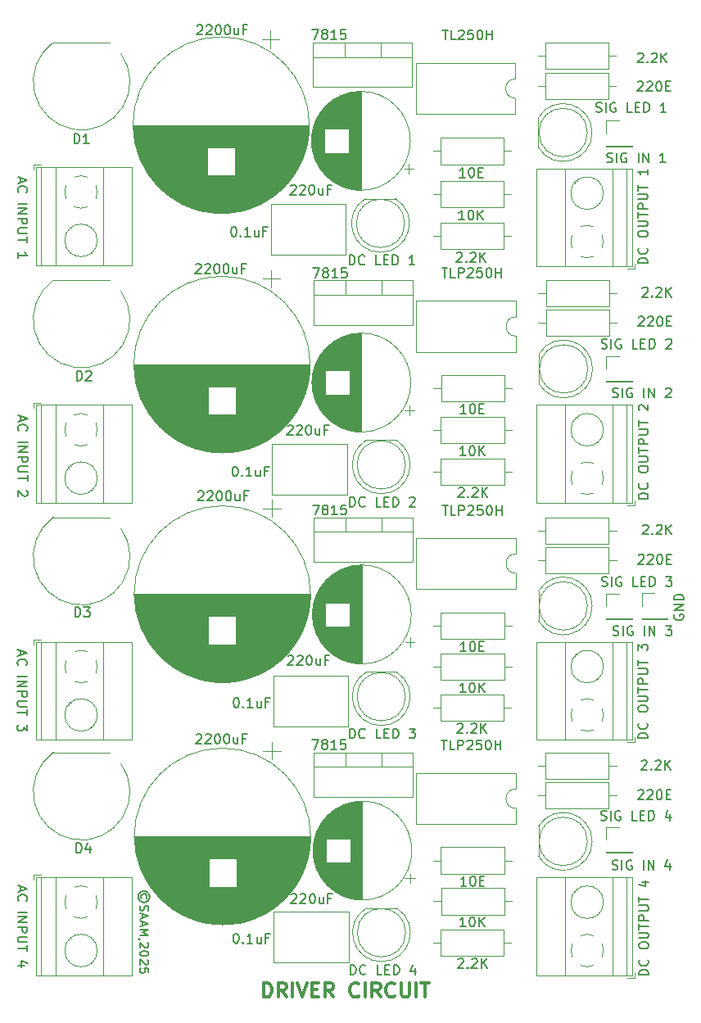
<source format=gbr>
%TF.GenerationSoftware,KiCad,Pcbnew,8.0.4*%
%TF.CreationDate,2025-01-05T13:35:29+05:30*%
%TF.ProjectId,Driver Circuit Combined - V1,44726976-6572-4204-9369-726375697420,rev?*%
%TF.SameCoordinates,Original*%
%TF.FileFunction,Legend,Top*%
%TF.FilePolarity,Positive*%
%FSLAX46Y46*%
G04 Gerber Fmt 4.6, Leading zero omitted, Abs format (unit mm)*
G04 Created by KiCad (PCBNEW 8.0.4) date 2025-01-05 13:35:29*
%MOMM*%
%LPD*%
G01*
G04 APERTURE LIST*
%ADD10C,0.300000*%
%ADD11C,0.187500*%
%ADD12C,0.150000*%
%ADD13C,0.120000*%
G04 APERTURE END LIST*
D10*
X155395713Y-184190828D02*
X155395713Y-182690828D01*
X155395713Y-182690828D02*
X155752856Y-182690828D01*
X155752856Y-182690828D02*
X155967142Y-182762257D01*
X155967142Y-182762257D02*
X156109999Y-182905114D01*
X156109999Y-182905114D02*
X156181428Y-183047971D01*
X156181428Y-183047971D02*
X156252856Y-183333685D01*
X156252856Y-183333685D02*
X156252856Y-183547971D01*
X156252856Y-183547971D02*
X156181428Y-183833685D01*
X156181428Y-183833685D02*
X156109999Y-183976542D01*
X156109999Y-183976542D02*
X155967142Y-184119400D01*
X155967142Y-184119400D02*
X155752856Y-184190828D01*
X155752856Y-184190828D02*
X155395713Y-184190828D01*
X157752856Y-184190828D02*
X157252856Y-183476542D01*
X156895713Y-184190828D02*
X156895713Y-182690828D01*
X156895713Y-182690828D02*
X157467142Y-182690828D01*
X157467142Y-182690828D02*
X157609999Y-182762257D01*
X157609999Y-182762257D02*
X157681428Y-182833685D01*
X157681428Y-182833685D02*
X157752856Y-182976542D01*
X157752856Y-182976542D02*
X157752856Y-183190828D01*
X157752856Y-183190828D02*
X157681428Y-183333685D01*
X157681428Y-183333685D02*
X157609999Y-183405114D01*
X157609999Y-183405114D02*
X157467142Y-183476542D01*
X157467142Y-183476542D02*
X156895713Y-183476542D01*
X158395713Y-184190828D02*
X158395713Y-182690828D01*
X158895714Y-182690828D02*
X159395714Y-184190828D01*
X159395714Y-184190828D02*
X159895714Y-182690828D01*
X160395713Y-183405114D02*
X160895713Y-183405114D01*
X161109999Y-184190828D02*
X160395713Y-184190828D01*
X160395713Y-184190828D02*
X160395713Y-182690828D01*
X160395713Y-182690828D02*
X161109999Y-182690828D01*
X162609999Y-184190828D02*
X162109999Y-183476542D01*
X161752856Y-184190828D02*
X161752856Y-182690828D01*
X161752856Y-182690828D02*
X162324285Y-182690828D01*
X162324285Y-182690828D02*
X162467142Y-182762257D01*
X162467142Y-182762257D02*
X162538571Y-182833685D01*
X162538571Y-182833685D02*
X162609999Y-182976542D01*
X162609999Y-182976542D02*
X162609999Y-183190828D01*
X162609999Y-183190828D02*
X162538571Y-183333685D01*
X162538571Y-183333685D02*
X162467142Y-183405114D01*
X162467142Y-183405114D02*
X162324285Y-183476542D01*
X162324285Y-183476542D02*
X161752856Y-183476542D01*
X165252856Y-184047971D02*
X165181428Y-184119400D01*
X165181428Y-184119400D02*
X164967142Y-184190828D01*
X164967142Y-184190828D02*
X164824285Y-184190828D01*
X164824285Y-184190828D02*
X164609999Y-184119400D01*
X164609999Y-184119400D02*
X164467142Y-183976542D01*
X164467142Y-183976542D02*
X164395713Y-183833685D01*
X164395713Y-183833685D02*
X164324285Y-183547971D01*
X164324285Y-183547971D02*
X164324285Y-183333685D01*
X164324285Y-183333685D02*
X164395713Y-183047971D01*
X164395713Y-183047971D02*
X164467142Y-182905114D01*
X164467142Y-182905114D02*
X164609999Y-182762257D01*
X164609999Y-182762257D02*
X164824285Y-182690828D01*
X164824285Y-182690828D02*
X164967142Y-182690828D01*
X164967142Y-182690828D02*
X165181428Y-182762257D01*
X165181428Y-182762257D02*
X165252856Y-182833685D01*
X165895713Y-184190828D02*
X165895713Y-182690828D01*
X167467142Y-184190828D02*
X166967142Y-183476542D01*
X166609999Y-184190828D02*
X166609999Y-182690828D01*
X166609999Y-182690828D02*
X167181428Y-182690828D01*
X167181428Y-182690828D02*
X167324285Y-182762257D01*
X167324285Y-182762257D02*
X167395714Y-182833685D01*
X167395714Y-182833685D02*
X167467142Y-182976542D01*
X167467142Y-182976542D02*
X167467142Y-183190828D01*
X167467142Y-183190828D02*
X167395714Y-183333685D01*
X167395714Y-183333685D02*
X167324285Y-183405114D01*
X167324285Y-183405114D02*
X167181428Y-183476542D01*
X167181428Y-183476542D02*
X166609999Y-183476542D01*
X168967142Y-184047971D02*
X168895714Y-184119400D01*
X168895714Y-184119400D02*
X168681428Y-184190828D01*
X168681428Y-184190828D02*
X168538571Y-184190828D01*
X168538571Y-184190828D02*
X168324285Y-184119400D01*
X168324285Y-184119400D02*
X168181428Y-183976542D01*
X168181428Y-183976542D02*
X168109999Y-183833685D01*
X168109999Y-183833685D02*
X168038571Y-183547971D01*
X168038571Y-183547971D02*
X168038571Y-183333685D01*
X168038571Y-183333685D02*
X168109999Y-183047971D01*
X168109999Y-183047971D02*
X168181428Y-182905114D01*
X168181428Y-182905114D02*
X168324285Y-182762257D01*
X168324285Y-182762257D02*
X168538571Y-182690828D01*
X168538571Y-182690828D02*
X168681428Y-182690828D01*
X168681428Y-182690828D02*
X168895714Y-182762257D01*
X168895714Y-182762257D02*
X168967142Y-182833685D01*
X169609999Y-182690828D02*
X169609999Y-183905114D01*
X169609999Y-183905114D02*
X169681428Y-184047971D01*
X169681428Y-184047971D02*
X169752857Y-184119400D01*
X169752857Y-184119400D02*
X169895714Y-184190828D01*
X169895714Y-184190828D02*
X170181428Y-184190828D01*
X170181428Y-184190828D02*
X170324285Y-184119400D01*
X170324285Y-184119400D02*
X170395714Y-184047971D01*
X170395714Y-184047971D02*
X170467142Y-183905114D01*
X170467142Y-183905114D02*
X170467142Y-182690828D01*
X171181428Y-184190828D02*
X171181428Y-182690828D01*
X171681429Y-182690828D02*
X172538572Y-182690828D01*
X172110000Y-184190828D02*
X172110000Y-182690828D01*
D11*
X143285607Y-173958571D02*
X143328464Y-173872856D01*
X143328464Y-173872856D02*
X143328464Y-173701428D01*
X143328464Y-173701428D02*
X143285607Y-173615714D01*
X143285607Y-173615714D02*
X143199892Y-173529999D01*
X143199892Y-173529999D02*
X143114178Y-173487142D01*
X143114178Y-173487142D02*
X142942750Y-173487142D01*
X142942750Y-173487142D02*
X142857035Y-173529999D01*
X142857035Y-173529999D02*
X142771321Y-173615714D01*
X142771321Y-173615714D02*
X142728464Y-173701428D01*
X142728464Y-173701428D02*
X142728464Y-173872856D01*
X142728464Y-173872856D02*
X142771321Y-173958571D01*
X143628464Y-173787142D02*
X143585607Y-173572856D01*
X143585607Y-173572856D02*
X143457035Y-173358571D01*
X143457035Y-173358571D02*
X143242750Y-173229999D01*
X143242750Y-173229999D02*
X143028464Y-173187142D01*
X143028464Y-173187142D02*
X142814178Y-173229999D01*
X142814178Y-173229999D02*
X142599892Y-173358571D01*
X142599892Y-173358571D02*
X142471321Y-173572856D01*
X142471321Y-173572856D02*
X142428464Y-173787142D01*
X142428464Y-173787142D02*
X142471321Y-174001428D01*
X142471321Y-174001428D02*
X142599892Y-174215714D01*
X142599892Y-174215714D02*
X142814178Y-174344285D01*
X142814178Y-174344285D02*
X143028464Y-174387142D01*
X143028464Y-174387142D02*
X143242750Y-174344285D01*
X143242750Y-174344285D02*
X143457035Y-174215714D01*
X143457035Y-174215714D02*
X143585607Y-174001428D01*
X143585607Y-174001428D02*
X143628464Y-173787142D01*
X142642750Y-174729999D02*
X142599892Y-174858571D01*
X142599892Y-174858571D02*
X142599892Y-175072856D01*
X142599892Y-175072856D02*
X142642750Y-175158571D01*
X142642750Y-175158571D02*
X142685607Y-175201428D01*
X142685607Y-175201428D02*
X142771321Y-175244285D01*
X142771321Y-175244285D02*
X142857035Y-175244285D01*
X142857035Y-175244285D02*
X142942750Y-175201428D01*
X142942750Y-175201428D02*
X142985607Y-175158571D01*
X142985607Y-175158571D02*
X143028464Y-175072856D01*
X143028464Y-175072856D02*
X143071321Y-174901428D01*
X143071321Y-174901428D02*
X143114178Y-174815713D01*
X143114178Y-174815713D02*
X143157035Y-174772856D01*
X143157035Y-174772856D02*
X143242750Y-174729999D01*
X143242750Y-174729999D02*
X143328464Y-174729999D01*
X143328464Y-174729999D02*
X143414178Y-174772856D01*
X143414178Y-174772856D02*
X143457035Y-174815713D01*
X143457035Y-174815713D02*
X143499892Y-174901428D01*
X143499892Y-174901428D02*
X143499892Y-175115713D01*
X143499892Y-175115713D02*
X143457035Y-175244285D01*
X142857035Y-175587142D02*
X142857035Y-176015714D01*
X142599892Y-175501428D02*
X143499892Y-175801428D01*
X143499892Y-175801428D02*
X142599892Y-176101428D01*
X142857035Y-176358571D02*
X142857035Y-176787143D01*
X142599892Y-176272857D02*
X143499892Y-176572857D01*
X143499892Y-176572857D02*
X142599892Y-176872857D01*
X142599892Y-177172857D02*
X143499892Y-177172857D01*
X143499892Y-177172857D02*
X142857035Y-177472857D01*
X142857035Y-177472857D02*
X143499892Y-177772857D01*
X143499892Y-177772857D02*
X142599892Y-177772857D01*
X142642750Y-178244285D02*
X142599892Y-178244285D01*
X142599892Y-178244285D02*
X142514178Y-178201428D01*
X142514178Y-178201428D02*
X142471321Y-178158571D01*
X143414178Y-178587142D02*
X143457035Y-178629999D01*
X143457035Y-178629999D02*
X143499892Y-178715714D01*
X143499892Y-178715714D02*
X143499892Y-178929999D01*
X143499892Y-178929999D02*
X143457035Y-179015714D01*
X143457035Y-179015714D02*
X143414178Y-179058571D01*
X143414178Y-179058571D02*
X143328464Y-179101428D01*
X143328464Y-179101428D02*
X143242750Y-179101428D01*
X143242750Y-179101428D02*
X143114178Y-179058571D01*
X143114178Y-179058571D02*
X142599892Y-178544285D01*
X142599892Y-178544285D02*
X142599892Y-179101428D01*
X143499892Y-179658571D02*
X143499892Y-179744285D01*
X143499892Y-179744285D02*
X143457035Y-179829999D01*
X143457035Y-179829999D02*
X143414178Y-179872857D01*
X143414178Y-179872857D02*
X143328464Y-179915714D01*
X143328464Y-179915714D02*
X143157035Y-179958571D01*
X143157035Y-179958571D02*
X142942750Y-179958571D01*
X142942750Y-179958571D02*
X142771321Y-179915714D01*
X142771321Y-179915714D02*
X142685607Y-179872857D01*
X142685607Y-179872857D02*
X142642750Y-179829999D01*
X142642750Y-179829999D02*
X142599892Y-179744285D01*
X142599892Y-179744285D02*
X142599892Y-179658571D01*
X142599892Y-179658571D02*
X142642750Y-179572857D01*
X142642750Y-179572857D02*
X142685607Y-179529999D01*
X142685607Y-179529999D02*
X142771321Y-179487142D01*
X142771321Y-179487142D02*
X142942750Y-179444285D01*
X142942750Y-179444285D02*
X143157035Y-179444285D01*
X143157035Y-179444285D02*
X143328464Y-179487142D01*
X143328464Y-179487142D02*
X143414178Y-179529999D01*
X143414178Y-179529999D02*
X143457035Y-179572857D01*
X143457035Y-179572857D02*
X143499892Y-179658571D01*
X143414178Y-180301428D02*
X143457035Y-180344285D01*
X143457035Y-180344285D02*
X143499892Y-180430000D01*
X143499892Y-180430000D02*
X143499892Y-180644285D01*
X143499892Y-180644285D02*
X143457035Y-180730000D01*
X143457035Y-180730000D02*
X143414178Y-180772857D01*
X143414178Y-180772857D02*
X143328464Y-180815714D01*
X143328464Y-180815714D02*
X143242750Y-180815714D01*
X143242750Y-180815714D02*
X143114178Y-180772857D01*
X143114178Y-180772857D02*
X142599892Y-180258571D01*
X142599892Y-180258571D02*
X142599892Y-180815714D01*
X143499892Y-181630000D02*
X143499892Y-181201428D01*
X143499892Y-181201428D02*
X143071321Y-181158571D01*
X143071321Y-181158571D02*
X143114178Y-181201428D01*
X143114178Y-181201428D02*
X143157035Y-181287143D01*
X143157035Y-181287143D02*
X143157035Y-181501428D01*
X143157035Y-181501428D02*
X143114178Y-181587143D01*
X143114178Y-181587143D02*
X143071321Y-181630000D01*
X143071321Y-181630000D02*
X142985607Y-181672857D01*
X142985607Y-181672857D02*
X142771321Y-181672857D01*
X142771321Y-181672857D02*
X142685607Y-181630000D01*
X142685607Y-181630000D02*
X142642750Y-181587143D01*
X142642750Y-181587143D02*
X142599892Y-181501428D01*
X142599892Y-181501428D02*
X142599892Y-181287143D01*
X142599892Y-181287143D02*
X142642750Y-181201428D01*
X142642750Y-181201428D02*
X142685607Y-181158571D01*
D12*
X160518095Y-108824819D02*
X161184761Y-108824819D01*
X161184761Y-108824819D02*
X160756190Y-109824819D01*
X161708571Y-109253390D02*
X161613333Y-109205771D01*
X161613333Y-109205771D02*
X161565714Y-109158152D01*
X161565714Y-109158152D02*
X161518095Y-109062914D01*
X161518095Y-109062914D02*
X161518095Y-109015295D01*
X161518095Y-109015295D02*
X161565714Y-108920057D01*
X161565714Y-108920057D02*
X161613333Y-108872438D01*
X161613333Y-108872438D02*
X161708571Y-108824819D01*
X161708571Y-108824819D02*
X161899047Y-108824819D01*
X161899047Y-108824819D02*
X161994285Y-108872438D01*
X161994285Y-108872438D02*
X162041904Y-108920057D01*
X162041904Y-108920057D02*
X162089523Y-109015295D01*
X162089523Y-109015295D02*
X162089523Y-109062914D01*
X162089523Y-109062914D02*
X162041904Y-109158152D01*
X162041904Y-109158152D02*
X161994285Y-109205771D01*
X161994285Y-109205771D02*
X161899047Y-109253390D01*
X161899047Y-109253390D02*
X161708571Y-109253390D01*
X161708571Y-109253390D02*
X161613333Y-109301009D01*
X161613333Y-109301009D02*
X161565714Y-109348628D01*
X161565714Y-109348628D02*
X161518095Y-109443866D01*
X161518095Y-109443866D02*
X161518095Y-109634342D01*
X161518095Y-109634342D02*
X161565714Y-109729580D01*
X161565714Y-109729580D02*
X161613333Y-109777200D01*
X161613333Y-109777200D02*
X161708571Y-109824819D01*
X161708571Y-109824819D02*
X161899047Y-109824819D01*
X161899047Y-109824819D02*
X161994285Y-109777200D01*
X161994285Y-109777200D02*
X162041904Y-109729580D01*
X162041904Y-109729580D02*
X162089523Y-109634342D01*
X162089523Y-109634342D02*
X162089523Y-109443866D01*
X162089523Y-109443866D02*
X162041904Y-109348628D01*
X162041904Y-109348628D02*
X161994285Y-109301009D01*
X161994285Y-109301009D02*
X161899047Y-109253390D01*
X163041904Y-109824819D02*
X162470476Y-109824819D01*
X162756190Y-109824819D02*
X162756190Y-108824819D01*
X162756190Y-108824819D02*
X162660952Y-108967676D01*
X162660952Y-108967676D02*
X162565714Y-109062914D01*
X162565714Y-109062914D02*
X162470476Y-109110533D01*
X163946666Y-108824819D02*
X163470476Y-108824819D01*
X163470476Y-108824819D02*
X163422857Y-109301009D01*
X163422857Y-109301009D02*
X163470476Y-109253390D01*
X163470476Y-109253390D02*
X163565714Y-109205771D01*
X163565714Y-109205771D02*
X163803809Y-109205771D01*
X163803809Y-109205771D02*
X163899047Y-109253390D01*
X163899047Y-109253390D02*
X163946666Y-109301009D01*
X163946666Y-109301009D02*
X163994285Y-109396247D01*
X163994285Y-109396247D02*
X163994285Y-109634342D01*
X163994285Y-109634342D02*
X163946666Y-109729580D01*
X163946666Y-109729580D02*
X163899047Y-109777200D01*
X163899047Y-109777200D02*
X163803809Y-109824819D01*
X163803809Y-109824819D02*
X163565714Y-109824819D01*
X163565714Y-109824819D02*
X163470476Y-109777200D01*
X163470476Y-109777200D02*
X163422857Y-109729580D01*
X176345142Y-172690819D02*
X175773714Y-172690819D01*
X176059428Y-172690819D02*
X176059428Y-171690819D01*
X176059428Y-171690819D02*
X175964190Y-171833676D01*
X175964190Y-171833676D02*
X175868952Y-171928914D01*
X175868952Y-171928914D02*
X175773714Y-171976533D01*
X176964190Y-171690819D02*
X177059428Y-171690819D01*
X177059428Y-171690819D02*
X177154666Y-171738438D01*
X177154666Y-171738438D02*
X177202285Y-171786057D01*
X177202285Y-171786057D02*
X177249904Y-171881295D01*
X177249904Y-171881295D02*
X177297523Y-172071771D01*
X177297523Y-172071771D02*
X177297523Y-172309866D01*
X177297523Y-172309866D02*
X177249904Y-172500342D01*
X177249904Y-172500342D02*
X177202285Y-172595580D01*
X177202285Y-172595580D02*
X177154666Y-172643200D01*
X177154666Y-172643200D02*
X177059428Y-172690819D01*
X177059428Y-172690819D02*
X176964190Y-172690819D01*
X176964190Y-172690819D02*
X176868952Y-172643200D01*
X176868952Y-172643200D02*
X176821333Y-172595580D01*
X176821333Y-172595580D02*
X176773714Y-172500342D01*
X176773714Y-172500342D02*
X176726095Y-172309866D01*
X176726095Y-172309866D02*
X176726095Y-172071771D01*
X176726095Y-172071771D02*
X176773714Y-171881295D01*
X176773714Y-171881295D02*
X176821333Y-171786057D01*
X176821333Y-171786057D02*
X176868952Y-171738438D01*
X176868952Y-171738438D02*
X176964190Y-171690819D01*
X177726095Y-172167009D02*
X178059428Y-172167009D01*
X178202285Y-172690819D02*
X177726095Y-172690819D01*
X177726095Y-172690819D02*
X177726095Y-171690819D01*
X177726095Y-171690819D02*
X178202285Y-171690819D01*
X176277523Y-152680819D02*
X175706095Y-152680819D01*
X175991809Y-152680819D02*
X175991809Y-151680819D01*
X175991809Y-151680819D02*
X175896571Y-151823676D01*
X175896571Y-151823676D02*
X175801333Y-151918914D01*
X175801333Y-151918914D02*
X175706095Y-151966533D01*
X176896571Y-151680819D02*
X176991809Y-151680819D01*
X176991809Y-151680819D02*
X177087047Y-151728438D01*
X177087047Y-151728438D02*
X177134666Y-151776057D01*
X177134666Y-151776057D02*
X177182285Y-151871295D01*
X177182285Y-151871295D02*
X177229904Y-152061771D01*
X177229904Y-152061771D02*
X177229904Y-152299866D01*
X177229904Y-152299866D02*
X177182285Y-152490342D01*
X177182285Y-152490342D02*
X177134666Y-152585580D01*
X177134666Y-152585580D02*
X177087047Y-152633200D01*
X177087047Y-152633200D02*
X176991809Y-152680819D01*
X176991809Y-152680819D02*
X176896571Y-152680819D01*
X176896571Y-152680819D02*
X176801333Y-152633200D01*
X176801333Y-152633200D02*
X176753714Y-152585580D01*
X176753714Y-152585580D02*
X176706095Y-152490342D01*
X176706095Y-152490342D02*
X176658476Y-152299866D01*
X176658476Y-152299866D02*
X176658476Y-152061771D01*
X176658476Y-152061771D02*
X176706095Y-151871295D01*
X176706095Y-151871295D02*
X176753714Y-151776057D01*
X176753714Y-151776057D02*
X176801333Y-151728438D01*
X176801333Y-151728438D02*
X176896571Y-151680819D01*
X177658476Y-152680819D02*
X177658476Y-151680819D01*
X178229904Y-152680819D02*
X177801333Y-152109390D01*
X178229904Y-151680819D02*
X177658476Y-152252247D01*
X194067524Y-89616057D02*
X194115143Y-89568438D01*
X194115143Y-89568438D02*
X194210381Y-89520819D01*
X194210381Y-89520819D02*
X194448476Y-89520819D01*
X194448476Y-89520819D02*
X194543714Y-89568438D01*
X194543714Y-89568438D02*
X194591333Y-89616057D01*
X194591333Y-89616057D02*
X194638952Y-89711295D01*
X194638952Y-89711295D02*
X194638952Y-89806533D01*
X194638952Y-89806533D02*
X194591333Y-89949390D01*
X194591333Y-89949390D02*
X194019905Y-90520819D01*
X194019905Y-90520819D02*
X194638952Y-90520819D01*
X195019905Y-89616057D02*
X195067524Y-89568438D01*
X195067524Y-89568438D02*
X195162762Y-89520819D01*
X195162762Y-89520819D02*
X195400857Y-89520819D01*
X195400857Y-89520819D02*
X195496095Y-89568438D01*
X195496095Y-89568438D02*
X195543714Y-89616057D01*
X195543714Y-89616057D02*
X195591333Y-89711295D01*
X195591333Y-89711295D02*
X195591333Y-89806533D01*
X195591333Y-89806533D02*
X195543714Y-89949390D01*
X195543714Y-89949390D02*
X194972286Y-90520819D01*
X194972286Y-90520819D02*
X195591333Y-90520819D01*
X196210381Y-89520819D02*
X196305619Y-89520819D01*
X196305619Y-89520819D02*
X196400857Y-89568438D01*
X196400857Y-89568438D02*
X196448476Y-89616057D01*
X196448476Y-89616057D02*
X196496095Y-89711295D01*
X196496095Y-89711295D02*
X196543714Y-89901771D01*
X196543714Y-89901771D02*
X196543714Y-90139866D01*
X196543714Y-90139866D02*
X196496095Y-90330342D01*
X196496095Y-90330342D02*
X196448476Y-90425580D01*
X196448476Y-90425580D02*
X196400857Y-90473200D01*
X196400857Y-90473200D02*
X196305619Y-90520819D01*
X196305619Y-90520819D02*
X196210381Y-90520819D01*
X196210381Y-90520819D02*
X196115143Y-90473200D01*
X196115143Y-90473200D02*
X196067524Y-90425580D01*
X196067524Y-90425580D02*
X196019905Y-90330342D01*
X196019905Y-90330342D02*
X195972286Y-90139866D01*
X195972286Y-90139866D02*
X195972286Y-89901771D01*
X195972286Y-89901771D02*
X196019905Y-89711295D01*
X196019905Y-89711295D02*
X196067524Y-89616057D01*
X196067524Y-89616057D02*
X196115143Y-89568438D01*
X196115143Y-89568438D02*
X196210381Y-89520819D01*
X196972286Y-89997009D02*
X197305619Y-89997009D01*
X197448476Y-90520819D02*
X196972286Y-90520819D01*
X196972286Y-90520819D02*
X196972286Y-89520819D01*
X196972286Y-89520819D02*
X197448476Y-89520819D01*
X194159524Y-113920057D02*
X194207143Y-113872438D01*
X194207143Y-113872438D02*
X194302381Y-113824819D01*
X194302381Y-113824819D02*
X194540476Y-113824819D01*
X194540476Y-113824819D02*
X194635714Y-113872438D01*
X194635714Y-113872438D02*
X194683333Y-113920057D01*
X194683333Y-113920057D02*
X194730952Y-114015295D01*
X194730952Y-114015295D02*
X194730952Y-114110533D01*
X194730952Y-114110533D02*
X194683333Y-114253390D01*
X194683333Y-114253390D02*
X194111905Y-114824819D01*
X194111905Y-114824819D02*
X194730952Y-114824819D01*
X195111905Y-113920057D02*
X195159524Y-113872438D01*
X195159524Y-113872438D02*
X195254762Y-113824819D01*
X195254762Y-113824819D02*
X195492857Y-113824819D01*
X195492857Y-113824819D02*
X195588095Y-113872438D01*
X195588095Y-113872438D02*
X195635714Y-113920057D01*
X195635714Y-113920057D02*
X195683333Y-114015295D01*
X195683333Y-114015295D02*
X195683333Y-114110533D01*
X195683333Y-114110533D02*
X195635714Y-114253390D01*
X195635714Y-114253390D02*
X195064286Y-114824819D01*
X195064286Y-114824819D02*
X195683333Y-114824819D01*
X196302381Y-113824819D02*
X196397619Y-113824819D01*
X196397619Y-113824819D02*
X196492857Y-113872438D01*
X196492857Y-113872438D02*
X196540476Y-113920057D01*
X196540476Y-113920057D02*
X196588095Y-114015295D01*
X196588095Y-114015295D02*
X196635714Y-114205771D01*
X196635714Y-114205771D02*
X196635714Y-114443866D01*
X196635714Y-114443866D02*
X196588095Y-114634342D01*
X196588095Y-114634342D02*
X196540476Y-114729580D01*
X196540476Y-114729580D02*
X196492857Y-114777200D01*
X196492857Y-114777200D02*
X196397619Y-114824819D01*
X196397619Y-114824819D02*
X196302381Y-114824819D01*
X196302381Y-114824819D02*
X196207143Y-114777200D01*
X196207143Y-114777200D02*
X196159524Y-114729580D01*
X196159524Y-114729580D02*
X196111905Y-114634342D01*
X196111905Y-114634342D02*
X196064286Y-114443866D01*
X196064286Y-114443866D02*
X196064286Y-114205771D01*
X196064286Y-114205771D02*
X196111905Y-114015295D01*
X196111905Y-114015295D02*
X196159524Y-113920057D01*
X196159524Y-113920057D02*
X196207143Y-113872438D01*
X196207143Y-113872438D02*
X196302381Y-113824819D01*
X197064286Y-114301009D02*
X197397619Y-114301009D01*
X197540476Y-114824819D02*
X197064286Y-114824819D01*
X197064286Y-114824819D02*
X197064286Y-113824819D01*
X197064286Y-113824819D02*
X197540476Y-113824819D01*
X160428095Y-157574819D02*
X161094761Y-157574819D01*
X161094761Y-157574819D02*
X160666190Y-158574819D01*
X161618571Y-158003390D02*
X161523333Y-157955771D01*
X161523333Y-157955771D02*
X161475714Y-157908152D01*
X161475714Y-157908152D02*
X161428095Y-157812914D01*
X161428095Y-157812914D02*
X161428095Y-157765295D01*
X161428095Y-157765295D02*
X161475714Y-157670057D01*
X161475714Y-157670057D02*
X161523333Y-157622438D01*
X161523333Y-157622438D02*
X161618571Y-157574819D01*
X161618571Y-157574819D02*
X161809047Y-157574819D01*
X161809047Y-157574819D02*
X161904285Y-157622438D01*
X161904285Y-157622438D02*
X161951904Y-157670057D01*
X161951904Y-157670057D02*
X161999523Y-157765295D01*
X161999523Y-157765295D02*
X161999523Y-157812914D01*
X161999523Y-157812914D02*
X161951904Y-157908152D01*
X161951904Y-157908152D02*
X161904285Y-157955771D01*
X161904285Y-157955771D02*
X161809047Y-158003390D01*
X161809047Y-158003390D02*
X161618571Y-158003390D01*
X161618571Y-158003390D02*
X161523333Y-158051009D01*
X161523333Y-158051009D02*
X161475714Y-158098628D01*
X161475714Y-158098628D02*
X161428095Y-158193866D01*
X161428095Y-158193866D02*
X161428095Y-158384342D01*
X161428095Y-158384342D02*
X161475714Y-158479580D01*
X161475714Y-158479580D02*
X161523333Y-158527200D01*
X161523333Y-158527200D02*
X161618571Y-158574819D01*
X161618571Y-158574819D02*
X161809047Y-158574819D01*
X161809047Y-158574819D02*
X161904285Y-158527200D01*
X161904285Y-158527200D02*
X161951904Y-158479580D01*
X161951904Y-158479580D02*
X161999523Y-158384342D01*
X161999523Y-158384342D02*
X161999523Y-158193866D01*
X161999523Y-158193866D02*
X161951904Y-158098628D01*
X161951904Y-158098628D02*
X161904285Y-158051009D01*
X161904285Y-158051009D02*
X161809047Y-158003390D01*
X162951904Y-158574819D02*
X162380476Y-158574819D01*
X162666190Y-158574819D02*
X162666190Y-157574819D01*
X162666190Y-157574819D02*
X162570952Y-157717676D01*
X162570952Y-157717676D02*
X162475714Y-157812914D01*
X162475714Y-157812914D02*
X162380476Y-157860533D01*
X163856666Y-157574819D02*
X163380476Y-157574819D01*
X163380476Y-157574819D02*
X163332857Y-158051009D01*
X163332857Y-158051009D02*
X163380476Y-158003390D01*
X163380476Y-158003390D02*
X163475714Y-157955771D01*
X163475714Y-157955771D02*
X163713809Y-157955771D01*
X163713809Y-157955771D02*
X163809047Y-158003390D01*
X163809047Y-158003390D02*
X163856666Y-158051009D01*
X163856666Y-158051009D02*
X163904285Y-158146247D01*
X163904285Y-158146247D02*
X163904285Y-158384342D01*
X163904285Y-158384342D02*
X163856666Y-158479580D01*
X163856666Y-158479580D02*
X163809047Y-158527200D01*
X163809047Y-158527200D02*
X163713809Y-158574819D01*
X163713809Y-158574819D02*
X163475714Y-158574819D01*
X163475714Y-158574819D02*
X163380476Y-158527200D01*
X163380476Y-158527200D02*
X163332857Y-158479580D01*
X190330952Y-117097200D02*
X190473809Y-117144819D01*
X190473809Y-117144819D02*
X190711904Y-117144819D01*
X190711904Y-117144819D02*
X190807142Y-117097200D01*
X190807142Y-117097200D02*
X190854761Y-117049580D01*
X190854761Y-117049580D02*
X190902380Y-116954342D01*
X190902380Y-116954342D02*
X190902380Y-116859104D01*
X190902380Y-116859104D02*
X190854761Y-116763866D01*
X190854761Y-116763866D02*
X190807142Y-116716247D01*
X190807142Y-116716247D02*
X190711904Y-116668628D01*
X190711904Y-116668628D02*
X190521428Y-116621009D01*
X190521428Y-116621009D02*
X190426190Y-116573390D01*
X190426190Y-116573390D02*
X190378571Y-116525771D01*
X190378571Y-116525771D02*
X190330952Y-116430533D01*
X190330952Y-116430533D02*
X190330952Y-116335295D01*
X190330952Y-116335295D02*
X190378571Y-116240057D01*
X190378571Y-116240057D02*
X190426190Y-116192438D01*
X190426190Y-116192438D02*
X190521428Y-116144819D01*
X190521428Y-116144819D02*
X190759523Y-116144819D01*
X190759523Y-116144819D02*
X190902380Y-116192438D01*
X191330952Y-117144819D02*
X191330952Y-116144819D01*
X192330951Y-116192438D02*
X192235713Y-116144819D01*
X192235713Y-116144819D02*
X192092856Y-116144819D01*
X192092856Y-116144819D02*
X191949999Y-116192438D01*
X191949999Y-116192438D02*
X191854761Y-116287676D01*
X191854761Y-116287676D02*
X191807142Y-116382914D01*
X191807142Y-116382914D02*
X191759523Y-116573390D01*
X191759523Y-116573390D02*
X191759523Y-116716247D01*
X191759523Y-116716247D02*
X191807142Y-116906723D01*
X191807142Y-116906723D02*
X191854761Y-117001961D01*
X191854761Y-117001961D02*
X191949999Y-117097200D01*
X191949999Y-117097200D02*
X192092856Y-117144819D01*
X192092856Y-117144819D02*
X192188094Y-117144819D01*
X192188094Y-117144819D02*
X192330951Y-117097200D01*
X192330951Y-117097200D02*
X192378570Y-117049580D01*
X192378570Y-117049580D02*
X192378570Y-116716247D01*
X192378570Y-116716247D02*
X192188094Y-116716247D01*
X194045237Y-117144819D02*
X193569047Y-117144819D01*
X193569047Y-117144819D02*
X193569047Y-116144819D01*
X194378571Y-116621009D02*
X194711904Y-116621009D01*
X194854761Y-117144819D02*
X194378571Y-117144819D01*
X194378571Y-117144819D02*
X194378571Y-116144819D01*
X194378571Y-116144819D02*
X194854761Y-116144819D01*
X195283333Y-117144819D02*
X195283333Y-116144819D01*
X195283333Y-116144819D02*
X195521428Y-116144819D01*
X195521428Y-116144819D02*
X195664285Y-116192438D01*
X195664285Y-116192438D02*
X195759523Y-116287676D01*
X195759523Y-116287676D02*
X195807142Y-116382914D01*
X195807142Y-116382914D02*
X195854761Y-116573390D01*
X195854761Y-116573390D02*
X195854761Y-116716247D01*
X195854761Y-116716247D02*
X195807142Y-116906723D01*
X195807142Y-116906723D02*
X195759523Y-117001961D01*
X195759523Y-117001961D02*
X195664285Y-117097200D01*
X195664285Y-117097200D02*
X195521428Y-117144819D01*
X195521428Y-117144819D02*
X195283333Y-117144819D01*
X196997619Y-116240057D02*
X197045238Y-116192438D01*
X197045238Y-116192438D02*
X197140476Y-116144819D01*
X197140476Y-116144819D02*
X197378571Y-116144819D01*
X197378571Y-116144819D02*
X197473809Y-116192438D01*
X197473809Y-116192438D02*
X197521428Y-116240057D01*
X197521428Y-116240057D02*
X197569047Y-116335295D01*
X197569047Y-116335295D02*
X197569047Y-116430533D01*
X197569047Y-116430533D02*
X197521428Y-116573390D01*
X197521428Y-116573390D02*
X196950000Y-117144819D01*
X196950000Y-117144819D02*
X197569047Y-117144819D01*
X176277523Y-176900819D02*
X175706095Y-176900819D01*
X175991809Y-176900819D02*
X175991809Y-175900819D01*
X175991809Y-175900819D02*
X175896571Y-176043676D01*
X175896571Y-176043676D02*
X175801333Y-176138914D01*
X175801333Y-176138914D02*
X175706095Y-176186533D01*
X176896571Y-175900819D02*
X176991809Y-175900819D01*
X176991809Y-175900819D02*
X177087047Y-175948438D01*
X177087047Y-175948438D02*
X177134666Y-175996057D01*
X177134666Y-175996057D02*
X177182285Y-176091295D01*
X177182285Y-176091295D02*
X177229904Y-176281771D01*
X177229904Y-176281771D02*
X177229904Y-176519866D01*
X177229904Y-176519866D02*
X177182285Y-176710342D01*
X177182285Y-176710342D02*
X177134666Y-176805580D01*
X177134666Y-176805580D02*
X177087047Y-176853200D01*
X177087047Y-176853200D02*
X176991809Y-176900819D01*
X176991809Y-176900819D02*
X176896571Y-176900819D01*
X176896571Y-176900819D02*
X176801333Y-176853200D01*
X176801333Y-176853200D02*
X176753714Y-176805580D01*
X176753714Y-176805580D02*
X176706095Y-176710342D01*
X176706095Y-176710342D02*
X176658476Y-176519866D01*
X176658476Y-176519866D02*
X176658476Y-176281771D01*
X176658476Y-176281771D02*
X176706095Y-176091295D01*
X176706095Y-176091295D02*
X176753714Y-175996057D01*
X176753714Y-175996057D02*
X176801333Y-175948438D01*
X176801333Y-175948438D02*
X176896571Y-175900819D01*
X177658476Y-176900819D02*
X177658476Y-175900819D01*
X178229904Y-176900819D02*
X177801333Y-176329390D01*
X178229904Y-175900819D02*
X177658476Y-176472247D01*
X130220895Y-148377143D02*
X130220895Y-148853333D01*
X129935180Y-148281905D02*
X130935180Y-148615238D01*
X130935180Y-148615238D02*
X129935180Y-148948571D01*
X130030419Y-149853333D02*
X129982800Y-149805714D01*
X129982800Y-149805714D02*
X129935180Y-149662857D01*
X129935180Y-149662857D02*
X129935180Y-149567619D01*
X129935180Y-149567619D02*
X129982800Y-149424762D01*
X129982800Y-149424762D02*
X130078038Y-149329524D01*
X130078038Y-149329524D02*
X130173276Y-149281905D01*
X130173276Y-149281905D02*
X130363752Y-149234286D01*
X130363752Y-149234286D02*
X130506609Y-149234286D01*
X130506609Y-149234286D02*
X130697085Y-149281905D01*
X130697085Y-149281905D02*
X130792323Y-149329524D01*
X130792323Y-149329524D02*
X130887561Y-149424762D01*
X130887561Y-149424762D02*
X130935180Y-149567619D01*
X130935180Y-149567619D02*
X130935180Y-149662857D01*
X130935180Y-149662857D02*
X130887561Y-149805714D01*
X130887561Y-149805714D02*
X130839942Y-149853333D01*
X129935180Y-151043810D02*
X130935180Y-151043810D01*
X129935180Y-151520000D02*
X130935180Y-151520000D01*
X130935180Y-151520000D02*
X129935180Y-152091428D01*
X129935180Y-152091428D02*
X130935180Y-152091428D01*
X129935180Y-152567619D02*
X130935180Y-152567619D01*
X130935180Y-152567619D02*
X130935180Y-152948571D01*
X130935180Y-152948571D02*
X130887561Y-153043809D01*
X130887561Y-153043809D02*
X130839942Y-153091428D01*
X130839942Y-153091428D02*
X130744704Y-153139047D01*
X130744704Y-153139047D02*
X130601847Y-153139047D01*
X130601847Y-153139047D02*
X130506609Y-153091428D01*
X130506609Y-153091428D02*
X130458990Y-153043809D01*
X130458990Y-153043809D02*
X130411371Y-152948571D01*
X130411371Y-152948571D02*
X130411371Y-152567619D01*
X130935180Y-153567619D02*
X130125657Y-153567619D01*
X130125657Y-153567619D02*
X130030419Y-153615238D01*
X130030419Y-153615238D02*
X129982800Y-153662857D01*
X129982800Y-153662857D02*
X129935180Y-153758095D01*
X129935180Y-153758095D02*
X129935180Y-153948571D01*
X129935180Y-153948571D02*
X129982800Y-154043809D01*
X129982800Y-154043809D02*
X130030419Y-154091428D01*
X130030419Y-154091428D02*
X130125657Y-154139047D01*
X130125657Y-154139047D02*
X130935180Y-154139047D01*
X130935180Y-154472381D02*
X130935180Y-155043809D01*
X129935180Y-154758095D02*
X130935180Y-154758095D01*
X130935180Y-156043810D02*
X130935180Y-156662857D01*
X130935180Y-156662857D02*
X130554228Y-156329524D01*
X130554228Y-156329524D02*
X130554228Y-156472381D01*
X130554228Y-156472381D02*
X130506609Y-156567619D01*
X130506609Y-156567619D02*
X130458990Y-156615238D01*
X130458990Y-156615238D02*
X130363752Y-156662857D01*
X130363752Y-156662857D02*
X130125657Y-156662857D01*
X130125657Y-156662857D02*
X130030419Y-156615238D01*
X130030419Y-156615238D02*
X129982800Y-156567619D01*
X129982800Y-156567619D02*
X129935180Y-156472381D01*
X129935180Y-156472381D02*
X129935180Y-156186667D01*
X129935180Y-156186667D02*
X129982800Y-156091429D01*
X129982800Y-156091429D02*
X130030419Y-156043810D01*
X194109524Y-162850057D02*
X194157143Y-162802438D01*
X194157143Y-162802438D02*
X194252381Y-162754819D01*
X194252381Y-162754819D02*
X194490476Y-162754819D01*
X194490476Y-162754819D02*
X194585714Y-162802438D01*
X194585714Y-162802438D02*
X194633333Y-162850057D01*
X194633333Y-162850057D02*
X194680952Y-162945295D01*
X194680952Y-162945295D02*
X194680952Y-163040533D01*
X194680952Y-163040533D02*
X194633333Y-163183390D01*
X194633333Y-163183390D02*
X194061905Y-163754819D01*
X194061905Y-163754819D02*
X194680952Y-163754819D01*
X195061905Y-162850057D02*
X195109524Y-162802438D01*
X195109524Y-162802438D02*
X195204762Y-162754819D01*
X195204762Y-162754819D02*
X195442857Y-162754819D01*
X195442857Y-162754819D02*
X195538095Y-162802438D01*
X195538095Y-162802438D02*
X195585714Y-162850057D01*
X195585714Y-162850057D02*
X195633333Y-162945295D01*
X195633333Y-162945295D02*
X195633333Y-163040533D01*
X195633333Y-163040533D02*
X195585714Y-163183390D01*
X195585714Y-163183390D02*
X195014286Y-163754819D01*
X195014286Y-163754819D02*
X195633333Y-163754819D01*
X196252381Y-162754819D02*
X196347619Y-162754819D01*
X196347619Y-162754819D02*
X196442857Y-162802438D01*
X196442857Y-162802438D02*
X196490476Y-162850057D01*
X196490476Y-162850057D02*
X196538095Y-162945295D01*
X196538095Y-162945295D02*
X196585714Y-163135771D01*
X196585714Y-163135771D02*
X196585714Y-163373866D01*
X196585714Y-163373866D02*
X196538095Y-163564342D01*
X196538095Y-163564342D02*
X196490476Y-163659580D01*
X196490476Y-163659580D02*
X196442857Y-163707200D01*
X196442857Y-163707200D02*
X196347619Y-163754819D01*
X196347619Y-163754819D02*
X196252381Y-163754819D01*
X196252381Y-163754819D02*
X196157143Y-163707200D01*
X196157143Y-163707200D02*
X196109524Y-163659580D01*
X196109524Y-163659580D02*
X196061905Y-163564342D01*
X196061905Y-163564342D02*
X196014286Y-163373866D01*
X196014286Y-163373866D02*
X196014286Y-163135771D01*
X196014286Y-163135771D02*
X196061905Y-162945295D01*
X196061905Y-162945295D02*
X196109524Y-162850057D01*
X196109524Y-162850057D02*
X196157143Y-162802438D01*
X196157143Y-162802438D02*
X196252381Y-162754819D01*
X197014286Y-163231009D02*
X197347619Y-163231009D01*
X197490476Y-163754819D02*
X197014286Y-163754819D01*
X197014286Y-163754819D02*
X197014286Y-162754819D01*
X197014286Y-162754819D02*
X197490476Y-162754819D01*
X152397143Y-129334819D02*
X152492381Y-129334819D01*
X152492381Y-129334819D02*
X152587619Y-129382438D01*
X152587619Y-129382438D02*
X152635238Y-129430057D01*
X152635238Y-129430057D02*
X152682857Y-129525295D01*
X152682857Y-129525295D02*
X152730476Y-129715771D01*
X152730476Y-129715771D02*
X152730476Y-129953866D01*
X152730476Y-129953866D02*
X152682857Y-130144342D01*
X152682857Y-130144342D02*
X152635238Y-130239580D01*
X152635238Y-130239580D02*
X152587619Y-130287200D01*
X152587619Y-130287200D02*
X152492381Y-130334819D01*
X152492381Y-130334819D02*
X152397143Y-130334819D01*
X152397143Y-130334819D02*
X152301905Y-130287200D01*
X152301905Y-130287200D02*
X152254286Y-130239580D01*
X152254286Y-130239580D02*
X152206667Y-130144342D01*
X152206667Y-130144342D02*
X152159048Y-129953866D01*
X152159048Y-129953866D02*
X152159048Y-129715771D01*
X152159048Y-129715771D02*
X152206667Y-129525295D01*
X152206667Y-129525295D02*
X152254286Y-129430057D01*
X152254286Y-129430057D02*
X152301905Y-129382438D01*
X152301905Y-129382438D02*
X152397143Y-129334819D01*
X153159048Y-130239580D02*
X153206667Y-130287200D01*
X153206667Y-130287200D02*
X153159048Y-130334819D01*
X153159048Y-130334819D02*
X153111429Y-130287200D01*
X153111429Y-130287200D02*
X153159048Y-130239580D01*
X153159048Y-130239580D02*
X153159048Y-130334819D01*
X154159047Y-130334819D02*
X153587619Y-130334819D01*
X153873333Y-130334819D02*
X153873333Y-129334819D01*
X153873333Y-129334819D02*
X153778095Y-129477676D01*
X153778095Y-129477676D02*
X153682857Y-129572914D01*
X153682857Y-129572914D02*
X153587619Y-129620533D01*
X155016190Y-129668152D02*
X155016190Y-130334819D01*
X154587619Y-129668152D02*
X154587619Y-130191961D01*
X154587619Y-130191961D02*
X154635238Y-130287200D01*
X154635238Y-130287200D02*
X154730476Y-130334819D01*
X154730476Y-130334819D02*
X154873333Y-130334819D01*
X154873333Y-130334819D02*
X154968571Y-130287200D01*
X154968571Y-130287200D02*
X155016190Y-130239580D01*
X155825714Y-129811009D02*
X155492381Y-129811009D01*
X155492381Y-130334819D02*
X155492381Y-129334819D01*
X155492381Y-129334819D02*
X155968571Y-129334819D01*
X173885143Y-84210819D02*
X174456571Y-84210819D01*
X174170857Y-85210819D02*
X174170857Y-84210819D01*
X175266095Y-85210819D02*
X174789905Y-85210819D01*
X174789905Y-85210819D02*
X174789905Y-84210819D01*
X175551810Y-84306057D02*
X175599429Y-84258438D01*
X175599429Y-84258438D02*
X175694667Y-84210819D01*
X175694667Y-84210819D02*
X175932762Y-84210819D01*
X175932762Y-84210819D02*
X176028000Y-84258438D01*
X176028000Y-84258438D02*
X176075619Y-84306057D01*
X176075619Y-84306057D02*
X176123238Y-84401295D01*
X176123238Y-84401295D02*
X176123238Y-84496533D01*
X176123238Y-84496533D02*
X176075619Y-84639390D01*
X176075619Y-84639390D02*
X175504191Y-85210819D01*
X175504191Y-85210819D02*
X176123238Y-85210819D01*
X177028000Y-84210819D02*
X176551810Y-84210819D01*
X176551810Y-84210819D02*
X176504191Y-84687009D01*
X176504191Y-84687009D02*
X176551810Y-84639390D01*
X176551810Y-84639390D02*
X176647048Y-84591771D01*
X176647048Y-84591771D02*
X176885143Y-84591771D01*
X176885143Y-84591771D02*
X176980381Y-84639390D01*
X176980381Y-84639390D02*
X177028000Y-84687009D01*
X177028000Y-84687009D02*
X177075619Y-84782247D01*
X177075619Y-84782247D02*
X177075619Y-85020342D01*
X177075619Y-85020342D02*
X177028000Y-85115580D01*
X177028000Y-85115580D02*
X176980381Y-85163200D01*
X176980381Y-85163200D02*
X176885143Y-85210819D01*
X176885143Y-85210819D02*
X176647048Y-85210819D01*
X176647048Y-85210819D02*
X176551810Y-85163200D01*
X176551810Y-85163200D02*
X176504191Y-85115580D01*
X177694667Y-84210819D02*
X177789905Y-84210819D01*
X177789905Y-84210819D02*
X177885143Y-84258438D01*
X177885143Y-84258438D02*
X177932762Y-84306057D01*
X177932762Y-84306057D02*
X177980381Y-84401295D01*
X177980381Y-84401295D02*
X178028000Y-84591771D01*
X178028000Y-84591771D02*
X178028000Y-84829866D01*
X178028000Y-84829866D02*
X177980381Y-85020342D01*
X177980381Y-85020342D02*
X177932762Y-85115580D01*
X177932762Y-85115580D02*
X177885143Y-85163200D01*
X177885143Y-85163200D02*
X177789905Y-85210819D01*
X177789905Y-85210819D02*
X177694667Y-85210819D01*
X177694667Y-85210819D02*
X177599429Y-85163200D01*
X177599429Y-85163200D02*
X177551810Y-85115580D01*
X177551810Y-85115580D02*
X177504191Y-85020342D01*
X177504191Y-85020342D02*
X177456572Y-84829866D01*
X177456572Y-84829866D02*
X177456572Y-84591771D01*
X177456572Y-84591771D02*
X177504191Y-84401295D01*
X177504191Y-84401295D02*
X177551810Y-84306057D01*
X177551810Y-84306057D02*
X177599429Y-84258438D01*
X177599429Y-84258438D02*
X177694667Y-84210819D01*
X178456572Y-85210819D02*
X178456572Y-84210819D01*
X178456572Y-84687009D02*
X179028000Y-84687009D01*
X179028000Y-85210819D02*
X179028000Y-84210819D01*
X176325142Y-148430819D02*
X175753714Y-148430819D01*
X176039428Y-148430819D02*
X176039428Y-147430819D01*
X176039428Y-147430819D02*
X175944190Y-147573676D01*
X175944190Y-147573676D02*
X175848952Y-147668914D01*
X175848952Y-147668914D02*
X175753714Y-147716533D01*
X176944190Y-147430819D02*
X177039428Y-147430819D01*
X177039428Y-147430819D02*
X177134666Y-147478438D01*
X177134666Y-147478438D02*
X177182285Y-147526057D01*
X177182285Y-147526057D02*
X177229904Y-147621295D01*
X177229904Y-147621295D02*
X177277523Y-147811771D01*
X177277523Y-147811771D02*
X177277523Y-148049866D01*
X177277523Y-148049866D02*
X177229904Y-148240342D01*
X177229904Y-148240342D02*
X177182285Y-148335580D01*
X177182285Y-148335580D02*
X177134666Y-148383200D01*
X177134666Y-148383200D02*
X177039428Y-148430819D01*
X177039428Y-148430819D02*
X176944190Y-148430819D01*
X176944190Y-148430819D02*
X176848952Y-148383200D01*
X176848952Y-148383200D02*
X176801333Y-148335580D01*
X176801333Y-148335580D02*
X176753714Y-148240342D01*
X176753714Y-148240342D02*
X176706095Y-148049866D01*
X176706095Y-148049866D02*
X176706095Y-147811771D01*
X176706095Y-147811771D02*
X176753714Y-147621295D01*
X176753714Y-147621295D02*
X176801333Y-147526057D01*
X176801333Y-147526057D02*
X176848952Y-147478438D01*
X176848952Y-147478438D02*
X176944190Y-147430819D01*
X177706095Y-147907009D02*
X178039428Y-147907009D01*
X178182285Y-148430819D02*
X177706095Y-148430819D01*
X177706095Y-148430819D02*
X177706095Y-147430819D01*
X177706095Y-147430819D02*
X178182285Y-147430819D01*
X164362857Y-181864819D02*
X164362857Y-180864819D01*
X164362857Y-180864819D02*
X164600952Y-180864819D01*
X164600952Y-180864819D02*
X164743809Y-180912438D01*
X164743809Y-180912438D02*
X164839047Y-181007676D01*
X164839047Y-181007676D02*
X164886666Y-181102914D01*
X164886666Y-181102914D02*
X164934285Y-181293390D01*
X164934285Y-181293390D02*
X164934285Y-181436247D01*
X164934285Y-181436247D02*
X164886666Y-181626723D01*
X164886666Y-181626723D02*
X164839047Y-181721961D01*
X164839047Y-181721961D02*
X164743809Y-181817200D01*
X164743809Y-181817200D02*
X164600952Y-181864819D01*
X164600952Y-181864819D02*
X164362857Y-181864819D01*
X165934285Y-181769580D02*
X165886666Y-181817200D01*
X165886666Y-181817200D02*
X165743809Y-181864819D01*
X165743809Y-181864819D02*
X165648571Y-181864819D01*
X165648571Y-181864819D02*
X165505714Y-181817200D01*
X165505714Y-181817200D02*
X165410476Y-181721961D01*
X165410476Y-181721961D02*
X165362857Y-181626723D01*
X165362857Y-181626723D02*
X165315238Y-181436247D01*
X165315238Y-181436247D02*
X165315238Y-181293390D01*
X165315238Y-181293390D02*
X165362857Y-181102914D01*
X165362857Y-181102914D02*
X165410476Y-181007676D01*
X165410476Y-181007676D02*
X165505714Y-180912438D01*
X165505714Y-180912438D02*
X165648571Y-180864819D01*
X165648571Y-180864819D02*
X165743809Y-180864819D01*
X165743809Y-180864819D02*
X165886666Y-180912438D01*
X165886666Y-180912438D02*
X165934285Y-180960057D01*
X167600952Y-181864819D02*
X167124762Y-181864819D01*
X167124762Y-181864819D02*
X167124762Y-180864819D01*
X167934286Y-181341009D02*
X168267619Y-181341009D01*
X168410476Y-181864819D02*
X167934286Y-181864819D01*
X167934286Y-181864819D02*
X167934286Y-180864819D01*
X167934286Y-180864819D02*
X168410476Y-180864819D01*
X168839048Y-181864819D02*
X168839048Y-180864819D01*
X168839048Y-180864819D02*
X169077143Y-180864819D01*
X169077143Y-180864819D02*
X169220000Y-180912438D01*
X169220000Y-180912438D02*
X169315238Y-181007676D01*
X169315238Y-181007676D02*
X169362857Y-181102914D01*
X169362857Y-181102914D02*
X169410476Y-181293390D01*
X169410476Y-181293390D02*
X169410476Y-181436247D01*
X169410476Y-181436247D02*
X169362857Y-181626723D01*
X169362857Y-181626723D02*
X169315238Y-181721961D01*
X169315238Y-181721961D02*
X169220000Y-181817200D01*
X169220000Y-181817200D02*
X169077143Y-181864819D01*
X169077143Y-181864819D02*
X168839048Y-181864819D01*
X171029524Y-181198152D02*
X171029524Y-181864819D01*
X170791429Y-180817200D02*
X170553334Y-181531485D01*
X170553334Y-181531485D02*
X171172381Y-181531485D01*
X148502762Y-83786057D02*
X148550381Y-83738438D01*
X148550381Y-83738438D02*
X148645619Y-83690819D01*
X148645619Y-83690819D02*
X148883714Y-83690819D01*
X148883714Y-83690819D02*
X148978952Y-83738438D01*
X148978952Y-83738438D02*
X149026571Y-83786057D01*
X149026571Y-83786057D02*
X149074190Y-83881295D01*
X149074190Y-83881295D02*
X149074190Y-83976533D01*
X149074190Y-83976533D02*
X149026571Y-84119390D01*
X149026571Y-84119390D02*
X148455143Y-84690819D01*
X148455143Y-84690819D02*
X149074190Y-84690819D01*
X149455143Y-83786057D02*
X149502762Y-83738438D01*
X149502762Y-83738438D02*
X149598000Y-83690819D01*
X149598000Y-83690819D02*
X149836095Y-83690819D01*
X149836095Y-83690819D02*
X149931333Y-83738438D01*
X149931333Y-83738438D02*
X149978952Y-83786057D01*
X149978952Y-83786057D02*
X150026571Y-83881295D01*
X150026571Y-83881295D02*
X150026571Y-83976533D01*
X150026571Y-83976533D02*
X149978952Y-84119390D01*
X149978952Y-84119390D02*
X149407524Y-84690819D01*
X149407524Y-84690819D02*
X150026571Y-84690819D01*
X150645619Y-83690819D02*
X150740857Y-83690819D01*
X150740857Y-83690819D02*
X150836095Y-83738438D01*
X150836095Y-83738438D02*
X150883714Y-83786057D01*
X150883714Y-83786057D02*
X150931333Y-83881295D01*
X150931333Y-83881295D02*
X150978952Y-84071771D01*
X150978952Y-84071771D02*
X150978952Y-84309866D01*
X150978952Y-84309866D02*
X150931333Y-84500342D01*
X150931333Y-84500342D02*
X150883714Y-84595580D01*
X150883714Y-84595580D02*
X150836095Y-84643200D01*
X150836095Y-84643200D02*
X150740857Y-84690819D01*
X150740857Y-84690819D02*
X150645619Y-84690819D01*
X150645619Y-84690819D02*
X150550381Y-84643200D01*
X150550381Y-84643200D02*
X150502762Y-84595580D01*
X150502762Y-84595580D02*
X150455143Y-84500342D01*
X150455143Y-84500342D02*
X150407524Y-84309866D01*
X150407524Y-84309866D02*
X150407524Y-84071771D01*
X150407524Y-84071771D02*
X150455143Y-83881295D01*
X150455143Y-83881295D02*
X150502762Y-83786057D01*
X150502762Y-83786057D02*
X150550381Y-83738438D01*
X150550381Y-83738438D02*
X150645619Y-83690819D01*
X151598000Y-83690819D02*
X151693238Y-83690819D01*
X151693238Y-83690819D02*
X151788476Y-83738438D01*
X151788476Y-83738438D02*
X151836095Y-83786057D01*
X151836095Y-83786057D02*
X151883714Y-83881295D01*
X151883714Y-83881295D02*
X151931333Y-84071771D01*
X151931333Y-84071771D02*
X151931333Y-84309866D01*
X151931333Y-84309866D02*
X151883714Y-84500342D01*
X151883714Y-84500342D02*
X151836095Y-84595580D01*
X151836095Y-84595580D02*
X151788476Y-84643200D01*
X151788476Y-84643200D02*
X151693238Y-84690819D01*
X151693238Y-84690819D02*
X151598000Y-84690819D01*
X151598000Y-84690819D02*
X151502762Y-84643200D01*
X151502762Y-84643200D02*
X151455143Y-84595580D01*
X151455143Y-84595580D02*
X151407524Y-84500342D01*
X151407524Y-84500342D02*
X151359905Y-84309866D01*
X151359905Y-84309866D02*
X151359905Y-84071771D01*
X151359905Y-84071771D02*
X151407524Y-83881295D01*
X151407524Y-83881295D02*
X151455143Y-83786057D01*
X151455143Y-83786057D02*
X151502762Y-83738438D01*
X151502762Y-83738438D02*
X151598000Y-83690819D01*
X152788476Y-84024152D02*
X152788476Y-84690819D01*
X152359905Y-84024152D02*
X152359905Y-84547961D01*
X152359905Y-84547961D02*
X152407524Y-84643200D01*
X152407524Y-84643200D02*
X152502762Y-84690819D01*
X152502762Y-84690819D02*
X152645619Y-84690819D01*
X152645619Y-84690819D02*
X152740857Y-84643200D01*
X152740857Y-84643200D02*
X152788476Y-84595580D01*
X153598000Y-84167009D02*
X153264667Y-84167009D01*
X153264667Y-84690819D02*
X153264667Y-83690819D01*
X153264667Y-83690819D02*
X153740857Y-83690819D01*
X175538000Y-131606057D02*
X175585619Y-131558438D01*
X175585619Y-131558438D02*
X175680857Y-131510819D01*
X175680857Y-131510819D02*
X175918952Y-131510819D01*
X175918952Y-131510819D02*
X176014190Y-131558438D01*
X176014190Y-131558438D02*
X176061809Y-131606057D01*
X176061809Y-131606057D02*
X176109428Y-131701295D01*
X176109428Y-131701295D02*
X176109428Y-131796533D01*
X176109428Y-131796533D02*
X176061809Y-131939390D01*
X176061809Y-131939390D02*
X175490381Y-132510819D01*
X175490381Y-132510819D02*
X176109428Y-132510819D01*
X176538000Y-132415580D02*
X176585619Y-132463200D01*
X176585619Y-132463200D02*
X176538000Y-132510819D01*
X176538000Y-132510819D02*
X176490381Y-132463200D01*
X176490381Y-132463200D02*
X176538000Y-132415580D01*
X176538000Y-132415580D02*
X176538000Y-132510819D01*
X176966571Y-131606057D02*
X177014190Y-131558438D01*
X177014190Y-131558438D02*
X177109428Y-131510819D01*
X177109428Y-131510819D02*
X177347523Y-131510819D01*
X177347523Y-131510819D02*
X177442761Y-131558438D01*
X177442761Y-131558438D02*
X177490380Y-131606057D01*
X177490380Y-131606057D02*
X177537999Y-131701295D01*
X177537999Y-131701295D02*
X177537999Y-131796533D01*
X177537999Y-131796533D02*
X177490380Y-131939390D01*
X177490380Y-131939390D02*
X176918952Y-132510819D01*
X176918952Y-132510819D02*
X177537999Y-132510819D01*
X177966571Y-132510819D02*
X177966571Y-131510819D01*
X178537999Y-132510819D02*
X178109428Y-131939390D01*
X178537999Y-131510819D02*
X177966571Y-132082247D01*
X194580000Y-135440057D02*
X194627619Y-135392438D01*
X194627619Y-135392438D02*
X194722857Y-135344819D01*
X194722857Y-135344819D02*
X194960952Y-135344819D01*
X194960952Y-135344819D02*
X195056190Y-135392438D01*
X195056190Y-135392438D02*
X195103809Y-135440057D01*
X195103809Y-135440057D02*
X195151428Y-135535295D01*
X195151428Y-135535295D02*
X195151428Y-135630533D01*
X195151428Y-135630533D02*
X195103809Y-135773390D01*
X195103809Y-135773390D02*
X194532381Y-136344819D01*
X194532381Y-136344819D02*
X195151428Y-136344819D01*
X195580000Y-136249580D02*
X195627619Y-136297200D01*
X195627619Y-136297200D02*
X195580000Y-136344819D01*
X195580000Y-136344819D02*
X195532381Y-136297200D01*
X195532381Y-136297200D02*
X195580000Y-136249580D01*
X195580000Y-136249580D02*
X195580000Y-136344819D01*
X196008571Y-135440057D02*
X196056190Y-135392438D01*
X196056190Y-135392438D02*
X196151428Y-135344819D01*
X196151428Y-135344819D02*
X196389523Y-135344819D01*
X196389523Y-135344819D02*
X196484761Y-135392438D01*
X196484761Y-135392438D02*
X196532380Y-135440057D01*
X196532380Y-135440057D02*
X196579999Y-135535295D01*
X196579999Y-135535295D02*
X196579999Y-135630533D01*
X196579999Y-135630533D02*
X196532380Y-135773390D01*
X196532380Y-135773390D02*
X195960952Y-136344819D01*
X195960952Y-136344819D02*
X196579999Y-136344819D01*
X197008571Y-136344819D02*
X197008571Y-135344819D01*
X197579999Y-136344819D02*
X197151428Y-135773390D01*
X197579999Y-135344819D02*
X197008571Y-135916247D01*
X176325142Y-123870819D02*
X175753714Y-123870819D01*
X176039428Y-123870819D02*
X176039428Y-122870819D01*
X176039428Y-122870819D02*
X175944190Y-123013676D01*
X175944190Y-123013676D02*
X175848952Y-123108914D01*
X175848952Y-123108914D02*
X175753714Y-123156533D01*
X176944190Y-122870819D02*
X177039428Y-122870819D01*
X177039428Y-122870819D02*
X177134666Y-122918438D01*
X177134666Y-122918438D02*
X177182285Y-122966057D01*
X177182285Y-122966057D02*
X177229904Y-123061295D01*
X177229904Y-123061295D02*
X177277523Y-123251771D01*
X177277523Y-123251771D02*
X177277523Y-123489866D01*
X177277523Y-123489866D02*
X177229904Y-123680342D01*
X177229904Y-123680342D02*
X177182285Y-123775580D01*
X177182285Y-123775580D02*
X177134666Y-123823200D01*
X177134666Y-123823200D02*
X177039428Y-123870819D01*
X177039428Y-123870819D02*
X176944190Y-123870819D01*
X176944190Y-123870819D02*
X176848952Y-123823200D01*
X176848952Y-123823200D02*
X176801333Y-123775580D01*
X176801333Y-123775580D02*
X176753714Y-123680342D01*
X176753714Y-123680342D02*
X176706095Y-123489866D01*
X176706095Y-123489866D02*
X176706095Y-123251771D01*
X176706095Y-123251771D02*
X176753714Y-123061295D01*
X176753714Y-123061295D02*
X176801333Y-122966057D01*
X176801333Y-122966057D02*
X176848952Y-122918438D01*
X176848952Y-122918438D02*
X176944190Y-122870819D01*
X177706095Y-123347009D02*
X178039428Y-123347009D01*
X178182285Y-123870819D02*
X177706095Y-123870819D01*
X177706095Y-123870819D02*
X177706095Y-122870819D01*
X177706095Y-122870819D02*
X178182285Y-122870819D01*
X175478000Y-180296057D02*
X175525619Y-180248438D01*
X175525619Y-180248438D02*
X175620857Y-180200819D01*
X175620857Y-180200819D02*
X175858952Y-180200819D01*
X175858952Y-180200819D02*
X175954190Y-180248438D01*
X175954190Y-180248438D02*
X176001809Y-180296057D01*
X176001809Y-180296057D02*
X176049428Y-180391295D01*
X176049428Y-180391295D02*
X176049428Y-180486533D01*
X176049428Y-180486533D02*
X176001809Y-180629390D01*
X176001809Y-180629390D02*
X175430381Y-181200819D01*
X175430381Y-181200819D02*
X176049428Y-181200819D01*
X176478000Y-181105580D02*
X176525619Y-181153200D01*
X176525619Y-181153200D02*
X176478000Y-181200819D01*
X176478000Y-181200819D02*
X176430381Y-181153200D01*
X176430381Y-181153200D02*
X176478000Y-181105580D01*
X176478000Y-181105580D02*
X176478000Y-181200819D01*
X176906571Y-180296057D02*
X176954190Y-180248438D01*
X176954190Y-180248438D02*
X177049428Y-180200819D01*
X177049428Y-180200819D02*
X177287523Y-180200819D01*
X177287523Y-180200819D02*
X177382761Y-180248438D01*
X177382761Y-180248438D02*
X177430380Y-180296057D01*
X177430380Y-180296057D02*
X177477999Y-180391295D01*
X177477999Y-180391295D02*
X177477999Y-180486533D01*
X177477999Y-180486533D02*
X177430380Y-180629390D01*
X177430380Y-180629390D02*
X176858952Y-181200819D01*
X176858952Y-181200819D02*
X177477999Y-181200819D01*
X177906571Y-181200819D02*
X177906571Y-180200819D01*
X178477999Y-181200819D02*
X178049428Y-180629390D01*
X178477999Y-180200819D02*
X177906571Y-180772247D01*
X164282857Y-157434819D02*
X164282857Y-156434819D01*
X164282857Y-156434819D02*
X164520952Y-156434819D01*
X164520952Y-156434819D02*
X164663809Y-156482438D01*
X164663809Y-156482438D02*
X164759047Y-156577676D01*
X164759047Y-156577676D02*
X164806666Y-156672914D01*
X164806666Y-156672914D02*
X164854285Y-156863390D01*
X164854285Y-156863390D02*
X164854285Y-157006247D01*
X164854285Y-157006247D02*
X164806666Y-157196723D01*
X164806666Y-157196723D02*
X164759047Y-157291961D01*
X164759047Y-157291961D02*
X164663809Y-157387200D01*
X164663809Y-157387200D02*
X164520952Y-157434819D01*
X164520952Y-157434819D02*
X164282857Y-157434819D01*
X165854285Y-157339580D02*
X165806666Y-157387200D01*
X165806666Y-157387200D02*
X165663809Y-157434819D01*
X165663809Y-157434819D02*
X165568571Y-157434819D01*
X165568571Y-157434819D02*
X165425714Y-157387200D01*
X165425714Y-157387200D02*
X165330476Y-157291961D01*
X165330476Y-157291961D02*
X165282857Y-157196723D01*
X165282857Y-157196723D02*
X165235238Y-157006247D01*
X165235238Y-157006247D02*
X165235238Y-156863390D01*
X165235238Y-156863390D02*
X165282857Y-156672914D01*
X165282857Y-156672914D02*
X165330476Y-156577676D01*
X165330476Y-156577676D02*
X165425714Y-156482438D01*
X165425714Y-156482438D02*
X165568571Y-156434819D01*
X165568571Y-156434819D02*
X165663809Y-156434819D01*
X165663809Y-156434819D02*
X165806666Y-156482438D01*
X165806666Y-156482438D02*
X165854285Y-156530057D01*
X167520952Y-157434819D02*
X167044762Y-157434819D01*
X167044762Y-157434819D02*
X167044762Y-156434819D01*
X167854286Y-156911009D02*
X168187619Y-156911009D01*
X168330476Y-157434819D02*
X167854286Y-157434819D01*
X167854286Y-157434819D02*
X167854286Y-156434819D01*
X167854286Y-156434819D02*
X168330476Y-156434819D01*
X168759048Y-157434819D02*
X168759048Y-156434819D01*
X168759048Y-156434819D02*
X168997143Y-156434819D01*
X168997143Y-156434819D02*
X169140000Y-156482438D01*
X169140000Y-156482438D02*
X169235238Y-156577676D01*
X169235238Y-156577676D02*
X169282857Y-156672914D01*
X169282857Y-156672914D02*
X169330476Y-156863390D01*
X169330476Y-156863390D02*
X169330476Y-157006247D01*
X169330476Y-157006247D02*
X169282857Y-157196723D01*
X169282857Y-157196723D02*
X169235238Y-157291961D01*
X169235238Y-157291961D02*
X169140000Y-157387200D01*
X169140000Y-157387200D02*
X168997143Y-157434819D01*
X168997143Y-157434819D02*
X168759048Y-157434819D01*
X170425715Y-156434819D02*
X171044762Y-156434819D01*
X171044762Y-156434819D02*
X170711429Y-156815771D01*
X170711429Y-156815771D02*
X170854286Y-156815771D01*
X170854286Y-156815771D02*
X170949524Y-156863390D01*
X170949524Y-156863390D02*
X170997143Y-156911009D01*
X170997143Y-156911009D02*
X171044762Y-157006247D01*
X171044762Y-157006247D02*
X171044762Y-157244342D01*
X171044762Y-157244342D02*
X170997143Y-157339580D01*
X170997143Y-157339580D02*
X170949524Y-157387200D01*
X170949524Y-157387200D02*
X170854286Y-157434819D01*
X170854286Y-157434819D02*
X170568572Y-157434819D01*
X170568572Y-157434819D02*
X170473334Y-157387200D01*
X170473334Y-157387200D02*
X170425715Y-157339580D01*
X152497143Y-153234819D02*
X152592381Y-153234819D01*
X152592381Y-153234819D02*
X152687619Y-153282438D01*
X152687619Y-153282438D02*
X152735238Y-153330057D01*
X152735238Y-153330057D02*
X152782857Y-153425295D01*
X152782857Y-153425295D02*
X152830476Y-153615771D01*
X152830476Y-153615771D02*
X152830476Y-153853866D01*
X152830476Y-153853866D02*
X152782857Y-154044342D01*
X152782857Y-154044342D02*
X152735238Y-154139580D01*
X152735238Y-154139580D02*
X152687619Y-154187200D01*
X152687619Y-154187200D02*
X152592381Y-154234819D01*
X152592381Y-154234819D02*
X152497143Y-154234819D01*
X152497143Y-154234819D02*
X152401905Y-154187200D01*
X152401905Y-154187200D02*
X152354286Y-154139580D01*
X152354286Y-154139580D02*
X152306667Y-154044342D01*
X152306667Y-154044342D02*
X152259048Y-153853866D01*
X152259048Y-153853866D02*
X152259048Y-153615771D01*
X152259048Y-153615771D02*
X152306667Y-153425295D01*
X152306667Y-153425295D02*
X152354286Y-153330057D01*
X152354286Y-153330057D02*
X152401905Y-153282438D01*
X152401905Y-153282438D02*
X152497143Y-153234819D01*
X153259048Y-154139580D02*
X153306667Y-154187200D01*
X153306667Y-154187200D02*
X153259048Y-154234819D01*
X153259048Y-154234819D02*
X153211429Y-154187200D01*
X153211429Y-154187200D02*
X153259048Y-154139580D01*
X153259048Y-154139580D02*
X153259048Y-154234819D01*
X154259047Y-154234819D02*
X153687619Y-154234819D01*
X153973333Y-154234819D02*
X153973333Y-153234819D01*
X153973333Y-153234819D02*
X153878095Y-153377676D01*
X153878095Y-153377676D02*
X153782857Y-153472914D01*
X153782857Y-153472914D02*
X153687619Y-153520533D01*
X155116190Y-153568152D02*
X155116190Y-154234819D01*
X154687619Y-153568152D02*
X154687619Y-154091961D01*
X154687619Y-154091961D02*
X154735238Y-154187200D01*
X154735238Y-154187200D02*
X154830476Y-154234819D01*
X154830476Y-154234819D02*
X154973333Y-154234819D01*
X154973333Y-154234819D02*
X155068571Y-154187200D01*
X155068571Y-154187200D02*
X155116190Y-154139580D01*
X155925714Y-153711009D02*
X155592381Y-153711009D01*
X155592381Y-154234819D02*
X155592381Y-153234819D01*
X155592381Y-153234819D02*
X156068571Y-153234819D01*
X189758952Y-92663200D02*
X189901809Y-92710819D01*
X189901809Y-92710819D02*
X190139904Y-92710819D01*
X190139904Y-92710819D02*
X190235142Y-92663200D01*
X190235142Y-92663200D02*
X190282761Y-92615580D01*
X190282761Y-92615580D02*
X190330380Y-92520342D01*
X190330380Y-92520342D02*
X190330380Y-92425104D01*
X190330380Y-92425104D02*
X190282761Y-92329866D01*
X190282761Y-92329866D02*
X190235142Y-92282247D01*
X190235142Y-92282247D02*
X190139904Y-92234628D01*
X190139904Y-92234628D02*
X189949428Y-92187009D01*
X189949428Y-92187009D02*
X189854190Y-92139390D01*
X189854190Y-92139390D02*
X189806571Y-92091771D01*
X189806571Y-92091771D02*
X189758952Y-91996533D01*
X189758952Y-91996533D02*
X189758952Y-91901295D01*
X189758952Y-91901295D02*
X189806571Y-91806057D01*
X189806571Y-91806057D02*
X189854190Y-91758438D01*
X189854190Y-91758438D02*
X189949428Y-91710819D01*
X189949428Y-91710819D02*
X190187523Y-91710819D01*
X190187523Y-91710819D02*
X190330380Y-91758438D01*
X190758952Y-92710819D02*
X190758952Y-91710819D01*
X191758951Y-91758438D02*
X191663713Y-91710819D01*
X191663713Y-91710819D02*
X191520856Y-91710819D01*
X191520856Y-91710819D02*
X191377999Y-91758438D01*
X191377999Y-91758438D02*
X191282761Y-91853676D01*
X191282761Y-91853676D02*
X191235142Y-91948914D01*
X191235142Y-91948914D02*
X191187523Y-92139390D01*
X191187523Y-92139390D02*
X191187523Y-92282247D01*
X191187523Y-92282247D02*
X191235142Y-92472723D01*
X191235142Y-92472723D02*
X191282761Y-92567961D01*
X191282761Y-92567961D02*
X191377999Y-92663200D01*
X191377999Y-92663200D02*
X191520856Y-92710819D01*
X191520856Y-92710819D02*
X191616094Y-92710819D01*
X191616094Y-92710819D02*
X191758951Y-92663200D01*
X191758951Y-92663200D02*
X191806570Y-92615580D01*
X191806570Y-92615580D02*
X191806570Y-92282247D01*
X191806570Y-92282247D02*
X191616094Y-92282247D01*
X193473237Y-92710819D02*
X192997047Y-92710819D01*
X192997047Y-92710819D02*
X192997047Y-91710819D01*
X193806571Y-92187009D02*
X194139904Y-92187009D01*
X194282761Y-92710819D02*
X193806571Y-92710819D01*
X193806571Y-92710819D02*
X193806571Y-91710819D01*
X193806571Y-91710819D02*
X194282761Y-91710819D01*
X194711333Y-92710819D02*
X194711333Y-91710819D01*
X194711333Y-91710819D02*
X194949428Y-91710819D01*
X194949428Y-91710819D02*
X195092285Y-91758438D01*
X195092285Y-91758438D02*
X195187523Y-91853676D01*
X195187523Y-91853676D02*
X195235142Y-91948914D01*
X195235142Y-91948914D02*
X195282761Y-92139390D01*
X195282761Y-92139390D02*
X195282761Y-92282247D01*
X195282761Y-92282247D02*
X195235142Y-92472723D01*
X195235142Y-92472723D02*
X195187523Y-92567961D01*
X195187523Y-92567961D02*
X195092285Y-92663200D01*
X195092285Y-92663200D02*
X194949428Y-92710819D01*
X194949428Y-92710819D02*
X194711333Y-92710819D01*
X196997047Y-92710819D02*
X196425619Y-92710819D01*
X196711333Y-92710819D02*
X196711333Y-91710819D01*
X196711333Y-91710819D02*
X196616095Y-91853676D01*
X196616095Y-91853676D02*
X196520857Y-91948914D01*
X196520857Y-91948914D02*
X196425619Y-91996533D01*
X190260000Y-165867200D02*
X190402857Y-165914819D01*
X190402857Y-165914819D02*
X190640952Y-165914819D01*
X190640952Y-165914819D02*
X190736190Y-165867200D01*
X190736190Y-165867200D02*
X190783809Y-165819580D01*
X190783809Y-165819580D02*
X190831428Y-165724342D01*
X190831428Y-165724342D02*
X190831428Y-165629104D01*
X190831428Y-165629104D02*
X190783809Y-165533866D01*
X190783809Y-165533866D02*
X190736190Y-165486247D01*
X190736190Y-165486247D02*
X190640952Y-165438628D01*
X190640952Y-165438628D02*
X190450476Y-165391009D01*
X190450476Y-165391009D02*
X190355238Y-165343390D01*
X190355238Y-165343390D02*
X190307619Y-165295771D01*
X190307619Y-165295771D02*
X190260000Y-165200533D01*
X190260000Y-165200533D02*
X190260000Y-165105295D01*
X190260000Y-165105295D02*
X190307619Y-165010057D01*
X190307619Y-165010057D02*
X190355238Y-164962438D01*
X190355238Y-164962438D02*
X190450476Y-164914819D01*
X190450476Y-164914819D02*
X190688571Y-164914819D01*
X190688571Y-164914819D02*
X190831428Y-164962438D01*
X191260000Y-165914819D02*
X191260000Y-164914819D01*
X192259999Y-164962438D02*
X192164761Y-164914819D01*
X192164761Y-164914819D02*
X192021904Y-164914819D01*
X192021904Y-164914819D02*
X191879047Y-164962438D01*
X191879047Y-164962438D02*
X191783809Y-165057676D01*
X191783809Y-165057676D02*
X191736190Y-165152914D01*
X191736190Y-165152914D02*
X191688571Y-165343390D01*
X191688571Y-165343390D02*
X191688571Y-165486247D01*
X191688571Y-165486247D02*
X191736190Y-165676723D01*
X191736190Y-165676723D02*
X191783809Y-165771961D01*
X191783809Y-165771961D02*
X191879047Y-165867200D01*
X191879047Y-165867200D02*
X192021904Y-165914819D01*
X192021904Y-165914819D02*
X192117142Y-165914819D01*
X192117142Y-165914819D02*
X192259999Y-165867200D01*
X192259999Y-165867200D02*
X192307618Y-165819580D01*
X192307618Y-165819580D02*
X192307618Y-165486247D01*
X192307618Y-165486247D02*
X192117142Y-165486247D01*
X193974285Y-165914819D02*
X193498095Y-165914819D01*
X193498095Y-165914819D02*
X193498095Y-164914819D01*
X194307619Y-165391009D02*
X194640952Y-165391009D01*
X194783809Y-165914819D02*
X194307619Y-165914819D01*
X194307619Y-165914819D02*
X194307619Y-164914819D01*
X194307619Y-164914819D02*
X194783809Y-164914819D01*
X195212381Y-165914819D02*
X195212381Y-164914819D01*
X195212381Y-164914819D02*
X195450476Y-164914819D01*
X195450476Y-164914819D02*
X195593333Y-164962438D01*
X195593333Y-164962438D02*
X195688571Y-165057676D01*
X195688571Y-165057676D02*
X195736190Y-165152914D01*
X195736190Y-165152914D02*
X195783809Y-165343390D01*
X195783809Y-165343390D02*
X195783809Y-165486247D01*
X195783809Y-165486247D02*
X195736190Y-165676723D01*
X195736190Y-165676723D02*
X195688571Y-165771961D01*
X195688571Y-165771961D02*
X195593333Y-165867200D01*
X195593333Y-165867200D02*
X195450476Y-165914819D01*
X195450476Y-165914819D02*
X195212381Y-165914819D01*
X197402857Y-165248152D02*
X197402857Y-165914819D01*
X197164762Y-164867200D02*
X196926667Y-165581485D01*
X196926667Y-165581485D02*
X197545714Y-165581485D01*
X136021905Y-169254819D02*
X136021905Y-168254819D01*
X136021905Y-168254819D02*
X136260000Y-168254819D01*
X136260000Y-168254819D02*
X136402857Y-168302438D01*
X136402857Y-168302438D02*
X136498095Y-168397676D01*
X136498095Y-168397676D02*
X136545714Y-168492914D01*
X136545714Y-168492914D02*
X136593333Y-168683390D01*
X136593333Y-168683390D02*
X136593333Y-168826247D01*
X136593333Y-168826247D02*
X136545714Y-169016723D01*
X136545714Y-169016723D02*
X136498095Y-169111961D01*
X136498095Y-169111961D02*
X136402857Y-169207200D01*
X136402857Y-169207200D02*
X136260000Y-169254819D01*
X136260000Y-169254819D02*
X136021905Y-169254819D01*
X137450476Y-168588152D02*
X137450476Y-169254819D01*
X137212381Y-168207200D02*
X136974286Y-168921485D01*
X136974286Y-168921485D02*
X137593333Y-168921485D01*
X195092819Y-108329333D02*
X194092819Y-108329333D01*
X194092819Y-108329333D02*
X194092819Y-108091238D01*
X194092819Y-108091238D02*
X194140438Y-107948381D01*
X194140438Y-107948381D02*
X194235676Y-107853143D01*
X194235676Y-107853143D02*
X194330914Y-107805524D01*
X194330914Y-107805524D02*
X194521390Y-107757905D01*
X194521390Y-107757905D02*
X194664247Y-107757905D01*
X194664247Y-107757905D02*
X194854723Y-107805524D01*
X194854723Y-107805524D02*
X194949961Y-107853143D01*
X194949961Y-107853143D02*
X195045200Y-107948381D01*
X195045200Y-107948381D02*
X195092819Y-108091238D01*
X195092819Y-108091238D02*
X195092819Y-108329333D01*
X194997580Y-106757905D02*
X195045200Y-106805524D01*
X195045200Y-106805524D02*
X195092819Y-106948381D01*
X195092819Y-106948381D02*
X195092819Y-107043619D01*
X195092819Y-107043619D02*
X195045200Y-107186476D01*
X195045200Y-107186476D02*
X194949961Y-107281714D01*
X194949961Y-107281714D02*
X194854723Y-107329333D01*
X194854723Y-107329333D02*
X194664247Y-107376952D01*
X194664247Y-107376952D02*
X194521390Y-107376952D01*
X194521390Y-107376952D02*
X194330914Y-107329333D01*
X194330914Y-107329333D02*
X194235676Y-107281714D01*
X194235676Y-107281714D02*
X194140438Y-107186476D01*
X194140438Y-107186476D02*
X194092819Y-107043619D01*
X194092819Y-107043619D02*
X194092819Y-106948381D01*
X194092819Y-106948381D02*
X194140438Y-106805524D01*
X194140438Y-106805524D02*
X194188057Y-106757905D01*
X194092819Y-105376952D02*
X194092819Y-105186476D01*
X194092819Y-105186476D02*
X194140438Y-105091238D01*
X194140438Y-105091238D02*
X194235676Y-104996000D01*
X194235676Y-104996000D02*
X194426152Y-104948381D01*
X194426152Y-104948381D02*
X194759485Y-104948381D01*
X194759485Y-104948381D02*
X194949961Y-104996000D01*
X194949961Y-104996000D02*
X195045200Y-105091238D01*
X195045200Y-105091238D02*
X195092819Y-105186476D01*
X195092819Y-105186476D02*
X195092819Y-105376952D01*
X195092819Y-105376952D02*
X195045200Y-105472190D01*
X195045200Y-105472190D02*
X194949961Y-105567428D01*
X194949961Y-105567428D02*
X194759485Y-105615047D01*
X194759485Y-105615047D02*
X194426152Y-105615047D01*
X194426152Y-105615047D02*
X194235676Y-105567428D01*
X194235676Y-105567428D02*
X194140438Y-105472190D01*
X194140438Y-105472190D02*
X194092819Y-105376952D01*
X194092819Y-104519809D02*
X194902342Y-104519809D01*
X194902342Y-104519809D02*
X194997580Y-104472190D01*
X194997580Y-104472190D02*
X195045200Y-104424571D01*
X195045200Y-104424571D02*
X195092819Y-104329333D01*
X195092819Y-104329333D02*
X195092819Y-104138857D01*
X195092819Y-104138857D02*
X195045200Y-104043619D01*
X195045200Y-104043619D02*
X194997580Y-103996000D01*
X194997580Y-103996000D02*
X194902342Y-103948381D01*
X194902342Y-103948381D02*
X194092819Y-103948381D01*
X194092819Y-103615047D02*
X194092819Y-103043619D01*
X195092819Y-103329333D02*
X194092819Y-103329333D01*
X195092819Y-102710285D02*
X194092819Y-102710285D01*
X194092819Y-102710285D02*
X194092819Y-102329333D01*
X194092819Y-102329333D02*
X194140438Y-102234095D01*
X194140438Y-102234095D02*
X194188057Y-102186476D01*
X194188057Y-102186476D02*
X194283295Y-102138857D01*
X194283295Y-102138857D02*
X194426152Y-102138857D01*
X194426152Y-102138857D02*
X194521390Y-102186476D01*
X194521390Y-102186476D02*
X194569009Y-102234095D01*
X194569009Y-102234095D02*
X194616628Y-102329333D01*
X194616628Y-102329333D02*
X194616628Y-102710285D01*
X194092819Y-101710285D02*
X194902342Y-101710285D01*
X194902342Y-101710285D02*
X194997580Y-101662666D01*
X194997580Y-101662666D02*
X195045200Y-101615047D01*
X195045200Y-101615047D02*
X195092819Y-101519809D01*
X195092819Y-101519809D02*
X195092819Y-101329333D01*
X195092819Y-101329333D02*
X195045200Y-101234095D01*
X195045200Y-101234095D02*
X194997580Y-101186476D01*
X194997580Y-101186476D02*
X194902342Y-101138857D01*
X194902342Y-101138857D02*
X194092819Y-101138857D01*
X194092819Y-100805523D02*
X194092819Y-100234095D01*
X195092819Y-100519809D02*
X194092819Y-100519809D01*
X195092819Y-98615047D02*
X195092819Y-99186475D01*
X195092819Y-98900761D02*
X194092819Y-98900761D01*
X194092819Y-98900761D02*
X194235676Y-98995999D01*
X194235676Y-98995999D02*
X194330914Y-99091237D01*
X194330914Y-99091237D02*
X194378533Y-99186475D01*
X135809905Y-95940819D02*
X135809905Y-94940819D01*
X135809905Y-94940819D02*
X136048000Y-94940819D01*
X136048000Y-94940819D02*
X136190857Y-94988438D01*
X136190857Y-94988438D02*
X136286095Y-95083676D01*
X136286095Y-95083676D02*
X136333714Y-95178914D01*
X136333714Y-95178914D02*
X136381333Y-95369390D01*
X136381333Y-95369390D02*
X136381333Y-95512247D01*
X136381333Y-95512247D02*
X136333714Y-95702723D01*
X136333714Y-95702723D02*
X136286095Y-95797961D01*
X136286095Y-95797961D02*
X136190857Y-95893200D01*
X136190857Y-95893200D02*
X136048000Y-95940819D01*
X136048000Y-95940819D02*
X135809905Y-95940819D01*
X137333714Y-95940819D02*
X136762286Y-95940819D01*
X137048000Y-95940819D02*
X137048000Y-94940819D01*
X137048000Y-94940819D02*
X136952762Y-95083676D01*
X136952762Y-95083676D02*
X136857524Y-95178914D01*
X136857524Y-95178914D02*
X136762286Y-95226533D01*
X148424762Y-157070057D02*
X148472381Y-157022438D01*
X148472381Y-157022438D02*
X148567619Y-156974819D01*
X148567619Y-156974819D02*
X148805714Y-156974819D01*
X148805714Y-156974819D02*
X148900952Y-157022438D01*
X148900952Y-157022438D02*
X148948571Y-157070057D01*
X148948571Y-157070057D02*
X148996190Y-157165295D01*
X148996190Y-157165295D02*
X148996190Y-157260533D01*
X148996190Y-157260533D02*
X148948571Y-157403390D01*
X148948571Y-157403390D02*
X148377143Y-157974819D01*
X148377143Y-157974819D02*
X148996190Y-157974819D01*
X149377143Y-157070057D02*
X149424762Y-157022438D01*
X149424762Y-157022438D02*
X149520000Y-156974819D01*
X149520000Y-156974819D02*
X149758095Y-156974819D01*
X149758095Y-156974819D02*
X149853333Y-157022438D01*
X149853333Y-157022438D02*
X149900952Y-157070057D01*
X149900952Y-157070057D02*
X149948571Y-157165295D01*
X149948571Y-157165295D02*
X149948571Y-157260533D01*
X149948571Y-157260533D02*
X149900952Y-157403390D01*
X149900952Y-157403390D02*
X149329524Y-157974819D01*
X149329524Y-157974819D02*
X149948571Y-157974819D01*
X150567619Y-156974819D02*
X150662857Y-156974819D01*
X150662857Y-156974819D02*
X150758095Y-157022438D01*
X150758095Y-157022438D02*
X150805714Y-157070057D01*
X150805714Y-157070057D02*
X150853333Y-157165295D01*
X150853333Y-157165295D02*
X150900952Y-157355771D01*
X150900952Y-157355771D02*
X150900952Y-157593866D01*
X150900952Y-157593866D02*
X150853333Y-157784342D01*
X150853333Y-157784342D02*
X150805714Y-157879580D01*
X150805714Y-157879580D02*
X150758095Y-157927200D01*
X150758095Y-157927200D02*
X150662857Y-157974819D01*
X150662857Y-157974819D02*
X150567619Y-157974819D01*
X150567619Y-157974819D02*
X150472381Y-157927200D01*
X150472381Y-157927200D02*
X150424762Y-157879580D01*
X150424762Y-157879580D02*
X150377143Y-157784342D01*
X150377143Y-157784342D02*
X150329524Y-157593866D01*
X150329524Y-157593866D02*
X150329524Y-157355771D01*
X150329524Y-157355771D02*
X150377143Y-157165295D01*
X150377143Y-157165295D02*
X150424762Y-157070057D01*
X150424762Y-157070057D02*
X150472381Y-157022438D01*
X150472381Y-157022438D02*
X150567619Y-156974819D01*
X151520000Y-156974819D02*
X151615238Y-156974819D01*
X151615238Y-156974819D02*
X151710476Y-157022438D01*
X151710476Y-157022438D02*
X151758095Y-157070057D01*
X151758095Y-157070057D02*
X151805714Y-157165295D01*
X151805714Y-157165295D02*
X151853333Y-157355771D01*
X151853333Y-157355771D02*
X151853333Y-157593866D01*
X151853333Y-157593866D02*
X151805714Y-157784342D01*
X151805714Y-157784342D02*
X151758095Y-157879580D01*
X151758095Y-157879580D02*
X151710476Y-157927200D01*
X151710476Y-157927200D02*
X151615238Y-157974819D01*
X151615238Y-157974819D02*
X151520000Y-157974819D01*
X151520000Y-157974819D02*
X151424762Y-157927200D01*
X151424762Y-157927200D02*
X151377143Y-157879580D01*
X151377143Y-157879580D02*
X151329524Y-157784342D01*
X151329524Y-157784342D02*
X151281905Y-157593866D01*
X151281905Y-157593866D02*
X151281905Y-157355771D01*
X151281905Y-157355771D02*
X151329524Y-157165295D01*
X151329524Y-157165295D02*
X151377143Y-157070057D01*
X151377143Y-157070057D02*
X151424762Y-157022438D01*
X151424762Y-157022438D02*
X151520000Y-156974819D01*
X152710476Y-157308152D02*
X152710476Y-157974819D01*
X152281905Y-157308152D02*
X152281905Y-157831961D01*
X152281905Y-157831961D02*
X152329524Y-157927200D01*
X152329524Y-157927200D02*
X152424762Y-157974819D01*
X152424762Y-157974819D02*
X152567619Y-157974819D01*
X152567619Y-157974819D02*
X152662857Y-157927200D01*
X152662857Y-157927200D02*
X152710476Y-157879580D01*
X153520000Y-157451009D02*
X153186667Y-157451009D01*
X153186667Y-157974819D02*
X153186667Y-156974819D01*
X153186667Y-156974819D02*
X153662857Y-156974819D01*
X164282857Y-133494819D02*
X164282857Y-132494819D01*
X164282857Y-132494819D02*
X164520952Y-132494819D01*
X164520952Y-132494819D02*
X164663809Y-132542438D01*
X164663809Y-132542438D02*
X164759047Y-132637676D01*
X164759047Y-132637676D02*
X164806666Y-132732914D01*
X164806666Y-132732914D02*
X164854285Y-132923390D01*
X164854285Y-132923390D02*
X164854285Y-133066247D01*
X164854285Y-133066247D02*
X164806666Y-133256723D01*
X164806666Y-133256723D02*
X164759047Y-133351961D01*
X164759047Y-133351961D02*
X164663809Y-133447200D01*
X164663809Y-133447200D02*
X164520952Y-133494819D01*
X164520952Y-133494819D02*
X164282857Y-133494819D01*
X165854285Y-133399580D02*
X165806666Y-133447200D01*
X165806666Y-133447200D02*
X165663809Y-133494819D01*
X165663809Y-133494819D02*
X165568571Y-133494819D01*
X165568571Y-133494819D02*
X165425714Y-133447200D01*
X165425714Y-133447200D02*
X165330476Y-133351961D01*
X165330476Y-133351961D02*
X165282857Y-133256723D01*
X165282857Y-133256723D02*
X165235238Y-133066247D01*
X165235238Y-133066247D02*
X165235238Y-132923390D01*
X165235238Y-132923390D02*
X165282857Y-132732914D01*
X165282857Y-132732914D02*
X165330476Y-132637676D01*
X165330476Y-132637676D02*
X165425714Y-132542438D01*
X165425714Y-132542438D02*
X165568571Y-132494819D01*
X165568571Y-132494819D02*
X165663809Y-132494819D01*
X165663809Y-132494819D02*
X165806666Y-132542438D01*
X165806666Y-132542438D02*
X165854285Y-132590057D01*
X167520952Y-133494819D02*
X167044762Y-133494819D01*
X167044762Y-133494819D02*
X167044762Y-132494819D01*
X167854286Y-132971009D02*
X168187619Y-132971009D01*
X168330476Y-133494819D02*
X167854286Y-133494819D01*
X167854286Y-133494819D02*
X167854286Y-132494819D01*
X167854286Y-132494819D02*
X168330476Y-132494819D01*
X168759048Y-133494819D02*
X168759048Y-132494819D01*
X168759048Y-132494819D02*
X168997143Y-132494819D01*
X168997143Y-132494819D02*
X169140000Y-132542438D01*
X169140000Y-132542438D02*
X169235238Y-132637676D01*
X169235238Y-132637676D02*
X169282857Y-132732914D01*
X169282857Y-132732914D02*
X169330476Y-132923390D01*
X169330476Y-132923390D02*
X169330476Y-133066247D01*
X169330476Y-133066247D02*
X169282857Y-133256723D01*
X169282857Y-133256723D02*
X169235238Y-133351961D01*
X169235238Y-133351961D02*
X169140000Y-133447200D01*
X169140000Y-133447200D02*
X168997143Y-133494819D01*
X168997143Y-133494819D02*
X168759048Y-133494819D01*
X170473334Y-132590057D02*
X170520953Y-132542438D01*
X170520953Y-132542438D02*
X170616191Y-132494819D01*
X170616191Y-132494819D02*
X170854286Y-132494819D01*
X170854286Y-132494819D02*
X170949524Y-132542438D01*
X170949524Y-132542438D02*
X170997143Y-132590057D01*
X170997143Y-132590057D02*
X171044762Y-132685295D01*
X171044762Y-132685295D02*
X171044762Y-132780533D01*
X171044762Y-132780533D02*
X170997143Y-132923390D01*
X170997143Y-132923390D02*
X170425715Y-133494819D01*
X170425715Y-133494819D02*
X171044762Y-133494819D01*
X130240895Y-99497143D02*
X130240895Y-99973333D01*
X129955180Y-99401905D02*
X130955180Y-99735238D01*
X130955180Y-99735238D02*
X129955180Y-100068571D01*
X130050419Y-100973333D02*
X130002800Y-100925714D01*
X130002800Y-100925714D02*
X129955180Y-100782857D01*
X129955180Y-100782857D02*
X129955180Y-100687619D01*
X129955180Y-100687619D02*
X130002800Y-100544762D01*
X130002800Y-100544762D02*
X130098038Y-100449524D01*
X130098038Y-100449524D02*
X130193276Y-100401905D01*
X130193276Y-100401905D02*
X130383752Y-100354286D01*
X130383752Y-100354286D02*
X130526609Y-100354286D01*
X130526609Y-100354286D02*
X130717085Y-100401905D01*
X130717085Y-100401905D02*
X130812323Y-100449524D01*
X130812323Y-100449524D02*
X130907561Y-100544762D01*
X130907561Y-100544762D02*
X130955180Y-100687619D01*
X130955180Y-100687619D02*
X130955180Y-100782857D01*
X130955180Y-100782857D02*
X130907561Y-100925714D01*
X130907561Y-100925714D02*
X130859942Y-100973333D01*
X129955180Y-102163810D02*
X130955180Y-102163810D01*
X129955180Y-102640000D02*
X130955180Y-102640000D01*
X130955180Y-102640000D02*
X129955180Y-103211428D01*
X129955180Y-103211428D02*
X130955180Y-103211428D01*
X129955180Y-103687619D02*
X130955180Y-103687619D01*
X130955180Y-103687619D02*
X130955180Y-104068571D01*
X130955180Y-104068571D02*
X130907561Y-104163809D01*
X130907561Y-104163809D02*
X130859942Y-104211428D01*
X130859942Y-104211428D02*
X130764704Y-104259047D01*
X130764704Y-104259047D02*
X130621847Y-104259047D01*
X130621847Y-104259047D02*
X130526609Y-104211428D01*
X130526609Y-104211428D02*
X130478990Y-104163809D01*
X130478990Y-104163809D02*
X130431371Y-104068571D01*
X130431371Y-104068571D02*
X130431371Y-103687619D01*
X130955180Y-104687619D02*
X130145657Y-104687619D01*
X130145657Y-104687619D02*
X130050419Y-104735238D01*
X130050419Y-104735238D02*
X130002800Y-104782857D01*
X130002800Y-104782857D02*
X129955180Y-104878095D01*
X129955180Y-104878095D02*
X129955180Y-105068571D01*
X129955180Y-105068571D02*
X130002800Y-105163809D01*
X130002800Y-105163809D02*
X130050419Y-105211428D01*
X130050419Y-105211428D02*
X130145657Y-105259047D01*
X130145657Y-105259047D02*
X130955180Y-105259047D01*
X130955180Y-105592381D02*
X130955180Y-106163809D01*
X129955180Y-105878095D02*
X130955180Y-105878095D01*
X129955180Y-107782857D02*
X129955180Y-107211429D01*
X129955180Y-107497143D02*
X130955180Y-107497143D01*
X130955180Y-107497143D02*
X130812323Y-107401905D01*
X130812323Y-107401905D02*
X130717085Y-107306667D01*
X130717085Y-107306667D02*
X130669466Y-107211429D01*
X176267523Y-128210819D02*
X175696095Y-128210819D01*
X175981809Y-128210819D02*
X175981809Y-127210819D01*
X175981809Y-127210819D02*
X175886571Y-127353676D01*
X175886571Y-127353676D02*
X175791333Y-127448914D01*
X175791333Y-127448914D02*
X175696095Y-127496533D01*
X176886571Y-127210819D02*
X176981809Y-127210819D01*
X176981809Y-127210819D02*
X177077047Y-127258438D01*
X177077047Y-127258438D02*
X177124666Y-127306057D01*
X177124666Y-127306057D02*
X177172285Y-127401295D01*
X177172285Y-127401295D02*
X177219904Y-127591771D01*
X177219904Y-127591771D02*
X177219904Y-127829866D01*
X177219904Y-127829866D02*
X177172285Y-128020342D01*
X177172285Y-128020342D02*
X177124666Y-128115580D01*
X177124666Y-128115580D02*
X177077047Y-128163200D01*
X177077047Y-128163200D02*
X176981809Y-128210819D01*
X176981809Y-128210819D02*
X176886571Y-128210819D01*
X176886571Y-128210819D02*
X176791333Y-128163200D01*
X176791333Y-128163200D02*
X176743714Y-128115580D01*
X176743714Y-128115580D02*
X176696095Y-128020342D01*
X176696095Y-128020342D02*
X176648476Y-127829866D01*
X176648476Y-127829866D02*
X176648476Y-127591771D01*
X176648476Y-127591771D02*
X176696095Y-127401295D01*
X176696095Y-127401295D02*
X176743714Y-127306057D01*
X176743714Y-127306057D02*
X176791333Y-127258438D01*
X176791333Y-127258438D02*
X176886571Y-127210819D01*
X177648476Y-128210819D02*
X177648476Y-127210819D01*
X178219904Y-128210819D02*
X177791333Y-127639390D01*
X178219904Y-127210819D02*
X177648476Y-127782247D01*
X191526191Y-146757200D02*
X191669048Y-146804819D01*
X191669048Y-146804819D02*
X191907143Y-146804819D01*
X191907143Y-146804819D02*
X192002381Y-146757200D01*
X192002381Y-146757200D02*
X192050000Y-146709580D01*
X192050000Y-146709580D02*
X192097619Y-146614342D01*
X192097619Y-146614342D02*
X192097619Y-146519104D01*
X192097619Y-146519104D02*
X192050000Y-146423866D01*
X192050000Y-146423866D02*
X192002381Y-146376247D01*
X192002381Y-146376247D02*
X191907143Y-146328628D01*
X191907143Y-146328628D02*
X191716667Y-146281009D01*
X191716667Y-146281009D02*
X191621429Y-146233390D01*
X191621429Y-146233390D02*
X191573810Y-146185771D01*
X191573810Y-146185771D02*
X191526191Y-146090533D01*
X191526191Y-146090533D02*
X191526191Y-145995295D01*
X191526191Y-145995295D02*
X191573810Y-145900057D01*
X191573810Y-145900057D02*
X191621429Y-145852438D01*
X191621429Y-145852438D02*
X191716667Y-145804819D01*
X191716667Y-145804819D02*
X191954762Y-145804819D01*
X191954762Y-145804819D02*
X192097619Y-145852438D01*
X192526191Y-146804819D02*
X192526191Y-145804819D01*
X193526190Y-145852438D02*
X193430952Y-145804819D01*
X193430952Y-145804819D02*
X193288095Y-145804819D01*
X193288095Y-145804819D02*
X193145238Y-145852438D01*
X193145238Y-145852438D02*
X193050000Y-145947676D01*
X193050000Y-145947676D02*
X193002381Y-146042914D01*
X193002381Y-146042914D02*
X192954762Y-146233390D01*
X192954762Y-146233390D02*
X192954762Y-146376247D01*
X192954762Y-146376247D02*
X193002381Y-146566723D01*
X193002381Y-146566723D02*
X193050000Y-146661961D01*
X193050000Y-146661961D02*
X193145238Y-146757200D01*
X193145238Y-146757200D02*
X193288095Y-146804819D01*
X193288095Y-146804819D02*
X193383333Y-146804819D01*
X193383333Y-146804819D02*
X193526190Y-146757200D01*
X193526190Y-146757200D02*
X193573809Y-146709580D01*
X193573809Y-146709580D02*
X193573809Y-146376247D01*
X193573809Y-146376247D02*
X193383333Y-146376247D01*
X194764286Y-146804819D02*
X194764286Y-145804819D01*
X195240476Y-146804819D02*
X195240476Y-145804819D01*
X195240476Y-145804819D02*
X195811904Y-146804819D01*
X195811904Y-146804819D02*
X195811904Y-145804819D01*
X196954762Y-145804819D02*
X197573809Y-145804819D01*
X197573809Y-145804819D02*
X197240476Y-146185771D01*
X197240476Y-146185771D02*
X197383333Y-146185771D01*
X197383333Y-146185771D02*
X197478571Y-146233390D01*
X197478571Y-146233390D02*
X197526190Y-146281009D01*
X197526190Y-146281009D02*
X197573809Y-146376247D01*
X197573809Y-146376247D02*
X197573809Y-146614342D01*
X197573809Y-146614342D02*
X197526190Y-146709580D01*
X197526190Y-146709580D02*
X197478571Y-146757200D01*
X197478571Y-146757200D02*
X197383333Y-146804819D01*
X197383333Y-146804819D02*
X197097619Y-146804819D01*
X197097619Y-146804819D02*
X197002381Y-146757200D01*
X197002381Y-146757200D02*
X196954762Y-146709580D01*
X190360952Y-141687200D02*
X190503809Y-141734819D01*
X190503809Y-141734819D02*
X190741904Y-141734819D01*
X190741904Y-141734819D02*
X190837142Y-141687200D01*
X190837142Y-141687200D02*
X190884761Y-141639580D01*
X190884761Y-141639580D02*
X190932380Y-141544342D01*
X190932380Y-141544342D02*
X190932380Y-141449104D01*
X190932380Y-141449104D02*
X190884761Y-141353866D01*
X190884761Y-141353866D02*
X190837142Y-141306247D01*
X190837142Y-141306247D02*
X190741904Y-141258628D01*
X190741904Y-141258628D02*
X190551428Y-141211009D01*
X190551428Y-141211009D02*
X190456190Y-141163390D01*
X190456190Y-141163390D02*
X190408571Y-141115771D01*
X190408571Y-141115771D02*
X190360952Y-141020533D01*
X190360952Y-141020533D02*
X190360952Y-140925295D01*
X190360952Y-140925295D02*
X190408571Y-140830057D01*
X190408571Y-140830057D02*
X190456190Y-140782438D01*
X190456190Y-140782438D02*
X190551428Y-140734819D01*
X190551428Y-140734819D02*
X190789523Y-140734819D01*
X190789523Y-140734819D02*
X190932380Y-140782438D01*
X191360952Y-141734819D02*
X191360952Y-140734819D01*
X192360951Y-140782438D02*
X192265713Y-140734819D01*
X192265713Y-140734819D02*
X192122856Y-140734819D01*
X192122856Y-140734819D02*
X191979999Y-140782438D01*
X191979999Y-140782438D02*
X191884761Y-140877676D01*
X191884761Y-140877676D02*
X191837142Y-140972914D01*
X191837142Y-140972914D02*
X191789523Y-141163390D01*
X191789523Y-141163390D02*
X191789523Y-141306247D01*
X191789523Y-141306247D02*
X191837142Y-141496723D01*
X191837142Y-141496723D02*
X191884761Y-141591961D01*
X191884761Y-141591961D02*
X191979999Y-141687200D01*
X191979999Y-141687200D02*
X192122856Y-141734819D01*
X192122856Y-141734819D02*
X192218094Y-141734819D01*
X192218094Y-141734819D02*
X192360951Y-141687200D01*
X192360951Y-141687200D02*
X192408570Y-141639580D01*
X192408570Y-141639580D02*
X192408570Y-141306247D01*
X192408570Y-141306247D02*
X192218094Y-141306247D01*
X194075237Y-141734819D02*
X193599047Y-141734819D01*
X193599047Y-141734819D02*
X193599047Y-140734819D01*
X194408571Y-141211009D02*
X194741904Y-141211009D01*
X194884761Y-141734819D02*
X194408571Y-141734819D01*
X194408571Y-141734819D02*
X194408571Y-140734819D01*
X194408571Y-140734819D02*
X194884761Y-140734819D01*
X195313333Y-141734819D02*
X195313333Y-140734819D01*
X195313333Y-140734819D02*
X195551428Y-140734819D01*
X195551428Y-140734819D02*
X195694285Y-140782438D01*
X195694285Y-140782438D02*
X195789523Y-140877676D01*
X195789523Y-140877676D02*
X195837142Y-140972914D01*
X195837142Y-140972914D02*
X195884761Y-141163390D01*
X195884761Y-141163390D02*
X195884761Y-141306247D01*
X195884761Y-141306247D02*
X195837142Y-141496723D01*
X195837142Y-141496723D02*
X195789523Y-141591961D01*
X195789523Y-141591961D02*
X195694285Y-141687200D01*
X195694285Y-141687200D02*
X195551428Y-141734819D01*
X195551428Y-141734819D02*
X195313333Y-141734819D01*
X196980000Y-140734819D02*
X197599047Y-140734819D01*
X197599047Y-140734819D02*
X197265714Y-141115771D01*
X197265714Y-141115771D02*
X197408571Y-141115771D01*
X197408571Y-141115771D02*
X197503809Y-141163390D01*
X197503809Y-141163390D02*
X197551428Y-141211009D01*
X197551428Y-141211009D02*
X197599047Y-141306247D01*
X197599047Y-141306247D02*
X197599047Y-141544342D01*
X197599047Y-141544342D02*
X197551428Y-141639580D01*
X197551428Y-141639580D02*
X197503809Y-141687200D01*
X197503809Y-141687200D02*
X197408571Y-141734819D01*
X197408571Y-141734819D02*
X197122857Y-141734819D01*
X197122857Y-141734819D02*
X197027619Y-141687200D01*
X197027619Y-141687200D02*
X196980000Y-141639580D01*
X160428095Y-84164819D02*
X161094761Y-84164819D01*
X161094761Y-84164819D02*
X160666190Y-85164819D01*
X161618571Y-84593390D02*
X161523333Y-84545771D01*
X161523333Y-84545771D02*
X161475714Y-84498152D01*
X161475714Y-84498152D02*
X161428095Y-84402914D01*
X161428095Y-84402914D02*
X161428095Y-84355295D01*
X161428095Y-84355295D02*
X161475714Y-84260057D01*
X161475714Y-84260057D02*
X161523333Y-84212438D01*
X161523333Y-84212438D02*
X161618571Y-84164819D01*
X161618571Y-84164819D02*
X161809047Y-84164819D01*
X161809047Y-84164819D02*
X161904285Y-84212438D01*
X161904285Y-84212438D02*
X161951904Y-84260057D01*
X161951904Y-84260057D02*
X161999523Y-84355295D01*
X161999523Y-84355295D02*
X161999523Y-84402914D01*
X161999523Y-84402914D02*
X161951904Y-84498152D01*
X161951904Y-84498152D02*
X161904285Y-84545771D01*
X161904285Y-84545771D02*
X161809047Y-84593390D01*
X161809047Y-84593390D02*
X161618571Y-84593390D01*
X161618571Y-84593390D02*
X161523333Y-84641009D01*
X161523333Y-84641009D02*
X161475714Y-84688628D01*
X161475714Y-84688628D02*
X161428095Y-84783866D01*
X161428095Y-84783866D02*
X161428095Y-84974342D01*
X161428095Y-84974342D02*
X161475714Y-85069580D01*
X161475714Y-85069580D02*
X161523333Y-85117200D01*
X161523333Y-85117200D02*
X161618571Y-85164819D01*
X161618571Y-85164819D02*
X161809047Y-85164819D01*
X161809047Y-85164819D02*
X161904285Y-85117200D01*
X161904285Y-85117200D02*
X161951904Y-85069580D01*
X161951904Y-85069580D02*
X161999523Y-84974342D01*
X161999523Y-84974342D02*
X161999523Y-84783866D01*
X161999523Y-84783866D02*
X161951904Y-84688628D01*
X161951904Y-84688628D02*
X161904285Y-84641009D01*
X161904285Y-84641009D02*
X161809047Y-84593390D01*
X162951904Y-85164819D02*
X162380476Y-85164819D01*
X162666190Y-85164819D02*
X162666190Y-84164819D01*
X162666190Y-84164819D02*
X162570952Y-84307676D01*
X162570952Y-84307676D02*
X162475714Y-84402914D01*
X162475714Y-84402914D02*
X162380476Y-84450533D01*
X163856666Y-84164819D02*
X163380476Y-84164819D01*
X163380476Y-84164819D02*
X163332857Y-84641009D01*
X163332857Y-84641009D02*
X163380476Y-84593390D01*
X163380476Y-84593390D02*
X163475714Y-84545771D01*
X163475714Y-84545771D02*
X163713809Y-84545771D01*
X163713809Y-84545771D02*
X163809047Y-84593390D01*
X163809047Y-84593390D02*
X163856666Y-84641009D01*
X163856666Y-84641009D02*
X163904285Y-84736247D01*
X163904285Y-84736247D02*
X163904285Y-84974342D01*
X163904285Y-84974342D02*
X163856666Y-85069580D01*
X163856666Y-85069580D02*
X163809047Y-85117200D01*
X163809047Y-85117200D02*
X163713809Y-85164819D01*
X163713809Y-85164819D02*
X163475714Y-85164819D01*
X163475714Y-85164819D02*
X163380476Y-85117200D01*
X163380476Y-85117200D02*
X163332857Y-85069580D01*
X176215142Y-99450819D02*
X175643714Y-99450819D01*
X175929428Y-99450819D02*
X175929428Y-98450819D01*
X175929428Y-98450819D02*
X175834190Y-98593676D01*
X175834190Y-98593676D02*
X175738952Y-98688914D01*
X175738952Y-98688914D02*
X175643714Y-98736533D01*
X176834190Y-98450819D02*
X176929428Y-98450819D01*
X176929428Y-98450819D02*
X177024666Y-98498438D01*
X177024666Y-98498438D02*
X177072285Y-98546057D01*
X177072285Y-98546057D02*
X177119904Y-98641295D01*
X177119904Y-98641295D02*
X177167523Y-98831771D01*
X177167523Y-98831771D02*
X177167523Y-99069866D01*
X177167523Y-99069866D02*
X177119904Y-99260342D01*
X177119904Y-99260342D02*
X177072285Y-99355580D01*
X177072285Y-99355580D02*
X177024666Y-99403200D01*
X177024666Y-99403200D02*
X176929428Y-99450819D01*
X176929428Y-99450819D02*
X176834190Y-99450819D01*
X176834190Y-99450819D02*
X176738952Y-99403200D01*
X176738952Y-99403200D02*
X176691333Y-99355580D01*
X176691333Y-99355580D02*
X176643714Y-99260342D01*
X176643714Y-99260342D02*
X176596095Y-99069866D01*
X176596095Y-99069866D02*
X176596095Y-98831771D01*
X176596095Y-98831771D02*
X176643714Y-98641295D01*
X176643714Y-98641295D02*
X176691333Y-98546057D01*
X176691333Y-98546057D02*
X176738952Y-98498438D01*
X176738952Y-98498438D02*
X176834190Y-98450819D01*
X177596095Y-98927009D02*
X177929428Y-98927009D01*
X178072285Y-99450819D02*
X177596095Y-99450819D01*
X177596095Y-99450819D02*
X177596095Y-98450819D01*
X177596095Y-98450819D02*
X178072285Y-98450819D01*
X173817143Y-108794819D02*
X174388571Y-108794819D01*
X174102857Y-109794819D02*
X174102857Y-108794819D01*
X175198095Y-109794819D02*
X174721905Y-109794819D01*
X174721905Y-109794819D02*
X174721905Y-108794819D01*
X175531429Y-109794819D02*
X175531429Y-108794819D01*
X175531429Y-108794819D02*
X175912381Y-108794819D01*
X175912381Y-108794819D02*
X176007619Y-108842438D01*
X176007619Y-108842438D02*
X176055238Y-108890057D01*
X176055238Y-108890057D02*
X176102857Y-108985295D01*
X176102857Y-108985295D02*
X176102857Y-109128152D01*
X176102857Y-109128152D02*
X176055238Y-109223390D01*
X176055238Y-109223390D02*
X176007619Y-109271009D01*
X176007619Y-109271009D02*
X175912381Y-109318628D01*
X175912381Y-109318628D02*
X175531429Y-109318628D01*
X176483810Y-108890057D02*
X176531429Y-108842438D01*
X176531429Y-108842438D02*
X176626667Y-108794819D01*
X176626667Y-108794819D02*
X176864762Y-108794819D01*
X176864762Y-108794819D02*
X176960000Y-108842438D01*
X176960000Y-108842438D02*
X177007619Y-108890057D01*
X177007619Y-108890057D02*
X177055238Y-108985295D01*
X177055238Y-108985295D02*
X177055238Y-109080533D01*
X177055238Y-109080533D02*
X177007619Y-109223390D01*
X177007619Y-109223390D02*
X176436191Y-109794819D01*
X176436191Y-109794819D02*
X177055238Y-109794819D01*
X177960000Y-108794819D02*
X177483810Y-108794819D01*
X177483810Y-108794819D02*
X177436191Y-109271009D01*
X177436191Y-109271009D02*
X177483810Y-109223390D01*
X177483810Y-109223390D02*
X177579048Y-109175771D01*
X177579048Y-109175771D02*
X177817143Y-109175771D01*
X177817143Y-109175771D02*
X177912381Y-109223390D01*
X177912381Y-109223390D02*
X177960000Y-109271009D01*
X177960000Y-109271009D02*
X178007619Y-109366247D01*
X178007619Y-109366247D02*
X178007619Y-109604342D01*
X178007619Y-109604342D02*
X177960000Y-109699580D01*
X177960000Y-109699580D02*
X177912381Y-109747200D01*
X177912381Y-109747200D02*
X177817143Y-109794819D01*
X177817143Y-109794819D02*
X177579048Y-109794819D01*
X177579048Y-109794819D02*
X177483810Y-109747200D01*
X177483810Y-109747200D02*
X177436191Y-109699580D01*
X178626667Y-108794819D02*
X178721905Y-108794819D01*
X178721905Y-108794819D02*
X178817143Y-108842438D01*
X178817143Y-108842438D02*
X178864762Y-108890057D01*
X178864762Y-108890057D02*
X178912381Y-108985295D01*
X178912381Y-108985295D02*
X178960000Y-109175771D01*
X178960000Y-109175771D02*
X178960000Y-109413866D01*
X178960000Y-109413866D02*
X178912381Y-109604342D01*
X178912381Y-109604342D02*
X178864762Y-109699580D01*
X178864762Y-109699580D02*
X178817143Y-109747200D01*
X178817143Y-109747200D02*
X178721905Y-109794819D01*
X178721905Y-109794819D02*
X178626667Y-109794819D01*
X178626667Y-109794819D02*
X178531429Y-109747200D01*
X178531429Y-109747200D02*
X178483810Y-109699580D01*
X178483810Y-109699580D02*
X178436191Y-109604342D01*
X178436191Y-109604342D02*
X178388572Y-109413866D01*
X178388572Y-109413866D02*
X178388572Y-109175771D01*
X178388572Y-109175771D02*
X178436191Y-108985295D01*
X178436191Y-108985295D02*
X178483810Y-108890057D01*
X178483810Y-108890057D02*
X178531429Y-108842438D01*
X178531429Y-108842438D02*
X178626667Y-108794819D01*
X179388572Y-109794819D02*
X179388572Y-108794819D01*
X179388572Y-109271009D02*
X179960000Y-109271009D01*
X179960000Y-109794819D02*
X179960000Y-108794819D01*
X148354762Y-108480057D02*
X148402381Y-108432438D01*
X148402381Y-108432438D02*
X148497619Y-108384819D01*
X148497619Y-108384819D02*
X148735714Y-108384819D01*
X148735714Y-108384819D02*
X148830952Y-108432438D01*
X148830952Y-108432438D02*
X148878571Y-108480057D01*
X148878571Y-108480057D02*
X148926190Y-108575295D01*
X148926190Y-108575295D02*
X148926190Y-108670533D01*
X148926190Y-108670533D02*
X148878571Y-108813390D01*
X148878571Y-108813390D02*
X148307143Y-109384819D01*
X148307143Y-109384819D02*
X148926190Y-109384819D01*
X149307143Y-108480057D02*
X149354762Y-108432438D01*
X149354762Y-108432438D02*
X149450000Y-108384819D01*
X149450000Y-108384819D02*
X149688095Y-108384819D01*
X149688095Y-108384819D02*
X149783333Y-108432438D01*
X149783333Y-108432438D02*
X149830952Y-108480057D01*
X149830952Y-108480057D02*
X149878571Y-108575295D01*
X149878571Y-108575295D02*
X149878571Y-108670533D01*
X149878571Y-108670533D02*
X149830952Y-108813390D01*
X149830952Y-108813390D02*
X149259524Y-109384819D01*
X149259524Y-109384819D02*
X149878571Y-109384819D01*
X150497619Y-108384819D02*
X150592857Y-108384819D01*
X150592857Y-108384819D02*
X150688095Y-108432438D01*
X150688095Y-108432438D02*
X150735714Y-108480057D01*
X150735714Y-108480057D02*
X150783333Y-108575295D01*
X150783333Y-108575295D02*
X150830952Y-108765771D01*
X150830952Y-108765771D02*
X150830952Y-109003866D01*
X150830952Y-109003866D02*
X150783333Y-109194342D01*
X150783333Y-109194342D02*
X150735714Y-109289580D01*
X150735714Y-109289580D02*
X150688095Y-109337200D01*
X150688095Y-109337200D02*
X150592857Y-109384819D01*
X150592857Y-109384819D02*
X150497619Y-109384819D01*
X150497619Y-109384819D02*
X150402381Y-109337200D01*
X150402381Y-109337200D02*
X150354762Y-109289580D01*
X150354762Y-109289580D02*
X150307143Y-109194342D01*
X150307143Y-109194342D02*
X150259524Y-109003866D01*
X150259524Y-109003866D02*
X150259524Y-108765771D01*
X150259524Y-108765771D02*
X150307143Y-108575295D01*
X150307143Y-108575295D02*
X150354762Y-108480057D01*
X150354762Y-108480057D02*
X150402381Y-108432438D01*
X150402381Y-108432438D02*
X150497619Y-108384819D01*
X151450000Y-108384819D02*
X151545238Y-108384819D01*
X151545238Y-108384819D02*
X151640476Y-108432438D01*
X151640476Y-108432438D02*
X151688095Y-108480057D01*
X151688095Y-108480057D02*
X151735714Y-108575295D01*
X151735714Y-108575295D02*
X151783333Y-108765771D01*
X151783333Y-108765771D02*
X151783333Y-109003866D01*
X151783333Y-109003866D02*
X151735714Y-109194342D01*
X151735714Y-109194342D02*
X151688095Y-109289580D01*
X151688095Y-109289580D02*
X151640476Y-109337200D01*
X151640476Y-109337200D02*
X151545238Y-109384819D01*
X151545238Y-109384819D02*
X151450000Y-109384819D01*
X151450000Y-109384819D02*
X151354762Y-109337200D01*
X151354762Y-109337200D02*
X151307143Y-109289580D01*
X151307143Y-109289580D02*
X151259524Y-109194342D01*
X151259524Y-109194342D02*
X151211905Y-109003866D01*
X151211905Y-109003866D02*
X151211905Y-108765771D01*
X151211905Y-108765771D02*
X151259524Y-108575295D01*
X151259524Y-108575295D02*
X151307143Y-108480057D01*
X151307143Y-108480057D02*
X151354762Y-108432438D01*
X151354762Y-108432438D02*
X151450000Y-108384819D01*
X152640476Y-108718152D02*
X152640476Y-109384819D01*
X152211905Y-108718152D02*
X152211905Y-109241961D01*
X152211905Y-109241961D02*
X152259524Y-109337200D01*
X152259524Y-109337200D02*
X152354762Y-109384819D01*
X152354762Y-109384819D02*
X152497619Y-109384819D01*
X152497619Y-109384819D02*
X152592857Y-109337200D01*
X152592857Y-109337200D02*
X152640476Y-109289580D01*
X153450000Y-108861009D02*
X153116667Y-108861009D01*
X153116667Y-109384819D02*
X153116667Y-108384819D01*
X153116667Y-108384819D02*
X153592857Y-108384819D01*
X175418000Y-155986057D02*
X175465619Y-155938438D01*
X175465619Y-155938438D02*
X175560857Y-155890819D01*
X175560857Y-155890819D02*
X175798952Y-155890819D01*
X175798952Y-155890819D02*
X175894190Y-155938438D01*
X175894190Y-155938438D02*
X175941809Y-155986057D01*
X175941809Y-155986057D02*
X175989428Y-156081295D01*
X175989428Y-156081295D02*
X175989428Y-156176533D01*
X175989428Y-156176533D02*
X175941809Y-156319390D01*
X175941809Y-156319390D02*
X175370381Y-156890819D01*
X175370381Y-156890819D02*
X175989428Y-156890819D01*
X176418000Y-156795580D02*
X176465619Y-156843200D01*
X176465619Y-156843200D02*
X176418000Y-156890819D01*
X176418000Y-156890819D02*
X176370381Y-156843200D01*
X176370381Y-156843200D02*
X176418000Y-156795580D01*
X176418000Y-156795580D02*
X176418000Y-156890819D01*
X176846571Y-155986057D02*
X176894190Y-155938438D01*
X176894190Y-155938438D02*
X176989428Y-155890819D01*
X176989428Y-155890819D02*
X177227523Y-155890819D01*
X177227523Y-155890819D02*
X177322761Y-155938438D01*
X177322761Y-155938438D02*
X177370380Y-155986057D01*
X177370380Y-155986057D02*
X177417999Y-156081295D01*
X177417999Y-156081295D02*
X177417999Y-156176533D01*
X177417999Y-156176533D02*
X177370380Y-156319390D01*
X177370380Y-156319390D02*
X176798952Y-156890819D01*
X176798952Y-156890819D02*
X177417999Y-156890819D01*
X177846571Y-156890819D02*
X177846571Y-155890819D01*
X178417999Y-156890819D02*
X177989428Y-156319390D01*
X178417999Y-155890819D02*
X177846571Y-156462247D01*
X197852438Y-144641904D02*
X197804819Y-144737142D01*
X197804819Y-144737142D02*
X197804819Y-144879999D01*
X197804819Y-144879999D02*
X197852438Y-145022856D01*
X197852438Y-145022856D02*
X197947676Y-145118094D01*
X197947676Y-145118094D02*
X198042914Y-145165713D01*
X198042914Y-145165713D02*
X198233390Y-145213332D01*
X198233390Y-145213332D02*
X198376247Y-145213332D01*
X198376247Y-145213332D02*
X198566723Y-145165713D01*
X198566723Y-145165713D02*
X198661961Y-145118094D01*
X198661961Y-145118094D02*
X198757200Y-145022856D01*
X198757200Y-145022856D02*
X198804819Y-144879999D01*
X198804819Y-144879999D02*
X198804819Y-144784761D01*
X198804819Y-144784761D02*
X198757200Y-144641904D01*
X198757200Y-144641904D02*
X198709580Y-144594285D01*
X198709580Y-144594285D02*
X198376247Y-144594285D01*
X198376247Y-144594285D02*
X198376247Y-144784761D01*
X198804819Y-144165713D02*
X197804819Y-144165713D01*
X197804819Y-144165713D02*
X198804819Y-143594285D01*
X198804819Y-143594285D02*
X197804819Y-143594285D01*
X198804819Y-143118094D02*
X197804819Y-143118094D01*
X197804819Y-143118094D02*
X197804819Y-142879999D01*
X197804819Y-142879999D02*
X197852438Y-142737142D01*
X197852438Y-142737142D02*
X197947676Y-142641904D01*
X197947676Y-142641904D02*
X198042914Y-142594285D01*
X198042914Y-142594285D02*
X198233390Y-142546666D01*
X198233390Y-142546666D02*
X198376247Y-142546666D01*
X198376247Y-142546666D02*
X198566723Y-142594285D01*
X198566723Y-142594285D02*
X198661961Y-142641904D01*
X198661961Y-142641904D02*
X198757200Y-142737142D01*
X198757200Y-142737142D02*
X198804819Y-142879999D01*
X198804819Y-142879999D02*
X198804819Y-143118094D01*
X190894191Y-97863200D02*
X191037048Y-97910819D01*
X191037048Y-97910819D02*
X191275143Y-97910819D01*
X191275143Y-97910819D02*
X191370381Y-97863200D01*
X191370381Y-97863200D02*
X191418000Y-97815580D01*
X191418000Y-97815580D02*
X191465619Y-97720342D01*
X191465619Y-97720342D02*
X191465619Y-97625104D01*
X191465619Y-97625104D02*
X191418000Y-97529866D01*
X191418000Y-97529866D02*
X191370381Y-97482247D01*
X191370381Y-97482247D02*
X191275143Y-97434628D01*
X191275143Y-97434628D02*
X191084667Y-97387009D01*
X191084667Y-97387009D02*
X190989429Y-97339390D01*
X190989429Y-97339390D02*
X190941810Y-97291771D01*
X190941810Y-97291771D02*
X190894191Y-97196533D01*
X190894191Y-97196533D02*
X190894191Y-97101295D01*
X190894191Y-97101295D02*
X190941810Y-97006057D01*
X190941810Y-97006057D02*
X190989429Y-96958438D01*
X190989429Y-96958438D02*
X191084667Y-96910819D01*
X191084667Y-96910819D02*
X191322762Y-96910819D01*
X191322762Y-96910819D02*
X191465619Y-96958438D01*
X191894191Y-97910819D02*
X191894191Y-96910819D01*
X192894190Y-96958438D02*
X192798952Y-96910819D01*
X192798952Y-96910819D02*
X192656095Y-96910819D01*
X192656095Y-96910819D02*
X192513238Y-96958438D01*
X192513238Y-96958438D02*
X192418000Y-97053676D01*
X192418000Y-97053676D02*
X192370381Y-97148914D01*
X192370381Y-97148914D02*
X192322762Y-97339390D01*
X192322762Y-97339390D02*
X192322762Y-97482247D01*
X192322762Y-97482247D02*
X192370381Y-97672723D01*
X192370381Y-97672723D02*
X192418000Y-97767961D01*
X192418000Y-97767961D02*
X192513238Y-97863200D01*
X192513238Y-97863200D02*
X192656095Y-97910819D01*
X192656095Y-97910819D02*
X192751333Y-97910819D01*
X192751333Y-97910819D02*
X192894190Y-97863200D01*
X192894190Y-97863200D02*
X192941809Y-97815580D01*
X192941809Y-97815580D02*
X192941809Y-97482247D01*
X192941809Y-97482247D02*
X192751333Y-97482247D01*
X194132286Y-97910819D02*
X194132286Y-96910819D01*
X194608476Y-97910819D02*
X194608476Y-96910819D01*
X194608476Y-96910819D02*
X195179904Y-97910819D01*
X195179904Y-97910819D02*
X195179904Y-96910819D01*
X196941809Y-97910819D02*
X196370381Y-97910819D01*
X196656095Y-97910819D02*
X196656095Y-96910819D01*
X196656095Y-96910819D02*
X196560857Y-97053676D01*
X196560857Y-97053676D02*
X196465619Y-97148914D01*
X196465619Y-97148914D02*
X196370381Y-97196533D01*
X152487143Y-177614819D02*
X152582381Y-177614819D01*
X152582381Y-177614819D02*
X152677619Y-177662438D01*
X152677619Y-177662438D02*
X152725238Y-177710057D01*
X152725238Y-177710057D02*
X152772857Y-177805295D01*
X152772857Y-177805295D02*
X152820476Y-177995771D01*
X152820476Y-177995771D02*
X152820476Y-178233866D01*
X152820476Y-178233866D02*
X152772857Y-178424342D01*
X152772857Y-178424342D02*
X152725238Y-178519580D01*
X152725238Y-178519580D02*
X152677619Y-178567200D01*
X152677619Y-178567200D02*
X152582381Y-178614819D01*
X152582381Y-178614819D02*
X152487143Y-178614819D01*
X152487143Y-178614819D02*
X152391905Y-178567200D01*
X152391905Y-178567200D02*
X152344286Y-178519580D01*
X152344286Y-178519580D02*
X152296667Y-178424342D01*
X152296667Y-178424342D02*
X152249048Y-178233866D01*
X152249048Y-178233866D02*
X152249048Y-177995771D01*
X152249048Y-177995771D02*
X152296667Y-177805295D01*
X152296667Y-177805295D02*
X152344286Y-177710057D01*
X152344286Y-177710057D02*
X152391905Y-177662438D01*
X152391905Y-177662438D02*
X152487143Y-177614819D01*
X153249048Y-178519580D02*
X153296667Y-178567200D01*
X153296667Y-178567200D02*
X153249048Y-178614819D01*
X153249048Y-178614819D02*
X153201429Y-178567200D01*
X153201429Y-178567200D02*
X153249048Y-178519580D01*
X153249048Y-178519580D02*
X153249048Y-178614819D01*
X154249047Y-178614819D02*
X153677619Y-178614819D01*
X153963333Y-178614819D02*
X153963333Y-177614819D01*
X153963333Y-177614819D02*
X153868095Y-177757676D01*
X153868095Y-177757676D02*
X153772857Y-177852914D01*
X153772857Y-177852914D02*
X153677619Y-177900533D01*
X155106190Y-177948152D02*
X155106190Y-178614819D01*
X154677619Y-177948152D02*
X154677619Y-178471961D01*
X154677619Y-178471961D02*
X154725238Y-178567200D01*
X154725238Y-178567200D02*
X154820476Y-178614819D01*
X154820476Y-178614819D02*
X154963333Y-178614819D01*
X154963333Y-178614819D02*
X155058571Y-178567200D01*
X155058571Y-178567200D02*
X155106190Y-178519580D01*
X155915714Y-178091009D02*
X155582381Y-178091009D01*
X155582381Y-178614819D02*
X155582381Y-177614819D01*
X155582381Y-177614819D02*
X156058571Y-177614819D01*
X130250895Y-172747143D02*
X130250895Y-173223333D01*
X129965180Y-172651905D02*
X130965180Y-172985238D01*
X130965180Y-172985238D02*
X129965180Y-173318571D01*
X130060419Y-174223333D02*
X130012800Y-174175714D01*
X130012800Y-174175714D02*
X129965180Y-174032857D01*
X129965180Y-174032857D02*
X129965180Y-173937619D01*
X129965180Y-173937619D02*
X130012800Y-173794762D01*
X130012800Y-173794762D02*
X130108038Y-173699524D01*
X130108038Y-173699524D02*
X130203276Y-173651905D01*
X130203276Y-173651905D02*
X130393752Y-173604286D01*
X130393752Y-173604286D02*
X130536609Y-173604286D01*
X130536609Y-173604286D02*
X130727085Y-173651905D01*
X130727085Y-173651905D02*
X130822323Y-173699524D01*
X130822323Y-173699524D02*
X130917561Y-173794762D01*
X130917561Y-173794762D02*
X130965180Y-173937619D01*
X130965180Y-173937619D02*
X130965180Y-174032857D01*
X130965180Y-174032857D02*
X130917561Y-174175714D01*
X130917561Y-174175714D02*
X130869942Y-174223333D01*
X129965180Y-175413810D02*
X130965180Y-175413810D01*
X129965180Y-175890000D02*
X130965180Y-175890000D01*
X130965180Y-175890000D02*
X129965180Y-176461428D01*
X129965180Y-176461428D02*
X130965180Y-176461428D01*
X129965180Y-176937619D02*
X130965180Y-176937619D01*
X130965180Y-176937619D02*
X130965180Y-177318571D01*
X130965180Y-177318571D02*
X130917561Y-177413809D01*
X130917561Y-177413809D02*
X130869942Y-177461428D01*
X130869942Y-177461428D02*
X130774704Y-177509047D01*
X130774704Y-177509047D02*
X130631847Y-177509047D01*
X130631847Y-177509047D02*
X130536609Y-177461428D01*
X130536609Y-177461428D02*
X130488990Y-177413809D01*
X130488990Y-177413809D02*
X130441371Y-177318571D01*
X130441371Y-177318571D02*
X130441371Y-176937619D01*
X130965180Y-177937619D02*
X130155657Y-177937619D01*
X130155657Y-177937619D02*
X130060419Y-177985238D01*
X130060419Y-177985238D02*
X130012800Y-178032857D01*
X130012800Y-178032857D02*
X129965180Y-178128095D01*
X129965180Y-178128095D02*
X129965180Y-178318571D01*
X129965180Y-178318571D02*
X130012800Y-178413809D01*
X130012800Y-178413809D02*
X130060419Y-178461428D01*
X130060419Y-178461428D02*
X130155657Y-178509047D01*
X130155657Y-178509047D02*
X130965180Y-178509047D01*
X130965180Y-178842381D02*
X130965180Y-179413809D01*
X129965180Y-179128095D02*
X130965180Y-179128095D01*
X130631847Y-180937619D02*
X129965180Y-180937619D01*
X131012800Y-180699524D02*
X130298514Y-180461429D01*
X130298514Y-180461429D02*
X130298514Y-181080476D01*
X194139524Y-138520057D02*
X194187143Y-138472438D01*
X194187143Y-138472438D02*
X194282381Y-138424819D01*
X194282381Y-138424819D02*
X194520476Y-138424819D01*
X194520476Y-138424819D02*
X194615714Y-138472438D01*
X194615714Y-138472438D02*
X194663333Y-138520057D01*
X194663333Y-138520057D02*
X194710952Y-138615295D01*
X194710952Y-138615295D02*
X194710952Y-138710533D01*
X194710952Y-138710533D02*
X194663333Y-138853390D01*
X194663333Y-138853390D02*
X194091905Y-139424819D01*
X194091905Y-139424819D02*
X194710952Y-139424819D01*
X195091905Y-138520057D02*
X195139524Y-138472438D01*
X195139524Y-138472438D02*
X195234762Y-138424819D01*
X195234762Y-138424819D02*
X195472857Y-138424819D01*
X195472857Y-138424819D02*
X195568095Y-138472438D01*
X195568095Y-138472438D02*
X195615714Y-138520057D01*
X195615714Y-138520057D02*
X195663333Y-138615295D01*
X195663333Y-138615295D02*
X195663333Y-138710533D01*
X195663333Y-138710533D02*
X195615714Y-138853390D01*
X195615714Y-138853390D02*
X195044286Y-139424819D01*
X195044286Y-139424819D02*
X195663333Y-139424819D01*
X196282381Y-138424819D02*
X196377619Y-138424819D01*
X196377619Y-138424819D02*
X196472857Y-138472438D01*
X196472857Y-138472438D02*
X196520476Y-138520057D01*
X196520476Y-138520057D02*
X196568095Y-138615295D01*
X196568095Y-138615295D02*
X196615714Y-138805771D01*
X196615714Y-138805771D02*
X196615714Y-139043866D01*
X196615714Y-139043866D02*
X196568095Y-139234342D01*
X196568095Y-139234342D02*
X196520476Y-139329580D01*
X196520476Y-139329580D02*
X196472857Y-139377200D01*
X196472857Y-139377200D02*
X196377619Y-139424819D01*
X196377619Y-139424819D02*
X196282381Y-139424819D01*
X196282381Y-139424819D02*
X196187143Y-139377200D01*
X196187143Y-139377200D02*
X196139524Y-139329580D01*
X196139524Y-139329580D02*
X196091905Y-139234342D01*
X196091905Y-139234342D02*
X196044286Y-139043866D01*
X196044286Y-139043866D02*
X196044286Y-138805771D01*
X196044286Y-138805771D02*
X196091905Y-138615295D01*
X196091905Y-138615295D02*
X196139524Y-138520057D01*
X196139524Y-138520057D02*
X196187143Y-138472438D01*
X196187143Y-138472438D02*
X196282381Y-138424819D01*
X197044286Y-138901009D02*
X197377619Y-138901009D01*
X197520476Y-139424819D02*
X197044286Y-139424819D01*
X197044286Y-139424819D02*
X197044286Y-138424819D01*
X197044286Y-138424819D02*
X197520476Y-138424819D01*
X164252857Y-108474819D02*
X164252857Y-107474819D01*
X164252857Y-107474819D02*
X164490952Y-107474819D01*
X164490952Y-107474819D02*
X164633809Y-107522438D01*
X164633809Y-107522438D02*
X164729047Y-107617676D01*
X164729047Y-107617676D02*
X164776666Y-107712914D01*
X164776666Y-107712914D02*
X164824285Y-107903390D01*
X164824285Y-107903390D02*
X164824285Y-108046247D01*
X164824285Y-108046247D02*
X164776666Y-108236723D01*
X164776666Y-108236723D02*
X164729047Y-108331961D01*
X164729047Y-108331961D02*
X164633809Y-108427200D01*
X164633809Y-108427200D02*
X164490952Y-108474819D01*
X164490952Y-108474819D02*
X164252857Y-108474819D01*
X165824285Y-108379580D02*
X165776666Y-108427200D01*
X165776666Y-108427200D02*
X165633809Y-108474819D01*
X165633809Y-108474819D02*
X165538571Y-108474819D01*
X165538571Y-108474819D02*
X165395714Y-108427200D01*
X165395714Y-108427200D02*
X165300476Y-108331961D01*
X165300476Y-108331961D02*
X165252857Y-108236723D01*
X165252857Y-108236723D02*
X165205238Y-108046247D01*
X165205238Y-108046247D02*
X165205238Y-107903390D01*
X165205238Y-107903390D02*
X165252857Y-107712914D01*
X165252857Y-107712914D02*
X165300476Y-107617676D01*
X165300476Y-107617676D02*
X165395714Y-107522438D01*
X165395714Y-107522438D02*
X165538571Y-107474819D01*
X165538571Y-107474819D02*
X165633809Y-107474819D01*
X165633809Y-107474819D02*
X165776666Y-107522438D01*
X165776666Y-107522438D02*
X165824285Y-107570057D01*
X167490952Y-108474819D02*
X167014762Y-108474819D01*
X167014762Y-108474819D02*
X167014762Y-107474819D01*
X167824286Y-107951009D02*
X168157619Y-107951009D01*
X168300476Y-108474819D02*
X167824286Y-108474819D01*
X167824286Y-108474819D02*
X167824286Y-107474819D01*
X167824286Y-107474819D02*
X168300476Y-107474819D01*
X168729048Y-108474819D02*
X168729048Y-107474819D01*
X168729048Y-107474819D02*
X168967143Y-107474819D01*
X168967143Y-107474819D02*
X169110000Y-107522438D01*
X169110000Y-107522438D02*
X169205238Y-107617676D01*
X169205238Y-107617676D02*
X169252857Y-107712914D01*
X169252857Y-107712914D02*
X169300476Y-107903390D01*
X169300476Y-107903390D02*
X169300476Y-108046247D01*
X169300476Y-108046247D02*
X169252857Y-108236723D01*
X169252857Y-108236723D02*
X169205238Y-108331961D01*
X169205238Y-108331961D02*
X169110000Y-108427200D01*
X169110000Y-108427200D02*
X168967143Y-108474819D01*
X168967143Y-108474819D02*
X168729048Y-108474819D01*
X171014762Y-108474819D02*
X170443334Y-108474819D01*
X170729048Y-108474819D02*
X170729048Y-107474819D01*
X170729048Y-107474819D02*
X170633810Y-107617676D01*
X170633810Y-107617676D02*
X170538572Y-107712914D01*
X170538572Y-107712914D02*
X170443334Y-107760533D01*
X173865143Y-133350819D02*
X174436571Y-133350819D01*
X174150857Y-134350819D02*
X174150857Y-133350819D01*
X175246095Y-134350819D02*
X174769905Y-134350819D01*
X174769905Y-134350819D02*
X174769905Y-133350819D01*
X175579429Y-134350819D02*
X175579429Y-133350819D01*
X175579429Y-133350819D02*
X175960381Y-133350819D01*
X175960381Y-133350819D02*
X176055619Y-133398438D01*
X176055619Y-133398438D02*
X176103238Y-133446057D01*
X176103238Y-133446057D02*
X176150857Y-133541295D01*
X176150857Y-133541295D02*
X176150857Y-133684152D01*
X176150857Y-133684152D02*
X176103238Y-133779390D01*
X176103238Y-133779390D02*
X176055619Y-133827009D01*
X176055619Y-133827009D02*
X175960381Y-133874628D01*
X175960381Y-133874628D02*
X175579429Y-133874628D01*
X176531810Y-133446057D02*
X176579429Y-133398438D01*
X176579429Y-133398438D02*
X176674667Y-133350819D01*
X176674667Y-133350819D02*
X176912762Y-133350819D01*
X176912762Y-133350819D02*
X177008000Y-133398438D01*
X177008000Y-133398438D02*
X177055619Y-133446057D01*
X177055619Y-133446057D02*
X177103238Y-133541295D01*
X177103238Y-133541295D02*
X177103238Y-133636533D01*
X177103238Y-133636533D02*
X177055619Y-133779390D01*
X177055619Y-133779390D02*
X176484191Y-134350819D01*
X176484191Y-134350819D02*
X177103238Y-134350819D01*
X178008000Y-133350819D02*
X177531810Y-133350819D01*
X177531810Y-133350819D02*
X177484191Y-133827009D01*
X177484191Y-133827009D02*
X177531810Y-133779390D01*
X177531810Y-133779390D02*
X177627048Y-133731771D01*
X177627048Y-133731771D02*
X177865143Y-133731771D01*
X177865143Y-133731771D02*
X177960381Y-133779390D01*
X177960381Y-133779390D02*
X178008000Y-133827009D01*
X178008000Y-133827009D02*
X178055619Y-133922247D01*
X178055619Y-133922247D02*
X178055619Y-134160342D01*
X178055619Y-134160342D02*
X178008000Y-134255580D01*
X178008000Y-134255580D02*
X177960381Y-134303200D01*
X177960381Y-134303200D02*
X177865143Y-134350819D01*
X177865143Y-134350819D02*
X177627048Y-134350819D01*
X177627048Y-134350819D02*
X177531810Y-134303200D01*
X177531810Y-134303200D02*
X177484191Y-134255580D01*
X178674667Y-133350819D02*
X178769905Y-133350819D01*
X178769905Y-133350819D02*
X178865143Y-133398438D01*
X178865143Y-133398438D02*
X178912762Y-133446057D01*
X178912762Y-133446057D02*
X178960381Y-133541295D01*
X178960381Y-133541295D02*
X179008000Y-133731771D01*
X179008000Y-133731771D02*
X179008000Y-133969866D01*
X179008000Y-133969866D02*
X178960381Y-134160342D01*
X178960381Y-134160342D02*
X178912762Y-134255580D01*
X178912762Y-134255580D02*
X178865143Y-134303200D01*
X178865143Y-134303200D02*
X178769905Y-134350819D01*
X178769905Y-134350819D02*
X178674667Y-134350819D01*
X178674667Y-134350819D02*
X178579429Y-134303200D01*
X178579429Y-134303200D02*
X178531810Y-134255580D01*
X178531810Y-134255580D02*
X178484191Y-134160342D01*
X178484191Y-134160342D02*
X178436572Y-133969866D01*
X178436572Y-133969866D02*
X178436572Y-133731771D01*
X178436572Y-133731771D02*
X178484191Y-133541295D01*
X178484191Y-133541295D02*
X178531810Y-133446057D01*
X178531810Y-133446057D02*
X178579429Y-133398438D01*
X178579429Y-133398438D02*
X178674667Y-133350819D01*
X179436572Y-134350819D02*
X179436572Y-133350819D01*
X179436572Y-133827009D02*
X180008000Y-133827009D01*
X180008000Y-134350819D02*
X180008000Y-133350819D01*
X160458095Y-133314819D02*
X161124761Y-133314819D01*
X161124761Y-133314819D02*
X160696190Y-134314819D01*
X161648571Y-133743390D02*
X161553333Y-133695771D01*
X161553333Y-133695771D02*
X161505714Y-133648152D01*
X161505714Y-133648152D02*
X161458095Y-133552914D01*
X161458095Y-133552914D02*
X161458095Y-133505295D01*
X161458095Y-133505295D02*
X161505714Y-133410057D01*
X161505714Y-133410057D02*
X161553333Y-133362438D01*
X161553333Y-133362438D02*
X161648571Y-133314819D01*
X161648571Y-133314819D02*
X161839047Y-133314819D01*
X161839047Y-133314819D02*
X161934285Y-133362438D01*
X161934285Y-133362438D02*
X161981904Y-133410057D01*
X161981904Y-133410057D02*
X162029523Y-133505295D01*
X162029523Y-133505295D02*
X162029523Y-133552914D01*
X162029523Y-133552914D02*
X161981904Y-133648152D01*
X161981904Y-133648152D02*
X161934285Y-133695771D01*
X161934285Y-133695771D02*
X161839047Y-133743390D01*
X161839047Y-133743390D02*
X161648571Y-133743390D01*
X161648571Y-133743390D02*
X161553333Y-133791009D01*
X161553333Y-133791009D02*
X161505714Y-133838628D01*
X161505714Y-133838628D02*
X161458095Y-133933866D01*
X161458095Y-133933866D02*
X161458095Y-134124342D01*
X161458095Y-134124342D02*
X161505714Y-134219580D01*
X161505714Y-134219580D02*
X161553333Y-134267200D01*
X161553333Y-134267200D02*
X161648571Y-134314819D01*
X161648571Y-134314819D02*
X161839047Y-134314819D01*
X161839047Y-134314819D02*
X161934285Y-134267200D01*
X161934285Y-134267200D02*
X161981904Y-134219580D01*
X161981904Y-134219580D02*
X162029523Y-134124342D01*
X162029523Y-134124342D02*
X162029523Y-133933866D01*
X162029523Y-133933866D02*
X161981904Y-133838628D01*
X161981904Y-133838628D02*
X161934285Y-133791009D01*
X161934285Y-133791009D02*
X161839047Y-133743390D01*
X162981904Y-134314819D02*
X162410476Y-134314819D01*
X162696190Y-134314819D02*
X162696190Y-133314819D01*
X162696190Y-133314819D02*
X162600952Y-133457676D01*
X162600952Y-133457676D02*
X162505714Y-133552914D01*
X162505714Y-133552914D02*
X162410476Y-133600533D01*
X163886666Y-133314819D02*
X163410476Y-133314819D01*
X163410476Y-133314819D02*
X163362857Y-133791009D01*
X163362857Y-133791009D02*
X163410476Y-133743390D01*
X163410476Y-133743390D02*
X163505714Y-133695771D01*
X163505714Y-133695771D02*
X163743809Y-133695771D01*
X163743809Y-133695771D02*
X163839047Y-133743390D01*
X163839047Y-133743390D02*
X163886666Y-133791009D01*
X163886666Y-133791009D02*
X163934285Y-133886247D01*
X163934285Y-133886247D02*
X163934285Y-134124342D01*
X163934285Y-134124342D02*
X163886666Y-134219580D01*
X163886666Y-134219580D02*
X163839047Y-134267200D01*
X163839047Y-134267200D02*
X163743809Y-134314819D01*
X163743809Y-134314819D02*
X163505714Y-134314819D01*
X163505714Y-134314819D02*
X163410476Y-134267200D01*
X163410476Y-134267200D02*
X163362857Y-134219580D01*
X176147523Y-103840819D02*
X175576095Y-103840819D01*
X175861809Y-103840819D02*
X175861809Y-102840819D01*
X175861809Y-102840819D02*
X175766571Y-102983676D01*
X175766571Y-102983676D02*
X175671333Y-103078914D01*
X175671333Y-103078914D02*
X175576095Y-103126533D01*
X176766571Y-102840819D02*
X176861809Y-102840819D01*
X176861809Y-102840819D02*
X176957047Y-102888438D01*
X176957047Y-102888438D02*
X177004666Y-102936057D01*
X177004666Y-102936057D02*
X177052285Y-103031295D01*
X177052285Y-103031295D02*
X177099904Y-103221771D01*
X177099904Y-103221771D02*
X177099904Y-103459866D01*
X177099904Y-103459866D02*
X177052285Y-103650342D01*
X177052285Y-103650342D02*
X177004666Y-103745580D01*
X177004666Y-103745580D02*
X176957047Y-103793200D01*
X176957047Y-103793200D02*
X176861809Y-103840819D01*
X176861809Y-103840819D02*
X176766571Y-103840819D01*
X176766571Y-103840819D02*
X176671333Y-103793200D01*
X176671333Y-103793200D02*
X176623714Y-103745580D01*
X176623714Y-103745580D02*
X176576095Y-103650342D01*
X176576095Y-103650342D02*
X176528476Y-103459866D01*
X176528476Y-103459866D02*
X176528476Y-103221771D01*
X176528476Y-103221771D02*
X176576095Y-103031295D01*
X176576095Y-103031295D02*
X176623714Y-102936057D01*
X176623714Y-102936057D02*
X176671333Y-102888438D01*
X176671333Y-102888438D02*
X176766571Y-102840819D01*
X177528476Y-103840819D02*
X177528476Y-102840819D01*
X178099904Y-103840819D02*
X177671333Y-103269390D01*
X178099904Y-102840819D02*
X177528476Y-103412247D01*
X173755143Y-157610819D02*
X174326571Y-157610819D01*
X174040857Y-158610819D02*
X174040857Y-157610819D01*
X175136095Y-158610819D02*
X174659905Y-158610819D01*
X174659905Y-158610819D02*
X174659905Y-157610819D01*
X175469429Y-158610819D02*
X175469429Y-157610819D01*
X175469429Y-157610819D02*
X175850381Y-157610819D01*
X175850381Y-157610819D02*
X175945619Y-157658438D01*
X175945619Y-157658438D02*
X175993238Y-157706057D01*
X175993238Y-157706057D02*
X176040857Y-157801295D01*
X176040857Y-157801295D02*
X176040857Y-157944152D01*
X176040857Y-157944152D02*
X175993238Y-158039390D01*
X175993238Y-158039390D02*
X175945619Y-158087009D01*
X175945619Y-158087009D02*
X175850381Y-158134628D01*
X175850381Y-158134628D02*
X175469429Y-158134628D01*
X176421810Y-157706057D02*
X176469429Y-157658438D01*
X176469429Y-157658438D02*
X176564667Y-157610819D01*
X176564667Y-157610819D02*
X176802762Y-157610819D01*
X176802762Y-157610819D02*
X176898000Y-157658438D01*
X176898000Y-157658438D02*
X176945619Y-157706057D01*
X176945619Y-157706057D02*
X176993238Y-157801295D01*
X176993238Y-157801295D02*
X176993238Y-157896533D01*
X176993238Y-157896533D02*
X176945619Y-158039390D01*
X176945619Y-158039390D02*
X176374191Y-158610819D01*
X176374191Y-158610819D02*
X176993238Y-158610819D01*
X177898000Y-157610819D02*
X177421810Y-157610819D01*
X177421810Y-157610819D02*
X177374191Y-158087009D01*
X177374191Y-158087009D02*
X177421810Y-158039390D01*
X177421810Y-158039390D02*
X177517048Y-157991771D01*
X177517048Y-157991771D02*
X177755143Y-157991771D01*
X177755143Y-157991771D02*
X177850381Y-158039390D01*
X177850381Y-158039390D02*
X177898000Y-158087009D01*
X177898000Y-158087009D02*
X177945619Y-158182247D01*
X177945619Y-158182247D02*
X177945619Y-158420342D01*
X177945619Y-158420342D02*
X177898000Y-158515580D01*
X177898000Y-158515580D02*
X177850381Y-158563200D01*
X177850381Y-158563200D02*
X177755143Y-158610819D01*
X177755143Y-158610819D02*
X177517048Y-158610819D01*
X177517048Y-158610819D02*
X177421810Y-158563200D01*
X177421810Y-158563200D02*
X177374191Y-158515580D01*
X178564667Y-157610819D02*
X178659905Y-157610819D01*
X178659905Y-157610819D02*
X178755143Y-157658438D01*
X178755143Y-157658438D02*
X178802762Y-157706057D01*
X178802762Y-157706057D02*
X178850381Y-157801295D01*
X178850381Y-157801295D02*
X178898000Y-157991771D01*
X178898000Y-157991771D02*
X178898000Y-158229866D01*
X178898000Y-158229866D02*
X178850381Y-158420342D01*
X178850381Y-158420342D02*
X178802762Y-158515580D01*
X178802762Y-158515580D02*
X178755143Y-158563200D01*
X178755143Y-158563200D02*
X178659905Y-158610819D01*
X178659905Y-158610819D02*
X178564667Y-158610819D01*
X178564667Y-158610819D02*
X178469429Y-158563200D01*
X178469429Y-158563200D02*
X178421810Y-158515580D01*
X178421810Y-158515580D02*
X178374191Y-158420342D01*
X178374191Y-158420342D02*
X178326572Y-158229866D01*
X178326572Y-158229866D02*
X178326572Y-157991771D01*
X178326572Y-157991771D02*
X178374191Y-157801295D01*
X178374191Y-157801295D02*
X178421810Y-157706057D01*
X178421810Y-157706057D02*
X178469429Y-157658438D01*
X178469429Y-157658438D02*
X178564667Y-157610819D01*
X179326572Y-158610819D02*
X179326572Y-157610819D01*
X179326572Y-158087009D02*
X179898000Y-158087009D01*
X179898000Y-158610819D02*
X179898000Y-157610819D01*
X194450000Y-159780057D02*
X194497619Y-159732438D01*
X194497619Y-159732438D02*
X194592857Y-159684819D01*
X194592857Y-159684819D02*
X194830952Y-159684819D01*
X194830952Y-159684819D02*
X194926190Y-159732438D01*
X194926190Y-159732438D02*
X194973809Y-159780057D01*
X194973809Y-159780057D02*
X195021428Y-159875295D01*
X195021428Y-159875295D02*
X195021428Y-159970533D01*
X195021428Y-159970533D02*
X194973809Y-160113390D01*
X194973809Y-160113390D02*
X194402381Y-160684819D01*
X194402381Y-160684819D02*
X195021428Y-160684819D01*
X195450000Y-160589580D02*
X195497619Y-160637200D01*
X195497619Y-160637200D02*
X195450000Y-160684819D01*
X195450000Y-160684819D02*
X195402381Y-160637200D01*
X195402381Y-160637200D02*
X195450000Y-160589580D01*
X195450000Y-160589580D02*
X195450000Y-160684819D01*
X195878571Y-159780057D02*
X195926190Y-159732438D01*
X195926190Y-159732438D02*
X196021428Y-159684819D01*
X196021428Y-159684819D02*
X196259523Y-159684819D01*
X196259523Y-159684819D02*
X196354761Y-159732438D01*
X196354761Y-159732438D02*
X196402380Y-159780057D01*
X196402380Y-159780057D02*
X196449999Y-159875295D01*
X196449999Y-159875295D02*
X196449999Y-159970533D01*
X196449999Y-159970533D02*
X196402380Y-160113390D01*
X196402380Y-160113390D02*
X195830952Y-160684819D01*
X195830952Y-160684819D02*
X196449999Y-160684819D01*
X196878571Y-160684819D02*
X196878571Y-159684819D01*
X197449999Y-160684819D02*
X197021428Y-160113390D01*
X197449999Y-159684819D02*
X196878571Y-160256247D01*
X158178952Y-100316057D02*
X158226571Y-100268438D01*
X158226571Y-100268438D02*
X158321809Y-100220819D01*
X158321809Y-100220819D02*
X158559904Y-100220819D01*
X158559904Y-100220819D02*
X158655142Y-100268438D01*
X158655142Y-100268438D02*
X158702761Y-100316057D01*
X158702761Y-100316057D02*
X158750380Y-100411295D01*
X158750380Y-100411295D02*
X158750380Y-100506533D01*
X158750380Y-100506533D02*
X158702761Y-100649390D01*
X158702761Y-100649390D02*
X158131333Y-101220819D01*
X158131333Y-101220819D02*
X158750380Y-101220819D01*
X159131333Y-100316057D02*
X159178952Y-100268438D01*
X159178952Y-100268438D02*
X159274190Y-100220819D01*
X159274190Y-100220819D02*
X159512285Y-100220819D01*
X159512285Y-100220819D02*
X159607523Y-100268438D01*
X159607523Y-100268438D02*
X159655142Y-100316057D01*
X159655142Y-100316057D02*
X159702761Y-100411295D01*
X159702761Y-100411295D02*
X159702761Y-100506533D01*
X159702761Y-100506533D02*
X159655142Y-100649390D01*
X159655142Y-100649390D02*
X159083714Y-101220819D01*
X159083714Y-101220819D02*
X159702761Y-101220819D01*
X160321809Y-100220819D02*
X160417047Y-100220819D01*
X160417047Y-100220819D02*
X160512285Y-100268438D01*
X160512285Y-100268438D02*
X160559904Y-100316057D01*
X160559904Y-100316057D02*
X160607523Y-100411295D01*
X160607523Y-100411295D02*
X160655142Y-100601771D01*
X160655142Y-100601771D02*
X160655142Y-100839866D01*
X160655142Y-100839866D02*
X160607523Y-101030342D01*
X160607523Y-101030342D02*
X160559904Y-101125580D01*
X160559904Y-101125580D02*
X160512285Y-101173200D01*
X160512285Y-101173200D02*
X160417047Y-101220819D01*
X160417047Y-101220819D02*
X160321809Y-101220819D01*
X160321809Y-101220819D02*
X160226571Y-101173200D01*
X160226571Y-101173200D02*
X160178952Y-101125580D01*
X160178952Y-101125580D02*
X160131333Y-101030342D01*
X160131333Y-101030342D02*
X160083714Y-100839866D01*
X160083714Y-100839866D02*
X160083714Y-100601771D01*
X160083714Y-100601771D02*
X160131333Y-100411295D01*
X160131333Y-100411295D02*
X160178952Y-100316057D01*
X160178952Y-100316057D02*
X160226571Y-100268438D01*
X160226571Y-100268438D02*
X160321809Y-100220819D01*
X161512285Y-100554152D02*
X161512285Y-101220819D01*
X161083714Y-100554152D02*
X161083714Y-101077961D01*
X161083714Y-101077961D02*
X161131333Y-101173200D01*
X161131333Y-101173200D02*
X161226571Y-101220819D01*
X161226571Y-101220819D02*
X161369428Y-101220819D01*
X161369428Y-101220819D02*
X161464666Y-101173200D01*
X161464666Y-101173200D02*
X161512285Y-101125580D01*
X162321809Y-100697009D02*
X161988476Y-100697009D01*
X161988476Y-101220819D02*
X161988476Y-100220819D01*
X161988476Y-100220819D02*
X162464666Y-100220819D01*
X195094819Y-157423333D02*
X194094819Y-157423333D01*
X194094819Y-157423333D02*
X194094819Y-157185238D01*
X194094819Y-157185238D02*
X194142438Y-157042381D01*
X194142438Y-157042381D02*
X194237676Y-156947143D01*
X194237676Y-156947143D02*
X194332914Y-156899524D01*
X194332914Y-156899524D02*
X194523390Y-156851905D01*
X194523390Y-156851905D02*
X194666247Y-156851905D01*
X194666247Y-156851905D02*
X194856723Y-156899524D01*
X194856723Y-156899524D02*
X194951961Y-156947143D01*
X194951961Y-156947143D02*
X195047200Y-157042381D01*
X195047200Y-157042381D02*
X195094819Y-157185238D01*
X195094819Y-157185238D02*
X195094819Y-157423333D01*
X194999580Y-155851905D02*
X195047200Y-155899524D01*
X195047200Y-155899524D02*
X195094819Y-156042381D01*
X195094819Y-156042381D02*
X195094819Y-156137619D01*
X195094819Y-156137619D02*
X195047200Y-156280476D01*
X195047200Y-156280476D02*
X194951961Y-156375714D01*
X194951961Y-156375714D02*
X194856723Y-156423333D01*
X194856723Y-156423333D02*
X194666247Y-156470952D01*
X194666247Y-156470952D02*
X194523390Y-156470952D01*
X194523390Y-156470952D02*
X194332914Y-156423333D01*
X194332914Y-156423333D02*
X194237676Y-156375714D01*
X194237676Y-156375714D02*
X194142438Y-156280476D01*
X194142438Y-156280476D02*
X194094819Y-156137619D01*
X194094819Y-156137619D02*
X194094819Y-156042381D01*
X194094819Y-156042381D02*
X194142438Y-155899524D01*
X194142438Y-155899524D02*
X194190057Y-155851905D01*
X194094819Y-154470952D02*
X194094819Y-154280476D01*
X194094819Y-154280476D02*
X194142438Y-154185238D01*
X194142438Y-154185238D02*
X194237676Y-154090000D01*
X194237676Y-154090000D02*
X194428152Y-154042381D01*
X194428152Y-154042381D02*
X194761485Y-154042381D01*
X194761485Y-154042381D02*
X194951961Y-154090000D01*
X194951961Y-154090000D02*
X195047200Y-154185238D01*
X195047200Y-154185238D02*
X195094819Y-154280476D01*
X195094819Y-154280476D02*
X195094819Y-154470952D01*
X195094819Y-154470952D02*
X195047200Y-154566190D01*
X195047200Y-154566190D02*
X194951961Y-154661428D01*
X194951961Y-154661428D02*
X194761485Y-154709047D01*
X194761485Y-154709047D02*
X194428152Y-154709047D01*
X194428152Y-154709047D02*
X194237676Y-154661428D01*
X194237676Y-154661428D02*
X194142438Y-154566190D01*
X194142438Y-154566190D02*
X194094819Y-154470952D01*
X194094819Y-153613809D02*
X194904342Y-153613809D01*
X194904342Y-153613809D02*
X194999580Y-153566190D01*
X194999580Y-153566190D02*
X195047200Y-153518571D01*
X195047200Y-153518571D02*
X195094819Y-153423333D01*
X195094819Y-153423333D02*
X195094819Y-153232857D01*
X195094819Y-153232857D02*
X195047200Y-153137619D01*
X195047200Y-153137619D02*
X194999580Y-153090000D01*
X194999580Y-153090000D02*
X194904342Y-153042381D01*
X194904342Y-153042381D02*
X194094819Y-153042381D01*
X194094819Y-152709047D02*
X194094819Y-152137619D01*
X195094819Y-152423333D02*
X194094819Y-152423333D01*
X195094819Y-151804285D02*
X194094819Y-151804285D01*
X194094819Y-151804285D02*
X194094819Y-151423333D01*
X194094819Y-151423333D02*
X194142438Y-151328095D01*
X194142438Y-151328095D02*
X194190057Y-151280476D01*
X194190057Y-151280476D02*
X194285295Y-151232857D01*
X194285295Y-151232857D02*
X194428152Y-151232857D01*
X194428152Y-151232857D02*
X194523390Y-151280476D01*
X194523390Y-151280476D02*
X194571009Y-151328095D01*
X194571009Y-151328095D02*
X194618628Y-151423333D01*
X194618628Y-151423333D02*
X194618628Y-151804285D01*
X194094819Y-150804285D02*
X194904342Y-150804285D01*
X194904342Y-150804285D02*
X194999580Y-150756666D01*
X194999580Y-150756666D02*
X195047200Y-150709047D01*
X195047200Y-150709047D02*
X195094819Y-150613809D01*
X195094819Y-150613809D02*
X195094819Y-150423333D01*
X195094819Y-150423333D02*
X195047200Y-150328095D01*
X195047200Y-150328095D02*
X194999580Y-150280476D01*
X194999580Y-150280476D02*
X194904342Y-150232857D01*
X194904342Y-150232857D02*
X194094819Y-150232857D01*
X194094819Y-149899523D02*
X194094819Y-149328095D01*
X195094819Y-149613809D02*
X194094819Y-149613809D01*
X194094819Y-148328094D02*
X194094819Y-147709047D01*
X194094819Y-147709047D02*
X194475771Y-148042380D01*
X194475771Y-148042380D02*
X194475771Y-147899523D01*
X194475771Y-147899523D02*
X194523390Y-147804285D01*
X194523390Y-147804285D02*
X194571009Y-147756666D01*
X194571009Y-147756666D02*
X194666247Y-147709047D01*
X194666247Y-147709047D02*
X194904342Y-147709047D01*
X194904342Y-147709047D02*
X194999580Y-147756666D01*
X194999580Y-147756666D02*
X195047200Y-147804285D01*
X195047200Y-147804285D02*
X195094819Y-147899523D01*
X195094819Y-147899523D02*
X195094819Y-148185237D01*
X195094819Y-148185237D02*
X195047200Y-148280475D01*
X195047200Y-148280475D02*
X194999580Y-148328094D01*
X148614762Y-131960057D02*
X148662381Y-131912438D01*
X148662381Y-131912438D02*
X148757619Y-131864819D01*
X148757619Y-131864819D02*
X148995714Y-131864819D01*
X148995714Y-131864819D02*
X149090952Y-131912438D01*
X149090952Y-131912438D02*
X149138571Y-131960057D01*
X149138571Y-131960057D02*
X149186190Y-132055295D01*
X149186190Y-132055295D02*
X149186190Y-132150533D01*
X149186190Y-132150533D02*
X149138571Y-132293390D01*
X149138571Y-132293390D02*
X148567143Y-132864819D01*
X148567143Y-132864819D02*
X149186190Y-132864819D01*
X149567143Y-131960057D02*
X149614762Y-131912438D01*
X149614762Y-131912438D02*
X149710000Y-131864819D01*
X149710000Y-131864819D02*
X149948095Y-131864819D01*
X149948095Y-131864819D02*
X150043333Y-131912438D01*
X150043333Y-131912438D02*
X150090952Y-131960057D01*
X150090952Y-131960057D02*
X150138571Y-132055295D01*
X150138571Y-132055295D02*
X150138571Y-132150533D01*
X150138571Y-132150533D02*
X150090952Y-132293390D01*
X150090952Y-132293390D02*
X149519524Y-132864819D01*
X149519524Y-132864819D02*
X150138571Y-132864819D01*
X150757619Y-131864819D02*
X150852857Y-131864819D01*
X150852857Y-131864819D02*
X150948095Y-131912438D01*
X150948095Y-131912438D02*
X150995714Y-131960057D01*
X150995714Y-131960057D02*
X151043333Y-132055295D01*
X151043333Y-132055295D02*
X151090952Y-132245771D01*
X151090952Y-132245771D02*
X151090952Y-132483866D01*
X151090952Y-132483866D02*
X151043333Y-132674342D01*
X151043333Y-132674342D02*
X150995714Y-132769580D01*
X150995714Y-132769580D02*
X150948095Y-132817200D01*
X150948095Y-132817200D02*
X150852857Y-132864819D01*
X150852857Y-132864819D02*
X150757619Y-132864819D01*
X150757619Y-132864819D02*
X150662381Y-132817200D01*
X150662381Y-132817200D02*
X150614762Y-132769580D01*
X150614762Y-132769580D02*
X150567143Y-132674342D01*
X150567143Y-132674342D02*
X150519524Y-132483866D01*
X150519524Y-132483866D02*
X150519524Y-132245771D01*
X150519524Y-132245771D02*
X150567143Y-132055295D01*
X150567143Y-132055295D02*
X150614762Y-131960057D01*
X150614762Y-131960057D02*
X150662381Y-131912438D01*
X150662381Y-131912438D02*
X150757619Y-131864819D01*
X151710000Y-131864819D02*
X151805238Y-131864819D01*
X151805238Y-131864819D02*
X151900476Y-131912438D01*
X151900476Y-131912438D02*
X151948095Y-131960057D01*
X151948095Y-131960057D02*
X151995714Y-132055295D01*
X151995714Y-132055295D02*
X152043333Y-132245771D01*
X152043333Y-132245771D02*
X152043333Y-132483866D01*
X152043333Y-132483866D02*
X151995714Y-132674342D01*
X151995714Y-132674342D02*
X151948095Y-132769580D01*
X151948095Y-132769580D02*
X151900476Y-132817200D01*
X151900476Y-132817200D02*
X151805238Y-132864819D01*
X151805238Y-132864819D02*
X151710000Y-132864819D01*
X151710000Y-132864819D02*
X151614762Y-132817200D01*
X151614762Y-132817200D02*
X151567143Y-132769580D01*
X151567143Y-132769580D02*
X151519524Y-132674342D01*
X151519524Y-132674342D02*
X151471905Y-132483866D01*
X151471905Y-132483866D02*
X151471905Y-132245771D01*
X151471905Y-132245771D02*
X151519524Y-132055295D01*
X151519524Y-132055295D02*
X151567143Y-131960057D01*
X151567143Y-131960057D02*
X151614762Y-131912438D01*
X151614762Y-131912438D02*
X151710000Y-131864819D01*
X152900476Y-132198152D02*
X152900476Y-132864819D01*
X152471905Y-132198152D02*
X152471905Y-132721961D01*
X152471905Y-132721961D02*
X152519524Y-132817200D01*
X152519524Y-132817200D02*
X152614762Y-132864819D01*
X152614762Y-132864819D02*
X152757619Y-132864819D01*
X152757619Y-132864819D02*
X152852857Y-132817200D01*
X152852857Y-132817200D02*
X152900476Y-132769580D01*
X153710000Y-132341009D02*
X153376667Y-132341009D01*
X153376667Y-132864819D02*
X153376667Y-131864819D01*
X153376667Y-131864819D02*
X153852857Y-131864819D01*
X195194819Y-181893333D02*
X194194819Y-181893333D01*
X194194819Y-181893333D02*
X194194819Y-181655238D01*
X194194819Y-181655238D02*
X194242438Y-181512381D01*
X194242438Y-181512381D02*
X194337676Y-181417143D01*
X194337676Y-181417143D02*
X194432914Y-181369524D01*
X194432914Y-181369524D02*
X194623390Y-181321905D01*
X194623390Y-181321905D02*
X194766247Y-181321905D01*
X194766247Y-181321905D02*
X194956723Y-181369524D01*
X194956723Y-181369524D02*
X195051961Y-181417143D01*
X195051961Y-181417143D02*
X195147200Y-181512381D01*
X195147200Y-181512381D02*
X195194819Y-181655238D01*
X195194819Y-181655238D02*
X195194819Y-181893333D01*
X195099580Y-180321905D02*
X195147200Y-180369524D01*
X195147200Y-180369524D02*
X195194819Y-180512381D01*
X195194819Y-180512381D02*
X195194819Y-180607619D01*
X195194819Y-180607619D02*
X195147200Y-180750476D01*
X195147200Y-180750476D02*
X195051961Y-180845714D01*
X195051961Y-180845714D02*
X194956723Y-180893333D01*
X194956723Y-180893333D02*
X194766247Y-180940952D01*
X194766247Y-180940952D02*
X194623390Y-180940952D01*
X194623390Y-180940952D02*
X194432914Y-180893333D01*
X194432914Y-180893333D02*
X194337676Y-180845714D01*
X194337676Y-180845714D02*
X194242438Y-180750476D01*
X194242438Y-180750476D02*
X194194819Y-180607619D01*
X194194819Y-180607619D02*
X194194819Y-180512381D01*
X194194819Y-180512381D02*
X194242438Y-180369524D01*
X194242438Y-180369524D02*
X194290057Y-180321905D01*
X194194819Y-178940952D02*
X194194819Y-178750476D01*
X194194819Y-178750476D02*
X194242438Y-178655238D01*
X194242438Y-178655238D02*
X194337676Y-178560000D01*
X194337676Y-178560000D02*
X194528152Y-178512381D01*
X194528152Y-178512381D02*
X194861485Y-178512381D01*
X194861485Y-178512381D02*
X195051961Y-178560000D01*
X195051961Y-178560000D02*
X195147200Y-178655238D01*
X195147200Y-178655238D02*
X195194819Y-178750476D01*
X195194819Y-178750476D02*
X195194819Y-178940952D01*
X195194819Y-178940952D02*
X195147200Y-179036190D01*
X195147200Y-179036190D02*
X195051961Y-179131428D01*
X195051961Y-179131428D02*
X194861485Y-179179047D01*
X194861485Y-179179047D02*
X194528152Y-179179047D01*
X194528152Y-179179047D02*
X194337676Y-179131428D01*
X194337676Y-179131428D02*
X194242438Y-179036190D01*
X194242438Y-179036190D02*
X194194819Y-178940952D01*
X194194819Y-178083809D02*
X195004342Y-178083809D01*
X195004342Y-178083809D02*
X195099580Y-178036190D01*
X195099580Y-178036190D02*
X195147200Y-177988571D01*
X195147200Y-177988571D02*
X195194819Y-177893333D01*
X195194819Y-177893333D02*
X195194819Y-177702857D01*
X195194819Y-177702857D02*
X195147200Y-177607619D01*
X195147200Y-177607619D02*
X195099580Y-177560000D01*
X195099580Y-177560000D02*
X195004342Y-177512381D01*
X195004342Y-177512381D02*
X194194819Y-177512381D01*
X194194819Y-177179047D02*
X194194819Y-176607619D01*
X195194819Y-176893333D02*
X194194819Y-176893333D01*
X195194819Y-176274285D02*
X194194819Y-176274285D01*
X194194819Y-176274285D02*
X194194819Y-175893333D01*
X194194819Y-175893333D02*
X194242438Y-175798095D01*
X194242438Y-175798095D02*
X194290057Y-175750476D01*
X194290057Y-175750476D02*
X194385295Y-175702857D01*
X194385295Y-175702857D02*
X194528152Y-175702857D01*
X194528152Y-175702857D02*
X194623390Y-175750476D01*
X194623390Y-175750476D02*
X194671009Y-175798095D01*
X194671009Y-175798095D02*
X194718628Y-175893333D01*
X194718628Y-175893333D02*
X194718628Y-176274285D01*
X194194819Y-175274285D02*
X195004342Y-175274285D01*
X195004342Y-175274285D02*
X195099580Y-175226666D01*
X195099580Y-175226666D02*
X195147200Y-175179047D01*
X195147200Y-175179047D02*
X195194819Y-175083809D01*
X195194819Y-175083809D02*
X195194819Y-174893333D01*
X195194819Y-174893333D02*
X195147200Y-174798095D01*
X195147200Y-174798095D02*
X195099580Y-174750476D01*
X195099580Y-174750476D02*
X195004342Y-174702857D01*
X195004342Y-174702857D02*
X194194819Y-174702857D01*
X194194819Y-174369523D02*
X194194819Y-173798095D01*
X195194819Y-174083809D02*
X194194819Y-174083809D01*
X194528152Y-172274285D02*
X195194819Y-172274285D01*
X194147200Y-172512380D02*
X194861485Y-172750475D01*
X194861485Y-172750475D02*
X194861485Y-172131428D01*
X135901905Y-144874819D02*
X135901905Y-143874819D01*
X135901905Y-143874819D02*
X136140000Y-143874819D01*
X136140000Y-143874819D02*
X136282857Y-143922438D01*
X136282857Y-143922438D02*
X136378095Y-144017676D01*
X136378095Y-144017676D02*
X136425714Y-144112914D01*
X136425714Y-144112914D02*
X136473333Y-144303390D01*
X136473333Y-144303390D02*
X136473333Y-144446247D01*
X136473333Y-144446247D02*
X136425714Y-144636723D01*
X136425714Y-144636723D02*
X136378095Y-144731961D01*
X136378095Y-144731961D02*
X136282857Y-144827200D01*
X136282857Y-144827200D02*
X136140000Y-144874819D01*
X136140000Y-144874819D02*
X135901905Y-144874819D01*
X136806667Y-143874819D02*
X137425714Y-143874819D01*
X137425714Y-143874819D02*
X137092381Y-144255771D01*
X137092381Y-144255771D02*
X137235238Y-144255771D01*
X137235238Y-144255771D02*
X137330476Y-144303390D01*
X137330476Y-144303390D02*
X137378095Y-144351009D01*
X137378095Y-144351009D02*
X137425714Y-144446247D01*
X137425714Y-144446247D02*
X137425714Y-144684342D01*
X137425714Y-144684342D02*
X137378095Y-144779580D01*
X137378095Y-144779580D02*
X137330476Y-144827200D01*
X137330476Y-144827200D02*
X137235238Y-144874819D01*
X137235238Y-144874819D02*
X136949524Y-144874819D01*
X136949524Y-144874819D02*
X136854286Y-144827200D01*
X136854286Y-144827200D02*
X136806667Y-144779580D01*
X194540000Y-110900057D02*
X194587619Y-110852438D01*
X194587619Y-110852438D02*
X194682857Y-110804819D01*
X194682857Y-110804819D02*
X194920952Y-110804819D01*
X194920952Y-110804819D02*
X195016190Y-110852438D01*
X195016190Y-110852438D02*
X195063809Y-110900057D01*
X195063809Y-110900057D02*
X195111428Y-110995295D01*
X195111428Y-110995295D02*
X195111428Y-111090533D01*
X195111428Y-111090533D02*
X195063809Y-111233390D01*
X195063809Y-111233390D02*
X194492381Y-111804819D01*
X194492381Y-111804819D02*
X195111428Y-111804819D01*
X195540000Y-111709580D02*
X195587619Y-111757200D01*
X195587619Y-111757200D02*
X195540000Y-111804819D01*
X195540000Y-111804819D02*
X195492381Y-111757200D01*
X195492381Y-111757200D02*
X195540000Y-111709580D01*
X195540000Y-111709580D02*
X195540000Y-111804819D01*
X195968571Y-110900057D02*
X196016190Y-110852438D01*
X196016190Y-110852438D02*
X196111428Y-110804819D01*
X196111428Y-110804819D02*
X196349523Y-110804819D01*
X196349523Y-110804819D02*
X196444761Y-110852438D01*
X196444761Y-110852438D02*
X196492380Y-110900057D01*
X196492380Y-110900057D02*
X196539999Y-110995295D01*
X196539999Y-110995295D02*
X196539999Y-111090533D01*
X196539999Y-111090533D02*
X196492380Y-111233390D01*
X196492380Y-111233390D02*
X195920952Y-111804819D01*
X195920952Y-111804819D02*
X196539999Y-111804819D01*
X196968571Y-111804819D02*
X196968571Y-110804819D01*
X197539999Y-111804819D02*
X197111428Y-111233390D01*
X197539999Y-110804819D02*
X196968571Y-111376247D01*
X158230952Y-173580057D02*
X158278571Y-173532438D01*
X158278571Y-173532438D02*
X158373809Y-173484819D01*
X158373809Y-173484819D02*
X158611904Y-173484819D01*
X158611904Y-173484819D02*
X158707142Y-173532438D01*
X158707142Y-173532438D02*
X158754761Y-173580057D01*
X158754761Y-173580057D02*
X158802380Y-173675295D01*
X158802380Y-173675295D02*
X158802380Y-173770533D01*
X158802380Y-173770533D02*
X158754761Y-173913390D01*
X158754761Y-173913390D02*
X158183333Y-174484819D01*
X158183333Y-174484819D02*
X158802380Y-174484819D01*
X159183333Y-173580057D02*
X159230952Y-173532438D01*
X159230952Y-173532438D02*
X159326190Y-173484819D01*
X159326190Y-173484819D02*
X159564285Y-173484819D01*
X159564285Y-173484819D02*
X159659523Y-173532438D01*
X159659523Y-173532438D02*
X159707142Y-173580057D01*
X159707142Y-173580057D02*
X159754761Y-173675295D01*
X159754761Y-173675295D02*
X159754761Y-173770533D01*
X159754761Y-173770533D02*
X159707142Y-173913390D01*
X159707142Y-173913390D02*
X159135714Y-174484819D01*
X159135714Y-174484819D02*
X159754761Y-174484819D01*
X160373809Y-173484819D02*
X160469047Y-173484819D01*
X160469047Y-173484819D02*
X160564285Y-173532438D01*
X160564285Y-173532438D02*
X160611904Y-173580057D01*
X160611904Y-173580057D02*
X160659523Y-173675295D01*
X160659523Y-173675295D02*
X160707142Y-173865771D01*
X160707142Y-173865771D02*
X160707142Y-174103866D01*
X160707142Y-174103866D02*
X160659523Y-174294342D01*
X160659523Y-174294342D02*
X160611904Y-174389580D01*
X160611904Y-174389580D02*
X160564285Y-174437200D01*
X160564285Y-174437200D02*
X160469047Y-174484819D01*
X160469047Y-174484819D02*
X160373809Y-174484819D01*
X160373809Y-174484819D02*
X160278571Y-174437200D01*
X160278571Y-174437200D02*
X160230952Y-174389580D01*
X160230952Y-174389580D02*
X160183333Y-174294342D01*
X160183333Y-174294342D02*
X160135714Y-174103866D01*
X160135714Y-174103866D02*
X160135714Y-173865771D01*
X160135714Y-173865771D02*
X160183333Y-173675295D01*
X160183333Y-173675295D02*
X160230952Y-173580057D01*
X160230952Y-173580057D02*
X160278571Y-173532438D01*
X160278571Y-173532438D02*
X160373809Y-173484819D01*
X161564285Y-173818152D02*
X161564285Y-174484819D01*
X161135714Y-173818152D02*
X161135714Y-174341961D01*
X161135714Y-174341961D02*
X161183333Y-174437200D01*
X161183333Y-174437200D02*
X161278571Y-174484819D01*
X161278571Y-174484819D02*
X161421428Y-174484819D01*
X161421428Y-174484819D02*
X161516666Y-174437200D01*
X161516666Y-174437200D02*
X161564285Y-174389580D01*
X162373809Y-173961009D02*
X162040476Y-173961009D01*
X162040476Y-174484819D02*
X162040476Y-173484819D01*
X162040476Y-173484819D02*
X162516666Y-173484819D01*
X191486191Y-122157200D02*
X191629048Y-122204819D01*
X191629048Y-122204819D02*
X191867143Y-122204819D01*
X191867143Y-122204819D02*
X191962381Y-122157200D01*
X191962381Y-122157200D02*
X192010000Y-122109580D01*
X192010000Y-122109580D02*
X192057619Y-122014342D01*
X192057619Y-122014342D02*
X192057619Y-121919104D01*
X192057619Y-121919104D02*
X192010000Y-121823866D01*
X192010000Y-121823866D02*
X191962381Y-121776247D01*
X191962381Y-121776247D02*
X191867143Y-121728628D01*
X191867143Y-121728628D02*
X191676667Y-121681009D01*
X191676667Y-121681009D02*
X191581429Y-121633390D01*
X191581429Y-121633390D02*
X191533810Y-121585771D01*
X191533810Y-121585771D02*
X191486191Y-121490533D01*
X191486191Y-121490533D02*
X191486191Y-121395295D01*
X191486191Y-121395295D02*
X191533810Y-121300057D01*
X191533810Y-121300057D02*
X191581429Y-121252438D01*
X191581429Y-121252438D02*
X191676667Y-121204819D01*
X191676667Y-121204819D02*
X191914762Y-121204819D01*
X191914762Y-121204819D02*
X192057619Y-121252438D01*
X192486191Y-122204819D02*
X192486191Y-121204819D01*
X193486190Y-121252438D02*
X193390952Y-121204819D01*
X193390952Y-121204819D02*
X193248095Y-121204819D01*
X193248095Y-121204819D02*
X193105238Y-121252438D01*
X193105238Y-121252438D02*
X193010000Y-121347676D01*
X193010000Y-121347676D02*
X192962381Y-121442914D01*
X192962381Y-121442914D02*
X192914762Y-121633390D01*
X192914762Y-121633390D02*
X192914762Y-121776247D01*
X192914762Y-121776247D02*
X192962381Y-121966723D01*
X192962381Y-121966723D02*
X193010000Y-122061961D01*
X193010000Y-122061961D02*
X193105238Y-122157200D01*
X193105238Y-122157200D02*
X193248095Y-122204819D01*
X193248095Y-122204819D02*
X193343333Y-122204819D01*
X193343333Y-122204819D02*
X193486190Y-122157200D01*
X193486190Y-122157200D02*
X193533809Y-122109580D01*
X193533809Y-122109580D02*
X193533809Y-121776247D01*
X193533809Y-121776247D02*
X193343333Y-121776247D01*
X194724286Y-122204819D02*
X194724286Y-121204819D01*
X195200476Y-122204819D02*
X195200476Y-121204819D01*
X195200476Y-121204819D02*
X195771904Y-122204819D01*
X195771904Y-122204819D02*
X195771904Y-121204819D01*
X196962381Y-121300057D02*
X197010000Y-121252438D01*
X197010000Y-121252438D02*
X197105238Y-121204819D01*
X197105238Y-121204819D02*
X197343333Y-121204819D01*
X197343333Y-121204819D02*
X197438571Y-121252438D01*
X197438571Y-121252438D02*
X197486190Y-121300057D01*
X197486190Y-121300057D02*
X197533809Y-121395295D01*
X197533809Y-121395295D02*
X197533809Y-121490533D01*
X197533809Y-121490533D02*
X197486190Y-121633390D01*
X197486190Y-121633390D02*
X196914762Y-122204819D01*
X196914762Y-122204819D02*
X197533809Y-122204819D01*
X157850952Y-125160057D02*
X157898571Y-125112438D01*
X157898571Y-125112438D02*
X157993809Y-125064819D01*
X157993809Y-125064819D02*
X158231904Y-125064819D01*
X158231904Y-125064819D02*
X158327142Y-125112438D01*
X158327142Y-125112438D02*
X158374761Y-125160057D01*
X158374761Y-125160057D02*
X158422380Y-125255295D01*
X158422380Y-125255295D02*
X158422380Y-125350533D01*
X158422380Y-125350533D02*
X158374761Y-125493390D01*
X158374761Y-125493390D02*
X157803333Y-126064819D01*
X157803333Y-126064819D02*
X158422380Y-126064819D01*
X158803333Y-125160057D02*
X158850952Y-125112438D01*
X158850952Y-125112438D02*
X158946190Y-125064819D01*
X158946190Y-125064819D02*
X159184285Y-125064819D01*
X159184285Y-125064819D02*
X159279523Y-125112438D01*
X159279523Y-125112438D02*
X159327142Y-125160057D01*
X159327142Y-125160057D02*
X159374761Y-125255295D01*
X159374761Y-125255295D02*
X159374761Y-125350533D01*
X159374761Y-125350533D02*
X159327142Y-125493390D01*
X159327142Y-125493390D02*
X158755714Y-126064819D01*
X158755714Y-126064819D02*
X159374761Y-126064819D01*
X159993809Y-125064819D02*
X160089047Y-125064819D01*
X160089047Y-125064819D02*
X160184285Y-125112438D01*
X160184285Y-125112438D02*
X160231904Y-125160057D01*
X160231904Y-125160057D02*
X160279523Y-125255295D01*
X160279523Y-125255295D02*
X160327142Y-125445771D01*
X160327142Y-125445771D02*
X160327142Y-125683866D01*
X160327142Y-125683866D02*
X160279523Y-125874342D01*
X160279523Y-125874342D02*
X160231904Y-125969580D01*
X160231904Y-125969580D02*
X160184285Y-126017200D01*
X160184285Y-126017200D02*
X160089047Y-126064819D01*
X160089047Y-126064819D02*
X159993809Y-126064819D01*
X159993809Y-126064819D02*
X159898571Y-126017200D01*
X159898571Y-126017200D02*
X159850952Y-125969580D01*
X159850952Y-125969580D02*
X159803333Y-125874342D01*
X159803333Y-125874342D02*
X159755714Y-125683866D01*
X159755714Y-125683866D02*
X159755714Y-125445771D01*
X159755714Y-125445771D02*
X159803333Y-125255295D01*
X159803333Y-125255295D02*
X159850952Y-125160057D01*
X159850952Y-125160057D02*
X159898571Y-125112438D01*
X159898571Y-125112438D02*
X159993809Y-125064819D01*
X161184285Y-125398152D02*
X161184285Y-126064819D01*
X160755714Y-125398152D02*
X160755714Y-125921961D01*
X160755714Y-125921961D02*
X160803333Y-126017200D01*
X160803333Y-126017200D02*
X160898571Y-126064819D01*
X160898571Y-126064819D02*
X161041428Y-126064819D01*
X161041428Y-126064819D02*
X161136666Y-126017200D01*
X161136666Y-126017200D02*
X161184285Y-125969580D01*
X161993809Y-125541009D02*
X161660476Y-125541009D01*
X161660476Y-126064819D02*
X161660476Y-125064819D01*
X161660476Y-125064819D02*
X162136666Y-125064819D01*
X195142819Y-132649333D02*
X194142819Y-132649333D01*
X194142819Y-132649333D02*
X194142819Y-132411238D01*
X194142819Y-132411238D02*
X194190438Y-132268381D01*
X194190438Y-132268381D02*
X194285676Y-132173143D01*
X194285676Y-132173143D02*
X194380914Y-132125524D01*
X194380914Y-132125524D02*
X194571390Y-132077905D01*
X194571390Y-132077905D02*
X194714247Y-132077905D01*
X194714247Y-132077905D02*
X194904723Y-132125524D01*
X194904723Y-132125524D02*
X194999961Y-132173143D01*
X194999961Y-132173143D02*
X195095200Y-132268381D01*
X195095200Y-132268381D02*
X195142819Y-132411238D01*
X195142819Y-132411238D02*
X195142819Y-132649333D01*
X195047580Y-131077905D02*
X195095200Y-131125524D01*
X195095200Y-131125524D02*
X195142819Y-131268381D01*
X195142819Y-131268381D02*
X195142819Y-131363619D01*
X195142819Y-131363619D02*
X195095200Y-131506476D01*
X195095200Y-131506476D02*
X194999961Y-131601714D01*
X194999961Y-131601714D02*
X194904723Y-131649333D01*
X194904723Y-131649333D02*
X194714247Y-131696952D01*
X194714247Y-131696952D02*
X194571390Y-131696952D01*
X194571390Y-131696952D02*
X194380914Y-131649333D01*
X194380914Y-131649333D02*
X194285676Y-131601714D01*
X194285676Y-131601714D02*
X194190438Y-131506476D01*
X194190438Y-131506476D02*
X194142819Y-131363619D01*
X194142819Y-131363619D02*
X194142819Y-131268381D01*
X194142819Y-131268381D02*
X194190438Y-131125524D01*
X194190438Y-131125524D02*
X194238057Y-131077905D01*
X194142819Y-129696952D02*
X194142819Y-129506476D01*
X194142819Y-129506476D02*
X194190438Y-129411238D01*
X194190438Y-129411238D02*
X194285676Y-129316000D01*
X194285676Y-129316000D02*
X194476152Y-129268381D01*
X194476152Y-129268381D02*
X194809485Y-129268381D01*
X194809485Y-129268381D02*
X194999961Y-129316000D01*
X194999961Y-129316000D02*
X195095200Y-129411238D01*
X195095200Y-129411238D02*
X195142819Y-129506476D01*
X195142819Y-129506476D02*
X195142819Y-129696952D01*
X195142819Y-129696952D02*
X195095200Y-129792190D01*
X195095200Y-129792190D02*
X194999961Y-129887428D01*
X194999961Y-129887428D02*
X194809485Y-129935047D01*
X194809485Y-129935047D02*
X194476152Y-129935047D01*
X194476152Y-129935047D02*
X194285676Y-129887428D01*
X194285676Y-129887428D02*
X194190438Y-129792190D01*
X194190438Y-129792190D02*
X194142819Y-129696952D01*
X194142819Y-128839809D02*
X194952342Y-128839809D01*
X194952342Y-128839809D02*
X195047580Y-128792190D01*
X195047580Y-128792190D02*
X195095200Y-128744571D01*
X195095200Y-128744571D02*
X195142819Y-128649333D01*
X195142819Y-128649333D02*
X195142819Y-128458857D01*
X195142819Y-128458857D02*
X195095200Y-128363619D01*
X195095200Y-128363619D02*
X195047580Y-128316000D01*
X195047580Y-128316000D02*
X194952342Y-128268381D01*
X194952342Y-128268381D02*
X194142819Y-128268381D01*
X194142819Y-127935047D02*
X194142819Y-127363619D01*
X195142819Y-127649333D02*
X194142819Y-127649333D01*
X195142819Y-127030285D02*
X194142819Y-127030285D01*
X194142819Y-127030285D02*
X194142819Y-126649333D01*
X194142819Y-126649333D02*
X194190438Y-126554095D01*
X194190438Y-126554095D02*
X194238057Y-126506476D01*
X194238057Y-126506476D02*
X194333295Y-126458857D01*
X194333295Y-126458857D02*
X194476152Y-126458857D01*
X194476152Y-126458857D02*
X194571390Y-126506476D01*
X194571390Y-126506476D02*
X194619009Y-126554095D01*
X194619009Y-126554095D02*
X194666628Y-126649333D01*
X194666628Y-126649333D02*
X194666628Y-127030285D01*
X194142819Y-126030285D02*
X194952342Y-126030285D01*
X194952342Y-126030285D02*
X195047580Y-125982666D01*
X195047580Y-125982666D02*
X195095200Y-125935047D01*
X195095200Y-125935047D02*
X195142819Y-125839809D01*
X195142819Y-125839809D02*
X195142819Y-125649333D01*
X195142819Y-125649333D02*
X195095200Y-125554095D01*
X195095200Y-125554095D02*
X195047580Y-125506476D01*
X195047580Y-125506476D02*
X194952342Y-125458857D01*
X194952342Y-125458857D02*
X194142819Y-125458857D01*
X194142819Y-125125523D02*
X194142819Y-124554095D01*
X195142819Y-124839809D02*
X194142819Y-124839809D01*
X194238057Y-123506475D02*
X194190438Y-123458856D01*
X194190438Y-123458856D02*
X194142819Y-123363618D01*
X194142819Y-123363618D02*
X194142819Y-123125523D01*
X194142819Y-123125523D02*
X194190438Y-123030285D01*
X194190438Y-123030285D02*
X194238057Y-122982666D01*
X194238057Y-122982666D02*
X194333295Y-122935047D01*
X194333295Y-122935047D02*
X194428533Y-122935047D01*
X194428533Y-122935047D02*
X194571390Y-122982666D01*
X194571390Y-122982666D02*
X195142819Y-123554094D01*
X195142819Y-123554094D02*
X195142819Y-122935047D01*
X194070000Y-86680057D02*
X194117619Y-86632438D01*
X194117619Y-86632438D02*
X194212857Y-86584819D01*
X194212857Y-86584819D02*
X194450952Y-86584819D01*
X194450952Y-86584819D02*
X194546190Y-86632438D01*
X194546190Y-86632438D02*
X194593809Y-86680057D01*
X194593809Y-86680057D02*
X194641428Y-86775295D01*
X194641428Y-86775295D02*
X194641428Y-86870533D01*
X194641428Y-86870533D02*
X194593809Y-87013390D01*
X194593809Y-87013390D02*
X194022381Y-87584819D01*
X194022381Y-87584819D02*
X194641428Y-87584819D01*
X195070000Y-87489580D02*
X195117619Y-87537200D01*
X195117619Y-87537200D02*
X195070000Y-87584819D01*
X195070000Y-87584819D02*
X195022381Y-87537200D01*
X195022381Y-87537200D02*
X195070000Y-87489580D01*
X195070000Y-87489580D02*
X195070000Y-87584819D01*
X195498571Y-86680057D02*
X195546190Y-86632438D01*
X195546190Y-86632438D02*
X195641428Y-86584819D01*
X195641428Y-86584819D02*
X195879523Y-86584819D01*
X195879523Y-86584819D02*
X195974761Y-86632438D01*
X195974761Y-86632438D02*
X196022380Y-86680057D01*
X196022380Y-86680057D02*
X196069999Y-86775295D01*
X196069999Y-86775295D02*
X196069999Y-86870533D01*
X196069999Y-86870533D02*
X196022380Y-87013390D01*
X196022380Y-87013390D02*
X195450952Y-87584819D01*
X195450952Y-87584819D02*
X196069999Y-87584819D01*
X196498571Y-87584819D02*
X196498571Y-86584819D01*
X197069999Y-87584819D02*
X196641428Y-87013390D01*
X197069999Y-86584819D02*
X196498571Y-87156247D01*
X175338000Y-107306057D02*
X175385619Y-107258438D01*
X175385619Y-107258438D02*
X175480857Y-107210819D01*
X175480857Y-107210819D02*
X175718952Y-107210819D01*
X175718952Y-107210819D02*
X175814190Y-107258438D01*
X175814190Y-107258438D02*
X175861809Y-107306057D01*
X175861809Y-107306057D02*
X175909428Y-107401295D01*
X175909428Y-107401295D02*
X175909428Y-107496533D01*
X175909428Y-107496533D02*
X175861809Y-107639390D01*
X175861809Y-107639390D02*
X175290381Y-108210819D01*
X175290381Y-108210819D02*
X175909428Y-108210819D01*
X176338000Y-108115580D02*
X176385619Y-108163200D01*
X176385619Y-108163200D02*
X176338000Y-108210819D01*
X176338000Y-108210819D02*
X176290381Y-108163200D01*
X176290381Y-108163200D02*
X176338000Y-108115580D01*
X176338000Y-108115580D02*
X176338000Y-108210819D01*
X176766571Y-107306057D02*
X176814190Y-107258438D01*
X176814190Y-107258438D02*
X176909428Y-107210819D01*
X176909428Y-107210819D02*
X177147523Y-107210819D01*
X177147523Y-107210819D02*
X177242761Y-107258438D01*
X177242761Y-107258438D02*
X177290380Y-107306057D01*
X177290380Y-107306057D02*
X177337999Y-107401295D01*
X177337999Y-107401295D02*
X177337999Y-107496533D01*
X177337999Y-107496533D02*
X177290380Y-107639390D01*
X177290380Y-107639390D02*
X176718952Y-108210819D01*
X176718952Y-108210819D02*
X177337999Y-108210819D01*
X177766571Y-108210819D02*
X177766571Y-107210819D01*
X178337999Y-108210819D02*
X177909428Y-107639390D01*
X178337999Y-107210819D02*
X177766571Y-107782247D01*
X130260895Y-124137143D02*
X130260895Y-124613333D01*
X129975180Y-124041905D02*
X130975180Y-124375238D01*
X130975180Y-124375238D02*
X129975180Y-124708571D01*
X130070419Y-125613333D02*
X130022800Y-125565714D01*
X130022800Y-125565714D02*
X129975180Y-125422857D01*
X129975180Y-125422857D02*
X129975180Y-125327619D01*
X129975180Y-125327619D02*
X130022800Y-125184762D01*
X130022800Y-125184762D02*
X130118038Y-125089524D01*
X130118038Y-125089524D02*
X130213276Y-125041905D01*
X130213276Y-125041905D02*
X130403752Y-124994286D01*
X130403752Y-124994286D02*
X130546609Y-124994286D01*
X130546609Y-124994286D02*
X130737085Y-125041905D01*
X130737085Y-125041905D02*
X130832323Y-125089524D01*
X130832323Y-125089524D02*
X130927561Y-125184762D01*
X130927561Y-125184762D02*
X130975180Y-125327619D01*
X130975180Y-125327619D02*
X130975180Y-125422857D01*
X130975180Y-125422857D02*
X130927561Y-125565714D01*
X130927561Y-125565714D02*
X130879942Y-125613333D01*
X129975180Y-126803810D02*
X130975180Y-126803810D01*
X129975180Y-127280000D02*
X130975180Y-127280000D01*
X130975180Y-127280000D02*
X129975180Y-127851428D01*
X129975180Y-127851428D02*
X130975180Y-127851428D01*
X129975180Y-128327619D02*
X130975180Y-128327619D01*
X130975180Y-128327619D02*
X130975180Y-128708571D01*
X130975180Y-128708571D02*
X130927561Y-128803809D01*
X130927561Y-128803809D02*
X130879942Y-128851428D01*
X130879942Y-128851428D02*
X130784704Y-128899047D01*
X130784704Y-128899047D02*
X130641847Y-128899047D01*
X130641847Y-128899047D02*
X130546609Y-128851428D01*
X130546609Y-128851428D02*
X130498990Y-128803809D01*
X130498990Y-128803809D02*
X130451371Y-128708571D01*
X130451371Y-128708571D02*
X130451371Y-128327619D01*
X130975180Y-129327619D02*
X130165657Y-129327619D01*
X130165657Y-129327619D02*
X130070419Y-129375238D01*
X130070419Y-129375238D02*
X130022800Y-129422857D01*
X130022800Y-129422857D02*
X129975180Y-129518095D01*
X129975180Y-129518095D02*
X129975180Y-129708571D01*
X129975180Y-129708571D02*
X130022800Y-129803809D01*
X130022800Y-129803809D02*
X130070419Y-129851428D01*
X130070419Y-129851428D02*
X130165657Y-129899047D01*
X130165657Y-129899047D02*
X130975180Y-129899047D01*
X130975180Y-130232381D02*
X130975180Y-130803809D01*
X129975180Y-130518095D02*
X130975180Y-130518095D01*
X130879942Y-131851429D02*
X130927561Y-131899048D01*
X130927561Y-131899048D02*
X130975180Y-131994286D01*
X130975180Y-131994286D02*
X130975180Y-132232381D01*
X130975180Y-132232381D02*
X130927561Y-132327619D01*
X130927561Y-132327619D02*
X130879942Y-132375238D01*
X130879942Y-132375238D02*
X130784704Y-132422857D01*
X130784704Y-132422857D02*
X130689466Y-132422857D01*
X130689466Y-132422857D02*
X130546609Y-132375238D01*
X130546609Y-132375238D02*
X129975180Y-131803810D01*
X129975180Y-131803810D02*
X129975180Y-132422857D01*
X152255143Y-104550819D02*
X152350381Y-104550819D01*
X152350381Y-104550819D02*
X152445619Y-104598438D01*
X152445619Y-104598438D02*
X152493238Y-104646057D01*
X152493238Y-104646057D02*
X152540857Y-104741295D01*
X152540857Y-104741295D02*
X152588476Y-104931771D01*
X152588476Y-104931771D02*
X152588476Y-105169866D01*
X152588476Y-105169866D02*
X152540857Y-105360342D01*
X152540857Y-105360342D02*
X152493238Y-105455580D01*
X152493238Y-105455580D02*
X152445619Y-105503200D01*
X152445619Y-105503200D02*
X152350381Y-105550819D01*
X152350381Y-105550819D02*
X152255143Y-105550819D01*
X152255143Y-105550819D02*
X152159905Y-105503200D01*
X152159905Y-105503200D02*
X152112286Y-105455580D01*
X152112286Y-105455580D02*
X152064667Y-105360342D01*
X152064667Y-105360342D02*
X152017048Y-105169866D01*
X152017048Y-105169866D02*
X152017048Y-104931771D01*
X152017048Y-104931771D02*
X152064667Y-104741295D01*
X152064667Y-104741295D02*
X152112286Y-104646057D01*
X152112286Y-104646057D02*
X152159905Y-104598438D01*
X152159905Y-104598438D02*
X152255143Y-104550819D01*
X153017048Y-105455580D02*
X153064667Y-105503200D01*
X153064667Y-105503200D02*
X153017048Y-105550819D01*
X153017048Y-105550819D02*
X152969429Y-105503200D01*
X152969429Y-105503200D02*
X153017048Y-105455580D01*
X153017048Y-105455580D02*
X153017048Y-105550819D01*
X154017047Y-105550819D02*
X153445619Y-105550819D01*
X153731333Y-105550819D02*
X153731333Y-104550819D01*
X153731333Y-104550819D02*
X153636095Y-104693676D01*
X153636095Y-104693676D02*
X153540857Y-104788914D01*
X153540857Y-104788914D02*
X153445619Y-104836533D01*
X154874190Y-104884152D02*
X154874190Y-105550819D01*
X154445619Y-104884152D02*
X154445619Y-105407961D01*
X154445619Y-105407961D02*
X154493238Y-105503200D01*
X154493238Y-105503200D02*
X154588476Y-105550819D01*
X154588476Y-105550819D02*
X154731333Y-105550819D01*
X154731333Y-105550819D02*
X154826571Y-105503200D01*
X154826571Y-105503200D02*
X154874190Y-105455580D01*
X155683714Y-105027009D02*
X155350381Y-105027009D01*
X155350381Y-105550819D02*
X155350381Y-104550819D01*
X155350381Y-104550819D02*
X155826571Y-104550819D01*
X136051905Y-120444819D02*
X136051905Y-119444819D01*
X136051905Y-119444819D02*
X136290000Y-119444819D01*
X136290000Y-119444819D02*
X136432857Y-119492438D01*
X136432857Y-119492438D02*
X136528095Y-119587676D01*
X136528095Y-119587676D02*
X136575714Y-119682914D01*
X136575714Y-119682914D02*
X136623333Y-119873390D01*
X136623333Y-119873390D02*
X136623333Y-120016247D01*
X136623333Y-120016247D02*
X136575714Y-120206723D01*
X136575714Y-120206723D02*
X136528095Y-120301961D01*
X136528095Y-120301961D02*
X136432857Y-120397200D01*
X136432857Y-120397200D02*
X136290000Y-120444819D01*
X136290000Y-120444819D02*
X136051905Y-120444819D01*
X137004286Y-119540057D02*
X137051905Y-119492438D01*
X137051905Y-119492438D02*
X137147143Y-119444819D01*
X137147143Y-119444819D02*
X137385238Y-119444819D01*
X137385238Y-119444819D02*
X137480476Y-119492438D01*
X137480476Y-119492438D02*
X137528095Y-119540057D01*
X137528095Y-119540057D02*
X137575714Y-119635295D01*
X137575714Y-119635295D02*
X137575714Y-119730533D01*
X137575714Y-119730533D02*
X137528095Y-119873390D01*
X137528095Y-119873390D02*
X136956667Y-120444819D01*
X136956667Y-120444819D02*
X137575714Y-120444819D01*
X191436191Y-170967200D02*
X191579048Y-171014819D01*
X191579048Y-171014819D02*
X191817143Y-171014819D01*
X191817143Y-171014819D02*
X191912381Y-170967200D01*
X191912381Y-170967200D02*
X191960000Y-170919580D01*
X191960000Y-170919580D02*
X192007619Y-170824342D01*
X192007619Y-170824342D02*
X192007619Y-170729104D01*
X192007619Y-170729104D02*
X191960000Y-170633866D01*
X191960000Y-170633866D02*
X191912381Y-170586247D01*
X191912381Y-170586247D02*
X191817143Y-170538628D01*
X191817143Y-170538628D02*
X191626667Y-170491009D01*
X191626667Y-170491009D02*
X191531429Y-170443390D01*
X191531429Y-170443390D02*
X191483810Y-170395771D01*
X191483810Y-170395771D02*
X191436191Y-170300533D01*
X191436191Y-170300533D02*
X191436191Y-170205295D01*
X191436191Y-170205295D02*
X191483810Y-170110057D01*
X191483810Y-170110057D02*
X191531429Y-170062438D01*
X191531429Y-170062438D02*
X191626667Y-170014819D01*
X191626667Y-170014819D02*
X191864762Y-170014819D01*
X191864762Y-170014819D02*
X192007619Y-170062438D01*
X192436191Y-171014819D02*
X192436191Y-170014819D01*
X193436190Y-170062438D02*
X193340952Y-170014819D01*
X193340952Y-170014819D02*
X193198095Y-170014819D01*
X193198095Y-170014819D02*
X193055238Y-170062438D01*
X193055238Y-170062438D02*
X192960000Y-170157676D01*
X192960000Y-170157676D02*
X192912381Y-170252914D01*
X192912381Y-170252914D02*
X192864762Y-170443390D01*
X192864762Y-170443390D02*
X192864762Y-170586247D01*
X192864762Y-170586247D02*
X192912381Y-170776723D01*
X192912381Y-170776723D02*
X192960000Y-170871961D01*
X192960000Y-170871961D02*
X193055238Y-170967200D01*
X193055238Y-170967200D02*
X193198095Y-171014819D01*
X193198095Y-171014819D02*
X193293333Y-171014819D01*
X193293333Y-171014819D02*
X193436190Y-170967200D01*
X193436190Y-170967200D02*
X193483809Y-170919580D01*
X193483809Y-170919580D02*
X193483809Y-170586247D01*
X193483809Y-170586247D02*
X193293333Y-170586247D01*
X194674286Y-171014819D02*
X194674286Y-170014819D01*
X195150476Y-171014819D02*
X195150476Y-170014819D01*
X195150476Y-170014819D02*
X195721904Y-171014819D01*
X195721904Y-171014819D02*
X195721904Y-170014819D01*
X197388571Y-170348152D02*
X197388571Y-171014819D01*
X197150476Y-169967200D02*
X196912381Y-170681485D01*
X196912381Y-170681485D02*
X197531428Y-170681485D01*
X157910952Y-148960057D02*
X157958571Y-148912438D01*
X157958571Y-148912438D02*
X158053809Y-148864819D01*
X158053809Y-148864819D02*
X158291904Y-148864819D01*
X158291904Y-148864819D02*
X158387142Y-148912438D01*
X158387142Y-148912438D02*
X158434761Y-148960057D01*
X158434761Y-148960057D02*
X158482380Y-149055295D01*
X158482380Y-149055295D02*
X158482380Y-149150533D01*
X158482380Y-149150533D02*
X158434761Y-149293390D01*
X158434761Y-149293390D02*
X157863333Y-149864819D01*
X157863333Y-149864819D02*
X158482380Y-149864819D01*
X158863333Y-148960057D02*
X158910952Y-148912438D01*
X158910952Y-148912438D02*
X159006190Y-148864819D01*
X159006190Y-148864819D02*
X159244285Y-148864819D01*
X159244285Y-148864819D02*
X159339523Y-148912438D01*
X159339523Y-148912438D02*
X159387142Y-148960057D01*
X159387142Y-148960057D02*
X159434761Y-149055295D01*
X159434761Y-149055295D02*
X159434761Y-149150533D01*
X159434761Y-149150533D02*
X159387142Y-149293390D01*
X159387142Y-149293390D02*
X158815714Y-149864819D01*
X158815714Y-149864819D02*
X159434761Y-149864819D01*
X160053809Y-148864819D02*
X160149047Y-148864819D01*
X160149047Y-148864819D02*
X160244285Y-148912438D01*
X160244285Y-148912438D02*
X160291904Y-148960057D01*
X160291904Y-148960057D02*
X160339523Y-149055295D01*
X160339523Y-149055295D02*
X160387142Y-149245771D01*
X160387142Y-149245771D02*
X160387142Y-149483866D01*
X160387142Y-149483866D02*
X160339523Y-149674342D01*
X160339523Y-149674342D02*
X160291904Y-149769580D01*
X160291904Y-149769580D02*
X160244285Y-149817200D01*
X160244285Y-149817200D02*
X160149047Y-149864819D01*
X160149047Y-149864819D02*
X160053809Y-149864819D01*
X160053809Y-149864819D02*
X159958571Y-149817200D01*
X159958571Y-149817200D02*
X159910952Y-149769580D01*
X159910952Y-149769580D02*
X159863333Y-149674342D01*
X159863333Y-149674342D02*
X159815714Y-149483866D01*
X159815714Y-149483866D02*
X159815714Y-149245771D01*
X159815714Y-149245771D02*
X159863333Y-149055295D01*
X159863333Y-149055295D02*
X159910952Y-148960057D01*
X159910952Y-148960057D02*
X159958571Y-148912438D01*
X159958571Y-148912438D02*
X160053809Y-148864819D01*
X161244285Y-149198152D02*
X161244285Y-149864819D01*
X160815714Y-149198152D02*
X160815714Y-149721961D01*
X160815714Y-149721961D02*
X160863333Y-149817200D01*
X160863333Y-149817200D02*
X160958571Y-149864819D01*
X160958571Y-149864819D02*
X161101428Y-149864819D01*
X161101428Y-149864819D02*
X161196666Y-149817200D01*
X161196666Y-149817200D02*
X161244285Y-149769580D01*
X162053809Y-149341009D02*
X161720476Y-149341009D01*
X161720476Y-149864819D02*
X161720476Y-148864819D01*
X161720476Y-148864819D02*
X162196666Y-148864819D01*
D13*
%TO.C,7815*%
X160578000Y-110076000D02*
X160578000Y-114717000D01*
X160578000Y-110076000D02*
X170818000Y-110076000D01*
X160578000Y-111586000D02*
X170818000Y-111586000D01*
X160578000Y-114717000D02*
X170818000Y-114717000D01*
X163848000Y-110076000D02*
X163848000Y-111586000D01*
X167549000Y-110076000D02*
X167549000Y-111586000D01*
X170818000Y-110076000D02*
X170818000Y-114717000D01*
%TO.C,10E*%
X172938000Y-170056000D02*
X173708000Y-170056000D01*
X173708000Y-168686000D02*
X173708000Y-171426000D01*
X173708000Y-171426000D02*
X180248000Y-171426000D01*
X180248000Y-168686000D02*
X173708000Y-168686000D01*
X180248000Y-171426000D02*
X180248000Y-168686000D01*
X181018000Y-170056000D02*
X180248000Y-170056000D01*
%TO.C,10K*%
X172938000Y-150046000D02*
X173708000Y-150046000D01*
X173708000Y-148676000D02*
X173708000Y-151416000D01*
X173708000Y-151416000D02*
X180248000Y-151416000D01*
X180248000Y-148676000D02*
X173708000Y-148676000D01*
X180248000Y-151416000D02*
X180248000Y-148676000D01*
X181018000Y-150046000D02*
X180248000Y-150046000D01*
%TO.C,220E*%
X183758000Y-90006000D02*
X184528000Y-90006000D01*
X184528000Y-88636000D02*
X184528000Y-91376000D01*
X184528000Y-91376000D02*
X191068000Y-91376000D01*
X191068000Y-88636000D02*
X184528000Y-88636000D01*
X191068000Y-91376000D02*
X191068000Y-88636000D01*
X191838000Y-90006000D02*
X191068000Y-90006000D01*
X183798000Y-114476000D02*
X184568000Y-114476000D01*
X184568000Y-113106000D02*
X184568000Y-115846000D01*
X184568000Y-115846000D02*
X191108000Y-115846000D01*
X191108000Y-113106000D02*
X184568000Y-113106000D01*
X191108000Y-115846000D02*
X191108000Y-113106000D01*
X191878000Y-114476000D02*
X191108000Y-114476000D01*
%TO.C,7815*%
X160598000Y-158886000D02*
X160598000Y-163527000D01*
X160598000Y-158886000D02*
X170838000Y-158886000D01*
X160598000Y-160396000D02*
X170838000Y-160396000D01*
X160598000Y-163527000D02*
X170838000Y-163527000D01*
X163868000Y-158886000D02*
X163868000Y-160396000D01*
X167569000Y-158886000D02*
X167569000Y-160396000D01*
X170838000Y-158886000D02*
X170838000Y-163527000D01*
%TO.C,SIG LED 2*%
X183848000Y-117701000D02*
X183848000Y-120791000D01*
X183848000Y-117701170D02*
G75*
G02*
X189398000Y-119246462I2560000J-1544830D01*
G01*
X189398000Y-119245538D02*
G75*
G02*
X183848000Y-120790830I-2990000J-462D01*
G01*
X188908000Y-119246000D02*
G75*
G02*
X183908000Y-119246000I-2500000J0D01*
G01*
X183908000Y-119246000D02*
G75*
G02*
X188908000Y-119246000I2500000J0D01*
G01*
%TO.C,10K*%
X172958000Y-174286000D02*
X173728000Y-174286000D01*
X173728000Y-172916000D02*
X173728000Y-175656000D01*
X173728000Y-175656000D02*
X180268000Y-175656000D01*
X180268000Y-172916000D02*
X173728000Y-172916000D01*
X180268000Y-175656000D02*
X180268000Y-172916000D01*
X181038000Y-174286000D02*
X180268000Y-174286000D01*
%TO.C,AC INPUT 3*%
X131608000Y-147216000D02*
X131608000Y-147716000D01*
X131848000Y-147456000D02*
X131848000Y-157576000D01*
X132348000Y-147216000D02*
X131608000Y-147216000D01*
X132408000Y-147456000D02*
X132408000Y-157576000D01*
X133908000Y-147456000D02*
X133908000Y-157576000D01*
X135269000Y-153982000D02*
X135234000Y-153947000D01*
X135485000Y-153789000D02*
X135439000Y-153742000D01*
X137577000Y-156291000D02*
X137531000Y-156244000D01*
X137783000Y-156086000D02*
X137747000Y-156051000D01*
X138809000Y-147456000D02*
X138809000Y-157576000D01*
X141769000Y-147456000D02*
X131848000Y-147456000D01*
X141769000Y-147456000D02*
X141769000Y-157576000D01*
X141769000Y-157576000D02*
X131848000Y-157576000D01*
X134827747Y-150044805D02*
G75*
G02*
X134973000Y-149332000I1680254J28806D01*
G01*
X134973244Y-150699318D02*
G75*
G02*
X134828000Y-150016000I1534756J683318D01*
G01*
X135824958Y-148480573D02*
G75*
G02*
X137192000Y-148481000I683041J-1535420D01*
G01*
X137191042Y-151551427D02*
G75*
G02*
X135824000Y-151551000I-683042J1535427D01*
G01*
X138043427Y-149332958D02*
G75*
G02*
X138043000Y-150700000I-1535420J-683041D01*
G01*
X138188000Y-155016000D02*
G75*
G02*
X134828000Y-155016000I-1680000J0D01*
G01*
X134828000Y-155016000D02*
G75*
G02*
X138188000Y-155016000I1680000J0D01*
G01*
%TO.C,220E*%
X183773000Y-163296000D02*
X184543000Y-163296000D01*
X184543000Y-161926000D02*
X184543000Y-164666000D01*
X184543000Y-164666000D02*
X191083000Y-164666000D01*
X191083000Y-161926000D02*
X184543000Y-161926000D01*
X191083000Y-164666000D02*
X191083000Y-161926000D01*
X191853000Y-163296000D02*
X191083000Y-163296000D01*
%TO.C,0.1uF*%
X156268000Y-132266000D02*
X156268000Y-127026000D01*
X164008000Y-127026000D02*
X156268000Y-127026000D01*
X164008000Y-132266000D02*
X156268000Y-132266000D01*
X164008000Y-132266000D02*
X164008000Y-127026000D01*
%TO.C,TL250H*%
X171138000Y-87616000D02*
X171138000Y-92916000D01*
X171138000Y-92916000D02*
X181418000Y-92916000D01*
X181418000Y-87616000D02*
X171138000Y-87616000D01*
X181418000Y-89266000D02*
X181418000Y-87616000D01*
X181418000Y-92916000D02*
X181418000Y-91266000D01*
X181418000Y-91266000D02*
G75*
G02*
X181418000Y-89266000I0J1000000D01*
G01*
%TO.C,10E*%
X172948000Y-145796000D02*
X173718000Y-145796000D01*
X173718000Y-144426000D02*
X173718000Y-147166000D01*
X173718000Y-147166000D02*
X180258000Y-147166000D01*
X180258000Y-144426000D02*
X173718000Y-144426000D01*
X180258000Y-147166000D02*
X180258000Y-144426000D01*
X181028000Y-145796000D02*
X180258000Y-145796000D01*
%TO.C,DC LED 4*%
X169113000Y-174966000D02*
X166023000Y-174966000D01*
X167568462Y-180516000D02*
G75*
G02*
X166023170Y-174966000I-462J2990000D01*
G01*
X169112830Y-174966000D02*
G75*
G02*
X167567538Y-180516000I-1544830J-2560000D01*
G01*
X170068000Y-177526000D02*
G75*
G02*
X165068000Y-177526000I-2500000J0D01*
G01*
X165068000Y-177526000D02*
G75*
G02*
X170068000Y-177526000I2500000J0D01*
G01*
%TO.C,2200uF*%
X149558000Y-96357000D02*
X142218000Y-96357000D01*
X149558000Y-96397000D02*
X142228000Y-96397000D01*
X149558000Y-96437000D02*
X142239000Y-96437000D01*
X149558000Y-96477000D02*
X142250000Y-96477000D01*
X149558000Y-96517000D02*
X142261000Y-96517000D01*
X149558000Y-96557000D02*
X142273000Y-96557000D01*
X149558000Y-96597000D02*
X142284000Y-96597000D01*
X149558000Y-96637000D02*
X142296000Y-96637000D01*
X149558000Y-96677000D02*
X142308000Y-96677000D01*
X149558000Y-96717000D02*
X142320000Y-96717000D01*
X149558000Y-96757000D02*
X142333000Y-96757000D01*
X149558000Y-96797000D02*
X142345000Y-96797000D01*
X149558000Y-96837000D02*
X142358000Y-96837000D01*
X149558000Y-96877000D02*
X142371000Y-96877000D01*
X149558000Y-96917000D02*
X142384000Y-96917000D01*
X149558000Y-96957000D02*
X142398000Y-96957000D01*
X149558000Y-96997000D02*
X142411000Y-96997000D01*
X149558000Y-97037000D02*
X142425000Y-97037000D01*
X149558000Y-97077000D02*
X142439000Y-97077000D01*
X149558000Y-97117000D02*
X142453000Y-97117000D01*
X149558000Y-97157000D02*
X142468000Y-97157000D01*
X149558000Y-97197000D02*
X142482000Y-97197000D01*
X149558000Y-97237000D02*
X142497000Y-97237000D01*
X149558000Y-97277000D02*
X142512000Y-97277000D01*
X149558000Y-97317000D02*
X142528000Y-97317000D01*
X149558000Y-97357000D02*
X142543000Y-97357000D01*
X149558000Y-97397000D02*
X142559000Y-97397000D01*
X149558000Y-97437000D02*
X142575000Y-97437000D01*
X149558000Y-97477000D02*
X142591000Y-97477000D01*
X149558000Y-97517000D02*
X142608000Y-97517000D01*
X149558000Y-97557000D02*
X142624000Y-97557000D01*
X149558000Y-97597000D02*
X142641000Y-97597000D01*
X149558000Y-97637000D02*
X142658000Y-97637000D01*
X149558000Y-97677000D02*
X142675000Y-97677000D01*
X149558000Y-97717000D02*
X142693000Y-97717000D01*
X149558000Y-97757000D02*
X142711000Y-97757000D01*
X149558000Y-97797000D02*
X142729000Y-97797000D01*
X149558000Y-97837000D02*
X142747000Y-97837000D01*
X149558000Y-97877000D02*
X142765000Y-97877000D01*
X149558000Y-97917000D02*
X142784000Y-97917000D01*
X149558000Y-97957000D02*
X142803000Y-97957000D01*
X149558000Y-97997000D02*
X142822000Y-97997000D01*
X149558000Y-98037000D02*
X142842000Y-98037000D01*
X149558000Y-98077000D02*
X142861000Y-98077000D01*
X149558000Y-98117000D02*
X142881000Y-98117000D01*
X149558000Y-98157000D02*
X142901000Y-98157000D01*
X149558000Y-98197000D02*
X142922000Y-98197000D01*
X149558000Y-98237000D02*
X142942000Y-98237000D01*
X149558000Y-98277000D02*
X142963000Y-98277000D01*
X149558000Y-98317000D02*
X142984000Y-98317000D01*
X149558000Y-98357000D02*
X143006000Y-98357000D01*
X149558000Y-98397000D02*
X143027000Y-98397000D01*
X149558000Y-98437000D02*
X143049000Y-98437000D01*
X149558000Y-98477000D02*
X143071000Y-98477000D01*
X149558000Y-98517000D02*
X143094000Y-98517000D01*
X149558000Y-98557000D02*
X143116000Y-98557000D01*
X149558000Y-98597000D02*
X143139000Y-98597000D01*
X149558000Y-98637000D02*
X143163000Y-98637000D01*
X149558000Y-98677000D02*
X143186000Y-98677000D01*
X149558000Y-98717000D02*
X143210000Y-98717000D01*
X149558000Y-98757000D02*
X143234000Y-98757000D01*
X149558000Y-98797000D02*
X143258000Y-98797000D01*
X149558000Y-98837000D02*
X143283000Y-98837000D01*
X149558000Y-98877000D02*
X143308000Y-98877000D01*
X149558000Y-98917000D02*
X143333000Y-98917000D01*
X149558000Y-98957000D02*
X143358000Y-98957000D01*
X149558000Y-98997000D02*
X143384000Y-98997000D01*
X149558000Y-99037000D02*
X143410000Y-99037000D01*
X149558000Y-99077000D02*
X143437000Y-99077000D01*
X149558000Y-99117000D02*
X143463000Y-99117000D01*
X149558000Y-99157000D02*
X143490000Y-99157000D01*
X149558000Y-99197000D02*
X143518000Y-99197000D01*
X151038000Y-103156000D02*
X150958000Y-103156000D01*
X151812000Y-103116000D02*
X150184000Y-103116000D01*
X152164000Y-103076000D02*
X149832000Y-103076000D01*
X152433000Y-103036000D02*
X149563000Y-103036000D01*
X152659000Y-102996000D02*
X149337000Y-102996000D01*
X152858000Y-102956000D02*
X149138000Y-102956000D01*
X153037000Y-102916000D02*
X148959000Y-102916000D01*
X153201000Y-102876000D02*
X148795000Y-102876000D01*
X153353000Y-102836000D02*
X148643000Y-102836000D01*
X153496000Y-102796000D02*
X148500000Y-102796000D01*
X153630000Y-102756000D02*
X148366000Y-102756000D01*
X153757000Y-102716000D02*
X148239000Y-102716000D01*
X153878000Y-102676000D02*
X148118000Y-102676000D01*
X153994000Y-102636000D02*
X148002000Y-102636000D01*
X154105000Y-102596000D02*
X147891000Y-102596000D01*
X154212000Y-102556000D02*
X147784000Y-102556000D01*
X154315000Y-102516000D02*
X147681000Y-102516000D01*
X154414000Y-102476000D02*
X147582000Y-102476000D01*
X154510000Y-102436000D02*
X147486000Y-102436000D01*
X154603000Y-102396000D02*
X147393000Y-102396000D01*
X154694000Y-102356000D02*
X147302000Y-102356000D01*
X154782000Y-102316000D02*
X147214000Y-102316000D01*
X154867000Y-102276000D02*
X147129000Y-102276000D01*
X154950000Y-102236000D02*
X147046000Y-102236000D01*
X155031000Y-102197000D02*
X146965000Y-102197000D01*
X155111000Y-102157000D02*
X146885000Y-102157000D01*
X155188000Y-102117000D02*
X146808000Y-102117000D01*
X155263000Y-102077000D02*
X146733000Y-102077000D01*
X155337000Y-102037000D02*
X146659000Y-102037000D01*
X155410000Y-101997000D02*
X146586000Y-101997000D01*
X155480000Y-101957000D02*
X146516000Y-101957000D01*
X155550000Y-101917000D02*
X146446000Y-101917000D01*
X155618000Y-101877000D02*
X146378000Y-101877000D01*
X155684000Y-101837000D02*
X146312000Y-101837000D01*
X155750000Y-101797000D02*
X146246000Y-101797000D01*
X155814000Y-101757000D02*
X146182000Y-101757000D01*
X155877000Y-101717000D02*
X146119000Y-101717000D01*
X155939000Y-101677000D02*
X146057000Y-101677000D01*
X156000000Y-101637000D02*
X145996000Y-101637000D01*
X156060000Y-101597000D02*
X145936000Y-101597000D01*
X156113000Y-84276560D02*
X156113000Y-86076560D01*
X156118000Y-101557000D02*
X145878000Y-101557000D01*
X156176000Y-101517000D02*
X145820000Y-101517000D01*
X156233000Y-101477000D02*
X145763000Y-101477000D01*
X156289000Y-101437000D02*
X145707000Y-101437000D01*
X156344000Y-101397000D02*
X145652000Y-101397000D01*
X156398000Y-101357000D02*
X145598000Y-101357000D01*
X156452000Y-101317000D02*
X145544000Y-101317000D01*
X156504000Y-101277000D02*
X145492000Y-101277000D01*
X156556000Y-101237000D02*
X145440000Y-101237000D01*
X156607000Y-101197000D02*
X145389000Y-101197000D01*
X156658000Y-101157000D02*
X145338000Y-101157000D01*
X156707000Y-101117000D02*
X145289000Y-101117000D01*
X156756000Y-101077000D02*
X145240000Y-101077000D01*
X156804000Y-101037000D02*
X145192000Y-101037000D01*
X156852000Y-100997000D02*
X145144000Y-100997000D01*
X156899000Y-100957000D02*
X145097000Y-100957000D01*
X156945000Y-100917000D02*
X145051000Y-100917000D01*
X156991000Y-100877000D02*
X145005000Y-100877000D01*
X157013000Y-85176560D02*
X155213000Y-85176560D01*
X157036000Y-100837000D02*
X144960000Y-100837000D01*
X157080000Y-100797000D02*
X144916000Y-100797000D01*
X157124000Y-100757000D02*
X144872000Y-100757000D01*
X157168000Y-100717000D02*
X144828000Y-100717000D01*
X157210000Y-100677000D02*
X144786000Y-100677000D01*
X157252000Y-100637000D02*
X144744000Y-100637000D01*
X157294000Y-100597000D02*
X144702000Y-100597000D01*
X157335000Y-100557000D02*
X144661000Y-100557000D01*
X157376000Y-100517000D02*
X144620000Y-100517000D01*
X157416000Y-100477000D02*
X144580000Y-100477000D01*
X157456000Y-100437000D02*
X144540000Y-100437000D01*
X157495000Y-100397000D02*
X144501000Y-100397000D01*
X157534000Y-100357000D02*
X144462000Y-100357000D01*
X157572000Y-100317000D02*
X144424000Y-100317000D01*
X157610000Y-100277000D02*
X144386000Y-100277000D01*
X157647000Y-100237000D02*
X144349000Y-100237000D01*
X157684000Y-100197000D02*
X144312000Y-100197000D01*
X157720000Y-100157000D02*
X144276000Y-100157000D01*
X157756000Y-100117000D02*
X144240000Y-100117000D01*
X157792000Y-100077000D02*
X144204000Y-100077000D01*
X157827000Y-100037000D02*
X144169000Y-100037000D01*
X157862000Y-99997000D02*
X144134000Y-99997000D01*
X157896000Y-99957000D02*
X144100000Y-99957000D01*
X157930000Y-99917000D02*
X144066000Y-99917000D01*
X157963000Y-99877000D02*
X144033000Y-99877000D01*
X157997000Y-99837000D02*
X143999000Y-99837000D01*
X158029000Y-99797000D02*
X143967000Y-99797000D01*
X158062000Y-99757000D02*
X143934000Y-99757000D01*
X158094000Y-99717000D02*
X143902000Y-99717000D01*
X158125000Y-99677000D02*
X143871000Y-99677000D01*
X158157000Y-99637000D02*
X143839000Y-99637000D01*
X158188000Y-99597000D02*
X143808000Y-99597000D01*
X158218000Y-99557000D02*
X143778000Y-99557000D01*
X158248000Y-99517000D02*
X143748000Y-99517000D01*
X158278000Y-99477000D02*
X143718000Y-99477000D01*
X158308000Y-99437000D02*
X143688000Y-99437000D01*
X158337000Y-99397000D02*
X143659000Y-99397000D01*
X158366000Y-99357000D02*
X143630000Y-99357000D01*
X158395000Y-99317000D02*
X143601000Y-99317000D01*
X158423000Y-99277000D02*
X143573000Y-99277000D01*
X158451000Y-99237000D02*
X143545000Y-99237000D01*
X158478000Y-99197000D02*
X152438000Y-99197000D01*
X158506000Y-99157000D02*
X152438000Y-99157000D01*
X158533000Y-99117000D02*
X152438000Y-99117000D01*
X158559000Y-99077000D02*
X152438000Y-99077000D01*
X158586000Y-99037000D02*
X152438000Y-99037000D01*
X158612000Y-98997000D02*
X152438000Y-98997000D01*
X158638000Y-98957000D02*
X152438000Y-98957000D01*
X158663000Y-98917000D02*
X152438000Y-98917000D01*
X158688000Y-98877000D02*
X152438000Y-98877000D01*
X158713000Y-98837000D02*
X152438000Y-98837000D01*
X158738000Y-98797000D02*
X152438000Y-98797000D01*
X158762000Y-98757000D02*
X152438000Y-98757000D01*
X158786000Y-98717000D02*
X152438000Y-98717000D01*
X158810000Y-98677000D02*
X152438000Y-98677000D01*
X158833000Y-98637000D02*
X152438000Y-98637000D01*
X158857000Y-98597000D02*
X152438000Y-98597000D01*
X158880000Y-98557000D02*
X152438000Y-98557000D01*
X158902000Y-98517000D02*
X152438000Y-98517000D01*
X158925000Y-98477000D02*
X152438000Y-98477000D01*
X158947000Y-98437000D02*
X152438000Y-98437000D01*
X158969000Y-98397000D02*
X152438000Y-98397000D01*
X158990000Y-98357000D02*
X152438000Y-98357000D01*
X159012000Y-98317000D02*
X152438000Y-98317000D01*
X159033000Y-98277000D02*
X152438000Y-98277000D01*
X159054000Y-98237000D02*
X152438000Y-98237000D01*
X159074000Y-98197000D02*
X152438000Y-98197000D01*
X159095000Y-98157000D02*
X152438000Y-98157000D01*
X159115000Y-98117000D02*
X152438000Y-98117000D01*
X159135000Y-98077000D02*
X152438000Y-98077000D01*
X159154000Y-98037000D02*
X152438000Y-98037000D01*
X159174000Y-97997000D02*
X152438000Y-97997000D01*
X159193000Y-97957000D02*
X152438000Y-97957000D01*
X159212000Y-97917000D02*
X152438000Y-97917000D01*
X159231000Y-97877000D02*
X152438000Y-97877000D01*
X159249000Y-97837000D02*
X152438000Y-97837000D01*
X159267000Y-97797000D02*
X152438000Y-97797000D01*
X159285000Y-97757000D02*
X152438000Y-97757000D01*
X159303000Y-97717000D02*
X152438000Y-97717000D01*
X159321000Y-97677000D02*
X152438000Y-97677000D01*
X159338000Y-97637000D02*
X152438000Y-97637000D01*
X159355000Y-97597000D02*
X152438000Y-97597000D01*
X159372000Y-97557000D02*
X152438000Y-97557000D01*
X159388000Y-97517000D02*
X152438000Y-97517000D01*
X159405000Y-97477000D02*
X152438000Y-97477000D01*
X159421000Y-97437000D02*
X152438000Y-97437000D01*
X159437000Y-97397000D02*
X152438000Y-97397000D01*
X159453000Y-97357000D02*
X152438000Y-97357000D01*
X159468000Y-97317000D02*
X152438000Y-97317000D01*
X159484000Y-97277000D02*
X152438000Y-97277000D01*
X159499000Y-97237000D02*
X152438000Y-97237000D01*
X159514000Y-97197000D02*
X152438000Y-97197000D01*
X159528000Y-97157000D02*
X152438000Y-97157000D01*
X159543000Y-97117000D02*
X152438000Y-97117000D01*
X159557000Y-97077000D02*
X152438000Y-97077000D01*
X159571000Y-97037000D02*
X152438000Y-97037000D01*
X159585000Y-96997000D02*
X152438000Y-96997000D01*
X159598000Y-96957000D02*
X152438000Y-96957000D01*
X159612000Y-96917000D02*
X152438000Y-96917000D01*
X159625000Y-96877000D02*
X152438000Y-96877000D01*
X159638000Y-96837000D02*
X152438000Y-96837000D01*
X159651000Y-96797000D02*
X152438000Y-96797000D01*
X159663000Y-96757000D02*
X152438000Y-96757000D01*
X159676000Y-96717000D02*
X152438000Y-96717000D01*
X159688000Y-96677000D02*
X152438000Y-96677000D01*
X159700000Y-96637000D02*
X152438000Y-96637000D01*
X159712000Y-96597000D02*
X152438000Y-96597000D01*
X159723000Y-96557000D02*
X152438000Y-96557000D01*
X159735000Y-96517000D02*
X152438000Y-96517000D01*
X159746000Y-96477000D02*
X152438000Y-96477000D01*
X159757000Y-96437000D02*
X152438000Y-96437000D01*
X159768000Y-96397000D02*
X152438000Y-96397000D01*
X159778000Y-96357000D02*
X152438000Y-96357000D01*
X159789000Y-96317000D02*
X142207000Y-96317000D01*
X159799000Y-96277000D02*
X142197000Y-96277000D01*
X159809000Y-96237000D02*
X142187000Y-96237000D01*
X159819000Y-96197000D02*
X142177000Y-96197000D01*
X159829000Y-96157000D02*
X142167000Y-96157000D01*
X159838000Y-96117000D02*
X142158000Y-96117000D01*
X159847000Y-96077000D02*
X142149000Y-96077000D01*
X159856000Y-96037000D02*
X142140000Y-96037000D01*
X159865000Y-95997000D02*
X142131000Y-95997000D01*
X159874000Y-95957000D02*
X142122000Y-95957000D01*
X159883000Y-95917000D02*
X142113000Y-95917000D01*
X159891000Y-95877000D02*
X142105000Y-95877000D01*
X159899000Y-95837000D02*
X142097000Y-95837000D01*
X159907000Y-95797000D02*
X142089000Y-95797000D01*
X159915000Y-95757000D02*
X142081000Y-95757000D01*
X159922000Y-95717000D02*
X142074000Y-95717000D01*
X159930000Y-95677000D02*
X142066000Y-95677000D01*
X159937000Y-95637000D02*
X142059000Y-95637000D01*
X159944000Y-95597000D02*
X142052000Y-95597000D01*
X159951000Y-95557000D02*
X142045000Y-95557000D01*
X159958000Y-95517000D02*
X142038000Y-95517000D01*
X159964000Y-95477000D02*
X142032000Y-95477000D01*
X159970000Y-95437000D02*
X142026000Y-95437000D01*
X159977000Y-95397000D02*
X142019000Y-95397000D01*
X159982000Y-95357000D02*
X142014000Y-95357000D01*
X159988000Y-95317000D02*
X142008000Y-95317000D01*
X159994000Y-95277000D02*
X142002000Y-95277000D01*
X159999000Y-95237000D02*
X141997000Y-95237000D01*
X160004000Y-95197000D02*
X141992000Y-95197000D01*
X160009000Y-95157000D02*
X141987000Y-95157000D01*
X160014000Y-95117000D02*
X141982000Y-95117000D01*
X160019000Y-95077000D02*
X141977000Y-95077000D01*
X160024000Y-95037000D02*
X141972000Y-95037000D01*
X160028000Y-94997000D02*
X141968000Y-94997000D01*
X160032000Y-94957000D02*
X141964000Y-94957000D01*
X160036000Y-94917000D02*
X141960000Y-94917000D01*
X160040000Y-94877000D02*
X141956000Y-94877000D01*
X160043000Y-94837000D02*
X141953000Y-94837000D01*
X160047000Y-94797000D02*
X141949000Y-94797000D01*
X160050000Y-94757000D02*
X141946000Y-94757000D01*
X160053000Y-94716000D02*
X141943000Y-94716000D01*
X160056000Y-94676000D02*
X141940000Y-94676000D01*
X160059000Y-94636000D02*
X141937000Y-94636000D01*
X160061000Y-94596000D02*
X141935000Y-94596000D01*
X160064000Y-94556000D02*
X141932000Y-94556000D01*
X160066000Y-94516000D02*
X141930000Y-94516000D01*
X160068000Y-94476000D02*
X141928000Y-94476000D01*
X160070000Y-94436000D02*
X141926000Y-94436000D01*
X160071000Y-94396000D02*
X141925000Y-94396000D01*
X160073000Y-94356000D02*
X141923000Y-94356000D01*
X160074000Y-94316000D02*
X141922000Y-94316000D01*
X160075000Y-94276000D02*
X141921000Y-94276000D01*
X160076000Y-94236000D02*
X141920000Y-94236000D01*
X160077000Y-94196000D02*
X141919000Y-94196000D01*
X160078000Y-94076000D02*
X141918000Y-94076000D01*
X160078000Y-94116000D02*
X141918000Y-94116000D01*
X160078000Y-94156000D02*
X141918000Y-94156000D01*
X160079000Y-94036000D02*
X141917000Y-94036000D01*
X160118000Y-94036000D02*
G75*
G02*
X141878000Y-94036000I-9120000J0D01*
G01*
X141878000Y-94036000D02*
G75*
G02*
X160118000Y-94036000I9120000J0D01*
G01*
%TO.C,2.2K*%
X172948000Y-129866000D02*
X173718000Y-129866000D01*
X173718000Y-128496000D02*
X173718000Y-131236000D01*
X173718000Y-131236000D02*
X180258000Y-131236000D01*
X180258000Y-128496000D02*
X173718000Y-128496000D01*
X180258000Y-131236000D02*
X180258000Y-128496000D01*
X181028000Y-129866000D02*
X180258000Y-129866000D01*
X183773000Y-135956000D02*
X184543000Y-135956000D01*
X184543000Y-134586000D02*
X184543000Y-137326000D01*
X184543000Y-137326000D02*
X191083000Y-137326000D01*
X191083000Y-134586000D02*
X184543000Y-134586000D01*
X191083000Y-137326000D02*
X191083000Y-134586000D01*
X191853000Y-135956000D02*
X191083000Y-135956000D01*
%TO.C,10E*%
X172958000Y-121246000D02*
X173728000Y-121246000D01*
X173728000Y-119876000D02*
X173728000Y-122616000D01*
X173728000Y-122616000D02*
X180268000Y-122616000D01*
X180268000Y-119876000D02*
X173728000Y-119876000D01*
X180268000Y-122616000D02*
X180268000Y-119876000D01*
X181038000Y-121246000D02*
X180268000Y-121246000D01*
%TO.C,2.2K*%
X172928000Y-178546000D02*
X173698000Y-178546000D01*
X173698000Y-177176000D02*
X173698000Y-179916000D01*
X173698000Y-179916000D02*
X180238000Y-179916000D01*
X180238000Y-177176000D02*
X173698000Y-177176000D01*
X180238000Y-179916000D02*
X180238000Y-177176000D01*
X181008000Y-178546000D02*
X180238000Y-178546000D01*
%TO.C,DC LED 3*%
X169093000Y-150566000D02*
X166003000Y-150566000D01*
X167548462Y-156116000D02*
G75*
G02*
X166003170Y-150566000I-462J2990000D01*
G01*
X169092830Y-150566000D02*
G75*
G02*
X167547538Y-156116000I-1544830J-2560000D01*
G01*
X170048000Y-153126000D02*
G75*
G02*
X165048000Y-153126000I-2500000J0D01*
G01*
X165048000Y-153126000D02*
G75*
G02*
X170048000Y-153126000I2500000J0D01*
G01*
%TO.C,0.1uF*%
X156418000Y-156226000D02*
X156418000Y-150986000D01*
X164158000Y-150986000D02*
X156418000Y-150986000D01*
X164158000Y-156226000D02*
X156418000Y-156226000D01*
X164158000Y-156226000D02*
X164158000Y-150986000D01*
%TO.C,SIG LED 1*%
X183798000Y-93261000D02*
X183798000Y-96351000D01*
X183798000Y-93261170D02*
G75*
G02*
X189348000Y-94806462I2560000J-1544830D01*
G01*
X189348000Y-94805538D02*
G75*
G02*
X183798000Y-96350830I-2990000J-462D01*
G01*
X188858000Y-94806000D02*
G75*
G02*
X183858000Y-94806000I-2500000J0D01*
G01*
X183858000Y-94806000D02*
G75*
G02*
X188858000Y-94806000I2500000J0D01*
G01*
%TO.C,SIG LED 4 *%
X183808000Y-166541000D02*
X183808000Y-169631000D01*
X183808000Y-166541170D02*
G75*
G02*
X189358000Y-168086462I2560000J-1544830D01*
G01*
X189358000Y-168085538D02*
G75*
G02*
X183808000Y-169630830I-2990000J-462D01*
G01*
X188868000Y-168086000D02*
G75*
G02*
X183868000Y-168086000I-2500000J0D01*
G01*
X183868000Y-168086000D02*
G75*
G02*
X188868000Y-168086000I2500000J0D01*
G01*
%TO.C,D4*%
X139489000Y-158882000D02*
X133647000Y-158882000D01*
X140632000Y-160025000D02*
G75*
G02*
X133647000Y-158882000I-4064000J-2921000D01*
G01*
%TO.C,DC OUTPUT 1*%
X183567000Y-98516000D02*
X193488000Y-98516000D01*
X183567000Y-108636000D02*
X183567000Y-98516000D01*
X183567000Y-108636000D02*
X193488000Y-108636000D01*
X186527000Y-108636000D02*
X186527000Y-98516000D01*
X187553000Y-100006000D02*
X187589000Y-100041000D01*
X187759000Y-99801000D02*
X187805000Y-99848000D01*
X189851000Y-102303000D02*
X189897000Y-102350000D01*
X190067000Y-102110000D02*
X190102000Y-102145000D01*
X191428000Y-108636000D02*
X191428000Y-98516000D01*
X192928000Y-108636000D02*
X192928000Y-98516000D01*
X192988000Y-108876000D02*
X193728000Y-108876000D01*
X193488000Y-108636000D02*
X193488000Y-98516000D01*
X193728000Y-108876000D02*
X193728000Y-108376000D01*
X187292573Y-106759042D02*
G75*
G02*
X187293000Y-105392000I1535420J683041D01*
G01*
X188144958Y-104540573D02*
G75*
G02*
X189512000Y-104541000I683042J-1535427D01*
G01*
X189511042Y-107611427D02*
G75*
G02*
X188144000Y-107611000I-683041J1535420D01*
G01*
X190362756Y-105392682D02*
G75*
G02*
X190508000Y-106076000I-1534756J-683318D01*
G01*
X190508253Y-106047195D02*
G75*
G02*
X190363000Y-106760000I-1680254J-28806D01*
G01*
X190508000Y-101076000D02*
G75*
G02*
X187148000Y-101076000I-1680000J0D01*
G01*
X187148000Y-101076000D02*
G75*
G02*
X190508000Y-101076000I1680000J0D01*
G01*
%TO.C,D1*%
X139489000Y-85482000D02*
X133647000Y-85482000D01*
X140632000Y-86625000D02*
G75*
G02*
X133647000Y-85482000I-4064000J-2921000D01*
G01*
%TO.C,2200uF*%
X149688000Y-169889220D02*
X142348000Y-169889220D01*
X149688000Y-169929220D02*
X142358000Y-169929220D01*
X149688000Y-169969220D02*
X142369000Y-169969220D01*
X149688000Y-170009220D02*
X142380000Y-170009220D01*
X149688000Y-170049220D02*
X142391000Y-170049220D01*
X149688000Y-170089220D02*
X142403000Y-170089220D01*
X149688000Y-170129220D02*
X142414000Y-170129220D01*
X149688000Y-170169220D02*
X142426000Y-170169220D01*
X149688000Y-170209220D02*
X142438000Y-170209220D01*
X149688000Y-170249220D02*
X142450000Y-170249220D01*
X149688000Y-170289220D02*
X142463000Y-170289220D01*
X149688000Y-170329220D02*
X142475000Y-170329220D01*
X149688000Y-170369220D02*
X142488000Y-170369220D01*
X149688000Y-170409220D02*
X142501000Y-170409220D01*
X149688000Y-170449220D02*
X142514000Y-170449220D01*
X149688000Y-170489220D02*
X142528000Y-170489220D01*
X149688000Y-170529220D02*
X142541000Y-170529220D01*
X149688000Y-170569220D02*
X142555000Y-170569220D01*
X149688000Y-170609220D02*
X142569000Y-170609220D01*
X149688000Y-170649220D02*
X142583000Y-170649220D01*
X149688000Y-170689220D02*
X142598000Y-170689220D01*
X149688000Y-170729220D02*
X142612000Y-170729220D01*
X149688000Y-170769220D02*
X142627000Y-170769220D01*
X149688000Y-170809220D02*
X142642000Y-170809220D01*
X149688000Y-170849220D02*
X142658000Y-170849220D01*
X149688000Y-170889220D02*
X142673000Y-170889220D01*
X149688000Y-170929220D02*
X142689000Y-170929220D01*
X149688000Y-170969220D02*
X142705000Y-170969220D01*
X149688000Y-171009220D02*
X142721000Y-171009220D01*
X149688000Y-171049220D02*
X142738000Y-171049220D01*
X149688000Y-171089220D02*
X142754000Y-171089220D01*
X149688000Y-171129220D02*
X142771000Y-171129220D01*
X149688000Y-171169220D02*
X142788000Y-171169220D01*
X149688000Y-171209220D02*
X142805000Y-171209220D01*
X149688000Y-171249220D02*
X142823000Y-171249220D01*
X149688000Y-171289220D02*
X142841000Y-171289220D01*
X149688000Y-171329220D02*
X142859000Y-171329220D01*
X149688000Y-171369220D02*
X142877000Y-171369220D01*
X149688000Y-171409220D02*
X142895000Y-171409220D01*
X149688000Y-171449220D02*
X142914000Y-171449220D01*
X149688000Y-171489220D02*
X142933000Y-171489220D01*
X149688000Y-171529220D02*
X142952000Y-171529220D01*
X149688000Y-171569220D02*
X142972000Y-171569220D01*
X149688000Y-171609220D02*
X142991000Y-171609220D01*
X149688000Y-171649220D02*
X143011000Y-171649220D01*
X149688000Y-171689220D02*
X143031000Y-171689220D01*
X149688000Y-171729220D02*
X143052000Y-171729220D01*
X149688000Y-171769220D02*
X143072000Y-171769220D01*
X149688000Y-171809220D02*
X143093000Y-171809220D01*
X149688000Y-171849220D02*
X143114000Y-171849220D01*
X149688000Y-171889220D02*
X143136000Y-171889220D01*
X149688000Y-171929220D02*
X143157000Y-171929220D01*
X149688000Y-171969220D02*
X143179000Y-171969220D01*
X149688000Y-172009220D02*
X143201000Y-172009220D01*
X149688000Y-172049220D02*
X143224000Y-172049220D01*
X149688000Y-172089220D02*
X143246000Y-172089220D01*
X149688000Y-172129220D02*
X143269000Y-172129220D01*
X149688000Y-172169220D02*
X143293000Y-172169220D01*
X149688000Y-172209220D02*
X143316000Y-172209220D01*
X149688000Y-172249220D02*
X143340000Y-172249220D01*
X149688000Y-172289220D02*
X143364000Y-172289220D01*
X149688000Y-172329220D02*
X143388000Y-172329220D01*
X149688000Y-172369220D02*
X143413000Y-172369220D01*
X149688000Y-172409220D02*
X143438000Y-172409220D01*
X149688000Y-172449220D02*
X143463000Y-172449220D01*
X149688000Y-172489220D02*
X143488000Y-172489220D01*
X149688000Y-172529220D02*
X143514000Y-172529220D01*
X149688000Y-172569220D02*
X143540000Y-172569220D01*
X149688000Y-172609220D02*
X143567000Y-172609220D01*
X149688000Y-172649220D02*
X143593000Y-172649220D01*
X149688000Y-172689220D02*
X143620000Y-172689220D01*
X149688000Y-172729220D02*
X143648000Y-172729220D01*
X151168000Y-176688220D02*
X151088000Y-176688220D01*
X151942000Y-176648220D02*
X150314000Y-176648220D01*
X152294000Y-176608220D02*
X149962000Y-176608220D01*
X152563000Y-176568220D02*
X149693000Y-176568220D01*
X152789000Y-176528220D02*
X149467000Y-176528220D01*
X152988000Y-176488220D02*
X149268000Y-176488220D01*
X153167000Y-176448220D02*
X149089000Y-176448220D01*
X153331000Y-176408220D02*
X148925000Y-176408220D01*
X153483000Y-176368220D02*
X148773000Y-176368220D01*
X153626000Y-176328220D02*
X148630000Y-176328220D01*
X153760000Y-176288220D02*
X148496000Y-176288220D01*
X153887000Y-176248220D02*
X148369000Y-176248220D01*
X154008000Y-176208220D02*
X148248000Y-176208220D01*
X154124000Y-176168220D02*
X148132000Y-176168220D01*
X154235000Y-176128220D02*
X148021000Y-176128220D01*
X154342000Y-176088220D02*
X147914000Y-176088220D01*
X154445000Y-176048220D02*
X147811000Y-176048220D01*
X154544000Y-176008220D02*
X147712000Y-176008220D01*
X154640000Y-175968220D02*
X147616000Y-175968220D01*
X154733000Y-175928220D02*
X147523000Y-175928220D01*
X154824000Y-175888220D02*
X147432000Y-175888220D01*
X154912000Y-175848220D02*
X147344000Y-175848220D01*
X154997000Y-175808220D02*
X147259000Y-175808220D01*
X155080000Y-175768220D02*
X147176000Y-175768220D01*
X155161000Y-175729220D02*
X147095000Y-175729220D01*
X155241000Y-175689220D02*
X147015000Y-175689220D01*
X155318000Y-175649220D02*
X146938000Y-175649220D01*
X155393000Y-175609220D02*
X146863000Y-175609220D01*
X155467000Y-175569220D02*
X146789000Y-175569220D01*
X155540000Y-175529220D02*
X146716000Y-175529220D01*
X155610000Y-175489220D02*
X146646000Y-175489220D01*
X155680000Y-175449220D02*
X146576000Y-175449220D01*
X155748000Y-175409220D02*
X146508000Y-175409220D01*
X155814000Y-175369220D02*
X146442000Y-175369220D01*
X155880000Y-175329220D02*
X146376000Y-175329220D01*
X155944000Y-175289220D02*
X146312000Y-175289220D01*
X156007000Y-175249220D02*
X146249000Y-175249220D01*
X156069000Y-175209220D02*
X146187000Y-175209220D01*
X156130000Y-175169220D02*
X146126000Y-175169220D01*
X156190000Y-175129220D02*
X146066000Y-175129220D01*
X156243000Y-157808780D02*
X156243000Y-159608780D01*
X156248000Y-175089220D02*
X146008000Y-175089220D01*
X156306000Y-175049220D02*
X145950000Y-175049220D01*
X156363000Y-175009220D02*
X145893000Y-175009220D01*
X156419000Y-174969220D02*
X145837000Y-174969220D01*
X156474000Y-174929220D02*
X145782000Y-174929220D01*
X156528000Y-174889220D02*
X145728000Y-174889220D01*
X156582000Y-174849220D02*
X145674000Y-174849220D01*
X156634000Y-174809220D02*
X145622000Y-174809220D01*
X156686000Y-174769220D02*
X145570000Y-174769220D01*
X156737000Y-174729220D02*
X145519000Y-174729220D01*
X156788000Y-174689220D02*
X145468000Y-174689220D01*
X156837000Y-174649220D02*
X145419000Y-174649220D01*
X156886000Y-174609220D02*
X145370000Y-174609220D01*
X156934000Y-174569220D02*
X145322000Y-174569220D01*
X156982000Y-174529220D02*
X145274000Y-174529220D01*
X157029000Y-174489220D02*
X145227000Y-174489220D01*
X157075000Y-174449220D02*
X145181000Y-174449220D01*
X157121000Y-174409220D02*
X145135000Y-174409220D01*
X157143000Y-158708780D02*
X155343000Y-158708780D01*
X157166000Y-174369220D02*
X145090000Y-174369220D01*
X157210000Y-174329220D02*
X145046000Y-174329220D01*
X157254000Y-174289220D02*
X145002000Y-174289220D01*
X157298000Y-174249220D02*
X144958000Y-174249220D01*
X157340000Y-174209220D02*
X144916000Y-174209220D01*
X157382000Y-174169220D02*
X144874000Y-174169220D01*
X157424000Y-174129220D02*
X144832000Y-174129220D01*
X157465000Y-174089220D02*
X144791000Y-174089220D01*
X157506000Y-174049220D02*
X144750000Y-174049220D01*
X157546000Y-174009220D02*
X144710000Y-174009220D01*
X157586000Y-173969220D02*
X144670000Y-173969220D01*
X157625000Y-173929220D02*
X144631000Y-173929220D01*
X1576640
... [96359 chars truncated]
</source>
